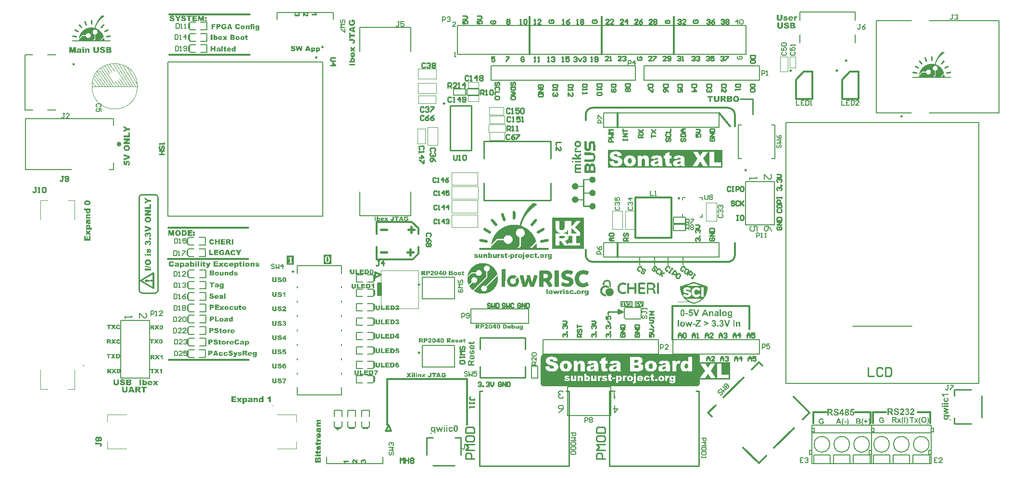
<source format=gto>
G04*
G04 #@! TF.GenerationSoftware,Altium Limited,Altium Designer,24.10.1 (45)*
G04*
G04 Layer_Color=65535*
%FSLAX44Y44*%
%MOMM*%
G71*
G04*
G04 #@! TF.SameCoordinates,2A984072-E791-4F40-B98E-8DF9AE0FA605*
G04*
G04*
G04 #@! TF.FilePolarity,Positive*
G04*
G01*
G75*
%ADD10C,0.2500*%
%ADD11C,0.2000*%
%ADD12C,0.4000*%
%ADD13C,0.2540*%
%ADD14C,0.1000*%
%ADD15C,0.3050*%
%ADD16C,0.3048*%
%ADD17C,0.3000*%
%ADD18C,0.1270*%
%ADD19C,0.2032*%
%ADD20C,0.3810*%
%ADD21R,3.9622X2.2606*%
%ADD22R,0.4826X5.1911*%
%ADD23R,1.0922X5.1911*%
%ADD24R,4.0640X2.2606*%
G36*
X-145201Y84925D02*
X-145060D01*
Y84854D01*
X-144918D01*
Y84784D01*
X-144777D01*
Y84713D01*
X-144706D01*
Y84642D01*
X-144635D01*
Y84571D01*
X-144564D01*
Y84501D01*
X-144494D01*
Y84359D01*
X-144423D01*
Y84218D01*
X-144352D01*
Y83793D01*
X-144281D01*
Y77921D01*
X-144352D01*
Y77850D01*
Y77497D01*
X-144423D01*
Y77355D01*
X-144494D01*
Y77284D01*
X-144564D01*
Y77143D01*
X-144635D01*
Y77072D01*
X-144706D01*
Y77001D01*
X-144777D01*
Y76931D01*
X-144918D01*
Y76860D01*
X-144989D01*
Y76789D01*
X-145201D01*
Y76718D01*
X-146121D01*
Y76789D01*
X-146262D01*
Y76860D01*
X-146404D01*
Y76931D01*
X-146545D01*
Y77001D01*
X-146616D01*
Y77072D01*
X-146687D01*
Y77143D01*
X-146758D01*
Y77284D01*
X-146828D01*
Y77355D01*
X-146899D01*
Y77567D01*
X-146970D01*
Y84218D01*
X-146899D01*
Y84359D01*
X-146828D01*
Y84501D01*
X-146758D01*
Y84571D01*
X-146687D01*
Y84642D01*
X-146616D01*
Y84713D01*
X-146545D01*
Y84784D01*
X-146404D01*
Y84854D01*
X-146262D01*
Y84925D01*
X-146121D01*
Y84996D01*
X-145201D01*
Y84925D01*
D02*
G37*
G36*
X-156662Y83015D02*
X-156450D01*
Y82944D01*
X-156308D01*
Y82873D01*
X-156167D01*
Y82803D01*
X-156096D01*
Y82732D01*
X-156025D01*
Y82661D01*
X-155955D01*
Y82590D01*
X-155884D01*
Y82520D01*
X-155813D01*
Y82378D01*
X-155743D01*
Y82237D01*
X-155672D01*
Y82024D01*
X-155601D01*
Y81812D01*
X-155530D01*
Y81671D01*
X-155459D01*
Y81458D01*
X-155389D01*
Y81246D01*
X-155318D01*
Y81034D01*
X-155247D01*
Y80822D01*
X-155176D01*
Y80680D01*
X-155106D01*
Y80468D01*
X-155035D01*
Y80256D01*
X-154964D01*
Y80043D01*
X-154894D01*
Y79831D01*
X-154823D01*
Y79690D01*
X-154752D01*
Y79478D01*
X-154681D01*
Y79265D01*
X-154611D01*
Y79053D01*
X-154540D01*
Y78841D01*
X-154469D01*
Y78699D01*
X-154398D01*
Y78487D01*
X-154327D01*
Y78275D01*
X-154257D01*
Y78063D01*
X-154186D01*
Y77921D01*
X-154115D01*
Y77709D01*
X-154045D01*
Y77497D01*
X-153974D01*
Y77426D01*
Y77355D01*
Y77284D01*
X-153903D01*
Y77072D01*
X-153832D01*
Y76931D01*
X-153762D01*
Y76648D01*
X-153691D01*
Y75940D01*
X-153762D01*
Y75799D01*
X-153832D01*
Y75657D01*
X-153903D01*
Y75586D01*
X-153974D01*
Y75516D01*
X-154045D01*
Y75445D01*
X-154115D01*
Y75374D01*
X-154186D01*
Y75303D01*
X-154257D01*
Y75233D01*
X-154398D01*
Y75162D01*
X-154540D01*
Y75091D01*
X-154752D01*
Y75020D01*
X-155389D01*
Y75091D01*
X-155601D01*
Y75162D01*
X-155743D01*
Y75233D01*
X-155813D01*
Y75303D01*
X-155955D01*
Y75374D01*
X-156025D01*
Y75516D01*
X-156096D01*
Y75586D01*
X-156167D01*
Y75728D01*
X-156238D01*
Y75869D01*
X-156308D01*
Y76082D01*
X-156379D01*
Y76223D01*
X-156450D01*
Y76435D01*
X-156521D01*
Y76648D01*
X-156592D01*
Y76860D01*
X-156662D01*
Y77072D01*
X-156733D01*
Y77214D01*
X-156804D01*
Y77426D01*
X-156874D01*
Y77638D01*
X-156945D01*
Y77780D01*
X-157016D01*
Y77992D01*
X-157087D01*
Y78204D01*
X-157157D01*
Y78416D01*
X-157228D01*
Y78629D01*
X-157299D01*
Y78770D01*
X-157370D01*
Y78982D01*
X-157440D01*
Y79124D01*
X-157511D01*
Y79336D01*
X-157582D01*
Y79548D01*
X-157653D01*
Y79760D01*
X-157723D01*
Y79973D01*
X-157794D01*
Y80114D01*
X-157865D01*
Y80326D01*
X-157936D01*
Y80468D01*
X-158006D01*
Y80680D01*
X-158077D01*
Y80892D01*
X-158148D01*
Y81105D01*
X-158219D01*
Y81317D01*
X-158289D01*
Y81600D01*
X-158360D01*
Y81883D01*
X-158289D01*
Y82166D01*
X-158219D01*
Y82378D01*
X-158148D01*
Y82449D01*
X-158077D01*
Y82520D01*
X-158006D01*
Y82590D01*
X-157936D01*
Y82661D01*
X-157865D01*
Y82732D01*
X-157794D01*
Y82803D01*
X-157723D01*
Y82873D01*
X-157582D01*
Y82944D01*
X-157370D01*
Y83015D01*
X-157157D01*
Y83086D01*
X-156662D01*
Y83015D01*
D02*
G37*
G36*
X-125958Y92778D02*
X-125463D01*
Y92707D01*
X-125250D01*
Y92636D01*
X-125038D01*
Y92566D01*
X-124826D01*
Y92495D01*
X-124684D01*
Y92424D01*
X-124543D01*
Y92353D01*
X-124401D01*
Y92283D01*
X-124260D01*
Y92212D01*
X-124118D01*
Y92141D01*
X-124048D01*
Y92071D01*
X-123977D01*
Y92000D01*
X-123835D01*
Y91929D01*
X-123765D01*
Y91858D01*
X-123694D01*
Y91788D01*
X-123553D01*
Y91717D01*
X-123482D01*
Y91646D01*
X-123411D01*
Y91575D01*
X-123340D01*
Y91505D01*
X-123270D01*
Y91434D01*
X-123199D01*
Y91292D01*
X-123128D01*
Y91222D01*
X-123057D01*
Y91151D01*
X-123199D01*
Y91080D01*
X-123270D01*
Y91009D01*
X-123340D01*
Y90939D01*
X-123411D01*
Y90868D01*
X-123553D01*
Y90797D01*
X-123623D01*
Y90726D01*
X-123765D01*
Y90656D01*
X-123835D01*
Y90585D01*
X-123906D01*
Y90514D01*
X-124048D01*
Y90443D01*
X-124118D01*
Y90373D01*
X-124189D01*
Y90302D01*
X-124331D01*
Y90231D01*
X-124401D01*
Y90160D01*
X-124543D01*
Y90090D01*
X-124614D01*
Y90019D01*
X-124684D01*
Y89948D01*
X-124826D01*
Y89877D01*
X-124897D01*
Y89807D01*
X-124967D01*
Y89736D01*
X-125038D01*
Y89665D01*
X-125180D01*
Y89594D01*
X-125250D01*
Y89524D01*
X-125321D01*
Y89453D01*
X-125463D01*
Y89382D01*
X-125533D01*
Y89311D01*
X-125604D01*
Y89241D01*
X-125675D01*
Y89170D01*
X-125816D01*
Y89099D01*
X-125887D01*
Y89028D01*
X-125958D01*
Y88958D01*
X-126029D01*
Y88887D01*
X-126170D01*
Y88816D01*
X-126241D01*
Y88745D01*
X-126312D01*
Y88675D01*
X-126382D01*
Y88604D01*
X-126524D01*
Y88533D01*
X-126595D01*
Y88462D01*
X-126665D01*
Y88392D01*
X-126736D01*
Y88321D01*
X-126807D01*
Y88250D01*
X-126948D01*
Y88179D01*
X-127019D01*
Y88109D01*
X-127090D01*
Y88038D01*
X-127161D01*
Y87967D01*
X-127231D01*
Y87896D01*
X-127373D01*
Y87826D01*
X-127444D01*
Y87755D01*
X-127514D01*
Y87684D01*
X-127585D01*
Y87613D01*
X-127656D01*
Y87543D01*
X-127727D01*
Y87472D01*
X-127797D01*
Y87401D01*
X-127939D01*
Y87331D01*
X-128010D01*
Y87260D01*
X-128080D01*
Y87189D01*
X-128151D01*
Y87118D01*
X-128222D01*
Y87048D01*
X-128293D01*
Y86977D01*
X-128363D01*
Y86906D01*
X-128434D01*
Y86835D01*
X-128505D01*
Y86764D01*
X-128646D01*
Y86694D01*
X-128717D01*
Y86623D01*
X-128788D01*
Y86552D01*
X-128858D01*
Y86482D01*
X-128929D01*
Y86411D01*
X-129000D01*
Y86340D01*
X-129071D01*
Y86269D01*
X-129142D01*
Y86199D01*
X-129212D01*
Y86128D01*
X-129283D01*
Y86057D01*
X-129354D01*
Y85986D01*
X-129424D01*
Y85915D01*
X-129495D01*
Y85845D01*
X-129566D01*
Y85774D01*
X-129637D01*
Y85703D01*
X-129778D01*
Y85562D01*
X-129920D01*
Y85491D01*
X-129991D01*
Y85350D01*
X-130132D01*
Y85208D01*
X-130274D01*
Y85137D01*
X-130344D01*
Y84996D01*
X-130415D01*
Y84925D01*
X-130486D01*
Y84854D01*
X-130556D01*
Y84784D01*
X-130627D01*
Y84713D01*
X-130698D01*
Y84642D01*
X-130769D01*
Y84571D01*
X-130839D01*
Y84501D01*
X-130910D01*
Y84430D01*
X-130981D01*
Y84359D01*
X-131052D01*
Y84288D01*
X-131122D01*
Y84218D01*
X-131193D01*
Y84147D01*
X-131264D01*
Y84076D01*
X-131335D01*
Y84005D01*
X-131405D01*
Y83935D01*
X-131476D01*
Y83793D01*
X-131547D01*
Y83722D01*
X-131618D01*
Y83652D01*
X-131688D01*
Y83581D01*
X-131759D01*
Y83510D01*
X-131830D01*
Y83439D01*
X-131901D01*
Y83298D01*
X-131971D01*
Y83227D01*
X-132042D01*
Y83156D01*
X-132113D01*
Y83086D01*
X-132184D01*
Y83015D01*
X-132254D01*
Y82944D01*
X-132325D01*
Y82803D01*
X-132396D01*
Y82732D01*
X-132467D01*
Y82661D01*
X-132537D01*
Y82590D01*
X-132608D01*
Y82449D01*
X-132679D01*
Y82378D01*
X-132750D01*
Y82307D01*
X-132820D01*
Y82237D01*
X-132891D01*
Y82166D01*
X-132962D01*
Y82024D01*
X-133033D01*
Y81954D01*
X-133103D01*
Y81883D01*
X-133174D01*
Y81812D01*
X-133245D01*
Y81671D01*
X-133316D01*
Y81600D01*
X-133386D01*
Y81529D01*
X-133457D01*
Y81388D01*
X-133528D01*
Y81317D01*
X-133599D01*
Y81175D01*
X-133669D01*
Y81105D01*
X-133740D01*
Y81034D01*
X-133811D01*
Y80892D01*
X-133882D01*
Y80822D01*
X-133952D01*
Y80751D01*
X-134023D01*
Y80610D01*
X-134094D01*
Y80539D01*
X-134165D01*
Y80397D01*
X-134235D01*
Y80326D01*
X-134306D01*
Y80185D01*
X-134377D01*
Y80114D01*
X-134448D01*
Y79973D01*
X-134518D01*
Y79902D01*
X-134589D01*
Y79760D01*
X-134660D01*
Y79690D01*
X-134731D01*
Y79548D01*
X-134801D01*
Y79478D01*
X-134872D01*
Y79336D01*
X-134943D01*
Y79265D01*
X-135014D01*
Y79124D01*
X-135084D01*
Y78982D01*
X-135155D01*
Y78912D01*
X-135226D01*
Y78770D01*
X-135296D01*
Y78629D01*
X-135367D01*
Y78558D01*
X-135438D01*
Y78416D01*
X-135509D01*
Y78275D01*
X-135580D01*
Y78204D01*
X-135650D01*
Y78063D01*
X-135721D01*
Y77921D01*
X-135792D01*
Y77780D01*
X-135863D01*
Y77638D01*
X-135933D01*
Y77567D01*
X-136004D01*
Y77426D01*
X-136075D01*
Y77284D01*
X-136145D01*
Y77143D01*
X-136216D01*
Y77001D01*
X-136287D01*
Y76860D01*
X-136358D01*
Y76718D01*
X-136428D01*
Y76577D01*
X-136499D01*
Y76435D01*
X-136570D01*
Y76294D01*
X-136641D01*
Y76152D01*
X-136712D01*
Y76011D01*
X-136782D01*
Y75869D01*
X-136853D01*
Y75657D01*
X-136924D01*
Y75516D01*
X-136994D01*
Y75374D01*
X-137065D01*
Y75233D01*
X-137136D01*
Y75020D01*
X-137207D01*
Y74879D01*
X-137277D01*
Y74667D01*
X-137348D01*
Y74525D01*
X-137419D01*
Y74313D01*
X-137490D01*
Y74172D01*
X-137560D01*
Y73959D01*
X-137631D01*
Y73818D01*
X-137702D01*
Y73605D01*
X-137773D01*
Y73393D01*
X-137843D01*
Y73252D01*
X-137914D01*
Y73039D01*
X-137985D01*
Y72827D01*
X-138056D01*
Y72615D01*
X-138126D01*
Y72403D01*
X-138197D01*
Y72191D01*
X-138268D01*
Y71908D01*
X-138339D01*
Y71695D01*
X-138409D01*
Y71483D01*
X-138480D01*
Y71200D01*
X-138551D01*
Y70988D01*
X-138622D01*
Y70705D01*
X-138692D01*
Y70563D01*
X-138622D01*
Y70493D01*
X-138409D01*
Y70422D01*
X-138197D01*
Y70351D01*
X-137985D01*
Y70280D01*
X-137843D01*
Y70210D01*
X-137631D01*
Y70139D01*
X-137490D01*
Y70068D01*
X-137277D01*
Y69997D01*
X-137136D01*
Y69927D01*
X-136924D01*
Y69856D01*
X-136782D01*
Y69785D01*
X-136641D01*
Y69714D01*
X-136428D01*
Y69644D01*
X-136287D01*
Y69573D01*
X-136145D01*
Y69502D01*
X-136004D01*
Y69431D01*
X-135863D01*
Y69361D01*
X-135721D01*
Y69290D01*
X-135580D01*
Y69219D01*
X-135438D01*
Y69148D01*
X-135296D01*
Y69078D01*
X-135155D01*
Y69007D01*
X-135014D01*
Y68936D01*
X-134872D01*
Y68865D01*
X-134801D01*
Y68795D01*
X-134660D01*
Y68724D01*
X-134518D01*
Y68653D01*
X-134377D01*
Y68582D01*
X-134306D01*
Y68512D01*
X-134165D01*
Y68441D01*
X-134023D01*
Y68370D01*
X-133952D01*
Y68299D01*
X-133811D01*
Y68229D01*
X-133740D01*
Y68158D01*
X-133599D01*
Y68087D01*
X-133457D01*
Y68017D01*
X-133386D01*
Y67946D01*
X-133245D01*
Y67875D01*
X-133174D01*
Y67804D01*
X-133033D01*
Y67733D01*
X-132962D01*
Y67663D01*
X-132820D01*
Y67592D01*
X-132750D01*
Y67521D01*
X-132608D01*
Y67450D01*
X-132537D01*
Y67380D01*
X-132467D01*
Y67309D01*
X-132325D01*
Y67238D01*
X-132254D01*
Y67168D01*
X-132184D01*
Y67097D01*
X-132042D01*
Y67026D01*
X-131971D01*
Y66955D01*
X-131901D01*
Y66884D01*
X-131830D01*
Y66814D01*
X-131688D01*
Y66743D01*
X-131618D01*
Y66672D01*
X-131547D01*
Y66602D01*
X-131476D01*
Y66531D01*
X-131335D01*
Y66460D01*
X-131264D01*
Y66389D01*
X-131193D01*
Y66318D01*
X-131122D01*
Y66248D01*
X-131052D01*
Y66177D01*
X-130981D01*
Y66106D01*
X-130839D01*
Y66035D01*
X-130769D01*
Y65965D01*
X-130698D01*
Y65894D01*
X-130627D01*
Y65823D01*
X-130556D01*
Y65753D01*
X-130486D01*
Y65682D01*
X-130415D01*
Y65611D01*
X-130344D01*
Y65540D01*
X-130203D01*
Y65470D01*
X-130132D01*
Y65399D01*
X-130061D01*
Y65328D01*
X-129991D01*
Y65257D01*
X-129920D01*
Y65187D01*
X-129849D01*
Y65116D01*
X-129778D01*
Y65045D01*
X-129707D01*
Y64974D01*
X-129637D01*
Y64904D01*
X-129566D01*
Y64833D01*
X-129495D01*
Y64762D01*
X-129424D01*
Y64691D01*
X-129354D01*
Y64621D01*
X-129283D01*
Y64479D01*
X-129212D01*
Y64408D01*
X-129142D01*
Y64338D01*
X-129071D01*
Y64267D01*
X-129000D01*
Y64196D01*
X-128929D01*
Y64125D01*
X-128858D01*
Y64055D01*
X-128788D01*
Y63984D01*
X-128717D01*
Y63842D01*
X-128646D01*
Y63772D01*
X-128575D01*
Y63701D01*
X-128505D01*
Y63630D01*
X-128434D01*
Y63559D01*
X-128363D01*
Y63489D01*
X-128293D01*
Y63347D01*
X-128222D01*
Y63276D01*
X-128151D01*
Y63206D01*
X-128080D01*
Y63135D01*
X-128010D01*
Y62993D01*
X-127939D01*
Y62923D01*
X-127868D01*
Y62852D01*
X-127797D01*
Y62710D01*
X-127727D01*
Y62640D01*
X-127656D01*
Y62569D01*
X-127585D01*
Y62427D01*
X-127514D01*
Y62357D01*
X-127444D01*
Y62286D01*
X-127373D01*
Y62144D01*
X-127302D01*
Y62074D01*
X-127231D01*
Y61932D01*
X-127161D01*
Y61861D01*
X-127090D01*
Y61791D01*
X-127019D01*
Y61649D01*
X-126948D01*
Y61508D01*
X-126878D01*
Y61437D01*
X-126807D01*
Y61295D01*
X-126736D01*
Y61225D01*
X-126665D01*
Y61083D01*
X-126595D01*
Y61013D01*
X-126524D01*
Y60871D01*
X-126453D01*
Y60729D01*
X-126382D01*
Y60659D01*
X-126312D01*
Y60517D01*
X-126241D01*
Y60376D01*
X-126170D01*
Y60234D01*
X-126099D01*
Y60163D01*
X-126029D01*
Y60022D01*
X-125958D01*
Y59880D01*
X-125887D01*
Y59739D01*
X-125816D01*
Y59598D01*
X-125746D01*
Y59527D01*
X-125675D01*
Y59385D01*
X-125604D01*
Y59244D01*
X-125533D01*
Y59102D01*
X-125463D01*
Y58961D01*
X-125392D01*
Y58819D01*
X-125321D01*
Y58678D01*
X-125250D01*
Y58466D01*
X-125180D01*
Y58324D01*
X-125109D01*
Y58183D01*
X-125038D01*
Y58041D01*
X-124967D01*
Y57829D01*
X-124897D01*
Y57687D01*
X-124826D01*
Y57546D01*
X-124755D01*
Y57334D01*
X-124684D01*
Y57192D01*
X-124614D01*
Y56980D01*
X-124543D01*
Y56768D01*
X-124472D01*
Y56555D01*
X-124401D01*
Y56343D01*
X-124331D01*
Y56131D01*
X-124260D01*
Y55919D01*
X-124189D01*
Y55706D01*
X-124118D01*
Y55423D01*
X-124048D01*
Y55141D01*
X-123977D01*
Y55070D01*
X-124048D01*
Y54928D01*
X-124118D01*
Y54858D01*
X-124189D01*
Y54787D01*
X-124260D01*
Y54716D01*
X-124401D01*
Y54574D01*
X-124543D01*
Y54433D01*
X-124614D01*
Y54362D01*
X-124684D01*
Y54292D01*
X-124755D01*
Y54221D01*
X-124897D01*
Y54079D01*
X-124967D01*
Y54008D01*
X-125038D01*
Y53938D01*
X-125109D01*
Y53867D01*
X-125250D01*
Y53726D01*
X-125321D01*
Y53655D01*
X-125392D01*
Y53584D01*
X-125463D01*
Y53513D01*
X-125604D01*
Y53372D01*
X-125675D01*
Y53301D01*
X-125746D01*
Y53230D01*
X-125816D01*
Y53159D01*
X-125887D01*
Y53089D01*
X-125958D01*
Y53018D01*
X-126029D01*
Y52947D01*
X-126099D01*
Y52877D01*
X-126170D01*
Y52806D01*
X-126241D01*
Y52735D01*
X-126312D01*
Y52664D01*
X-126453D01*
Y52523D01*
X-126524D01*
Y52452D01*
X-126595D01*
Y52381D01*
X-126665D01*
Y52311D01*
X-126807D01*
Y52169D01*
X-126878D01*
Y52098D01*
X-126948D01*
Y52028D01*
X-127019D01*
Y51957D01*
X-127090D01*
Y51886D01*
X-127161D01*
Y51815D01*
X-127231D01*
Y51745D01*
X-127302D01*
Y51674D01*
X-127373D01*
Y51603D01*
X-127444D01*
Y51532D01*
X-127514D01*
Y51462D01*
X-127585D01*
Y51391D01*
X-127656D01*
Y51320D01*
X-127727D01*
Y51249D01*
X-127797D01*
Y51179D01*
X-127868D01*
Y51108D01*
X-127939D01*
Y51037D01*
X-128010D01*
Y50966D01*
X-128080D01*
Y50896D01*
X-128151D01*
Y50825D01*
X-128222D01*
Y50754D01*
X-128293D01*
Y50683D01*
X-128363D01*
Y50613D01*
X-128434D01*
Y50542D01*
X-128505D01*
Y50471D01*
X-128575D01*
Y50400D01*
X-128646D01*
Y50330D01*
X-128717D01*
Y50259D01*
X-128788D01*
Y50188D01*
X-128858D01*
Y50117D01*
X-128929D01*
Y50047D01*
X-129000D01*
Y49976D01*
X-129071D01*
Y49905D01*
X-129142D01*
Y49834D01*
X-129212D01*
Y49764D01*
X-129283D01*
Y49693D01*
X-129354D01*
Y49622D01*
X-129424D01*
Y49551D01*
X-129495D01*
Y49481D01*
X-129566D01*
Y49410D01*
X-129637D01*
Y49339D01*
X-129707D01*
Y49268D01*
X-129778D01*
Y49198D01*
X-129849D01*
Y49127D01*
X-129920D01*
Y49056D01*
X-129991D01*
Y48985D01*
X-130061D01*
Y48915D01*
X-130132D01*
Y48844D01*
X-128151D01*
Y48915D01*
X-128080D01*
Y48985D01*
X-128010D01*
Y49056D01*
X-127939D01*
Y49127D01*
X-127868D01*
Y49198D01*
X-127797D01*
Y49268D01*
X-127727D01*
Y49339D01*
X-127656D01*
Y49410D01*
X-127585D01*
Y49481D01*
X-127514D01*
Y49551D01*
X-127444D01*
Y49622D01*
X-127373D01*
Y49693D01*
X-127302D01*
Y49764D01*
X-127231D01*
Y49834D01*
X-127161D01*
Y49905D01*
X-127090D01*
Y49976D01*
X-127019D01*
Y50047D01*
X-126948D01*
Y50117D01*
X-126878D01*
Y50188D01*
X-126807D01*
Y50259D01*
X-126736D01*
Y50330D01*
X-126665D01*
Y50400D01*
X-126595D01*
Y50471D01*
X-126524D01*
Y50542D01*
X-126453D01*
Y50613D01*
X-126382D01*
Y50683D01*
X-126312D01*
Y50754D01*
X-126241D01*
Y50825D01*
X-126170D01*
Y50896D01*
X-126099D01*
Y50966D01*
X-126029D01*
Y51037D01*
X-125958D01*
Y51108D01*
X-125887D01*
Y51179D01*
X-125816D01*
Y51249D01*
X-125746D01*
Y51320D01*
X-125675D01*
Y51391D01*
X-125604D01*
Y51462D01*
X-125533D01*
Y51532D01*
X-125463D01*
Y51603D01*
X-125392D01*
Y51674D01*
X-125321D01*
Y51745D01*
X-125250D01*
Y51815D01*
X-125180D01*
Y51886D01*
X-125109D01*
Y51957D01*
X-125038D01*
Y52028D01*
X-124967D01*
Y52098D01*
X-124897D01*
Y52169D01*
X-124826D01*
Y52240D01*
X-124755D01*
Y52311D01*
X-124684D01*
Y52381D01*
X-124614D01*
Y52452D01*
X-124543D01*
Y52523D01*
X-124472D01*
Y52593D01*
X-124401D01*
Y52664D01*
X-124331D01*
Y52735D01*
X-124260D01*
Y52806D01*
X-124189D01*
Y52877D01*
X-124118D01*
Y52947D01*
X-124048D01*
Y53018D01*
X-123977D01*
Y53089D01*
X-123906D01*
Y53159D01*
X-123835D01*
Y53230D01*
X-123765D01*
Y53301D01*
X-123694D01*
Y53372D01*
X-123553D01*
Y52947D01*
X-123482D01*
Y52593D01*
X-123411D01*
Y52098D01*
X-123340D01*
Y51462D01*
X-123270D01*
Y50754D01*
X-123199D01*
Y48844D01*
X-112445D01*
Y48773D01*
X-112233D01*
Y48702D01*
X-112162D01*
Y48632D01*
X-112091D01*
Y48561D01*
X-112021D01*
Y48490D01*
X-111950D01*
Y48419D01*
X-111879D01*
Y48207D01*
X-111808D01*
Y47712D01*
X-111879D01*
Y47500D01*
X-111950D01*
Y47429D01*
X-112021D01*
Y47358D01*
X-112091D01*
Y47288D01*
X-112162D01*
Y47217D01*
X-112233D01*
Y47146D01*
X-112374D01*
Y47075D01*
X-178948D01*
Y47146D01*
X-179089D01*
Y47217D01*
X-179231D01*
Y47288D01*
X-179301D01*
Y47358D01*
X-179372D01*
Y47500D01*
X-179443D01*
Y47571D01*
X-179514D01*
Y47924D01*
X-179584D01*
Y48066D01*
X-179514D01*
Y48349D01*
X-179443D01*
Y48419D01*
X-179372D01*
Y48561D01*
X-179301D01*
Y48632D01*
X-179231D01*
Y48702D01*
X-179089D01*
Y48773D01*
X-178948D01*
Y48844D01*
X-168194D01*
Y49410D01*
X-168123D01*
Y49976D01*
X-168053D01*
Y50117D01*
X-167982D01*
Y50188D01*
X-167911D01*
Y50259D01*
X-167840D01*
Y50330D01*
X-167770D01*
Y50400D01*
X-167699D01*
Y50471D01*
X-167628D01*
Y50542D01*
X-167557D01*
Y50613D01*
X-167486D01*
Y50683D01*
X-167416D01*
Y50754D01*
X-167345D01*
Y50825D01*
X-167274D01*
Y50896D01*
X-167204D01*
Y50966D01*
X-167133D01*
Y51037D01*
X-167062D01*
Y51108D01*
X-166991D01*
Y51179D01*
X-166921D01*
Y51249D01*
X-166850D01*
Y51320D01*
X-166779D01*
Y51391D01*
X-166708D01*
Y51462D01*
X-166638D01*
Y51532D01*
X-166567D01*
Y51603D01*
X-166496D01*
Y51674D01*
X-166425D01*
Y51745D01*
X-166355D01*
Y51815D01*
X-166284D01*
Y51886D01*
X-166213D01*
Y51957D01*
X-166142D01*
Y52028D01*
X-166072D01*
Y52098D01*
X-166001D01*
Y52169D01*
X-165930D01*
Y52240D01*
X-165859D01*
Y52311D01*
X-165789D01*
Y52381D01*
X-165718D01*
Y52452D01*
X-165647D01*
Y52523D01*
X-165576D01*
Y52593D01*
X-165506D01*
Y52664D01*
X-165435D01*
Y52735D01*
X-165364D01*
Y52806D01*
X-165293D01*
Y52877D01*
X-165223D01*
Y52947D01*
X-165152D01*
Y53018D01*
X-165081D01*
Y53089D01*
X-165010D01*
Y53159D01*
X-164940D01*
Y53230D01*
X-164869D01*
Y53301D01*
X-164798D01*
Y53372D01*
X-164727D01*
Y53443D01*
X-164657D01*
Y53513D01*
X-164586D01*
Y53584D01*
X-164515D01*
Y53655D01*
X-164444D01*
Y53726D01*
X-164374D01*
Y53796D01*
X-164303D01*
Y53867D01*
X-164232D01*
Y53938D01*
X-164161D01*
Y54008D01*
X-164091D01*
Y54079D01*
X-164020D01*
Y54150D01*
X-163949D01*
Y54221D01*
X-163878D01*
Y54292D01*
X-163808D01*
Y54362D01*
X-163737D01*
Y54433D01*
X-163666D01*
Y54504D01*
X-163595D01*
Y54574D01*
X-163525D01*
Y54645D01*
X-163454D01*
Y54716D01*
X-163383D01*
Y54787D01*
X-163312D01*
Y54858D01*
X-163242D01*
Y54928D01*
X-163171D01*
Y54999D01*
X-163100D01*
Y55070D01*
X-163029D01*
Y55141D01*
X-162959D01*
Y55211D01*
X-162888D01*
Y55282D01*
X-162817D01*
Y55353D01*
X-162747D01*
Y55423D01*
X-162676D01*
Y55494D01*
X-162605D01*
Y55565D01*
X-162534D01*
Y55636D01*
X-162463D01*
Y55706D01*
X-162393D01*
Y55777D01*
X-162322D01*
Y55848D01*
X-162251D01*
Y55919D01*
X-162181D01*
Y55989D01*
X-162110D01*
Y56060D01*
X-162039D01*
Y56131D01*
X-161968D01*
Y56202D01*
X-161898D01*
Y56272D01*
X-161756D01*
Y56343D01*
X-161544D01*
Y56414D01*
X-161119D01*
Y56485D01*
X-155601D01*
Y56272D01*
X-155530D01*
Y56060D01*
X-155459D01*
Y55919D01*
X-155389D01*
Y55706D01*
X-155318D01*
Y55494D01*
X-155247D01*
Y55353D01*
X-155176D01*
Y55211D01*
X-155106D01*
Y55070D01*
X-155035D01*
Y54928D01*
X-154964D01*
Y54858D01*
X-154894D01*
Y54716D01*
X-154823D01*
Y54645D01*
X-154752D01*
Y54504D01*
X-154681D01*
Y54433D01*
X-154611D01*
Y54362D01*
X-154540D01*
Y54292D01*
X-154469D01*
Y54221D01*
X-154398D01*
Y54150D01*
X-154327D01*
Y54079D01*
X-154257D01*
Y54008D01*
X-154186D01*
Y53938D01*
X-154115D01*
Y53867D01*
X-154045D01*
Y53796D01*
X-153974D01*
Y53726D01*
X-153832D01*
Y53655D01*
X-153762D01*
Y53584D01*
X-153620D01*
Y53513D01*
X-153479D01*
Y53443D01*
X-153408D01*
Y53372D01*
X-153266D01*
Y53301D01*
X-153125D01*
Y53230D01*
X-152913D01*
Y53159D01*
X-152771D01*
Y53089D01*
X-152559D01*
Y53018D01*
X-152205D01*
Y52947D01*
X-151851D01*
Y52877D01*
X-150790D01*
Y52947D01*
X-150436D01*
Y53018D01*
X-150153D01*
Y53089D01*
X-149871D01*
Y53159D01*
X-149729D01*
Y53230D01*
X-149587D01*
Y53301D01*
X-149446D01*
Y53372D01*
X-149305D01*
Y53443D01*
X-149163D01*
Y53513D01*
X-149022D01*
Y53584D01*
X-148951D01*
Y53655D01*
X-148809D01*
Y53726D01*
X-148738D01*
Y53796D01*
X-148668D01*
Y53867D01*
X-148597D01*
Y53938D01*
X-148455D01*
Y54008D01*
X-148385D01*
Y54079D01*
X-148314D01*
Y54150D01*
X-148243D01*
Y54221D01*
X-148173D01*
Y54292D01*
X-148102D01*
Y54433D01*
X-148031D01*
Y54504D01*
X-147960D01*
Y54574D01*
X-147889D01*
Y54645D01*
X-147819D01*
Y54787D01*
X-147748D01*
Y54858D01*
X-147677D01*
Y54999D01*
X-147606D01*
Y55141D01*
X-147536D01*
Y55282D01*
X-147465D01*
Y55423D01*
X-147394D01*
Y55565D01*
X-147324D01*
Y55777D01*
X-147253D01*
Y55989D01*
X-147182D01*
Y56272D01*
X-147111D01*
Y56768D01*
X-147041D01*
Y57546D01*
X-147111D01*
Y58112D01*
X-147182D01*
Y58395D01*
X-147253D01*
Y58607D01*
X-147324D01*
Y58819D01*
X-147394D01*
Y58961D01*
X-147465D01*
Y59102D01*
X-147536D01*
Y59244D01*
X-147606D01*
Y59385D01*
X-147677D01*
Y59527D01*
X-147748D01*
Y59598D01*
X-147819D01*
Y59739D01*
X-147889D01*
Y59810D01*
X-147960D01*
Y59880D01*
X-148031D01*
Y60022D01*
X-148102D01*
Y60093D01*
X-148173D01*
Y60163D01*
X-148243D01*
Y60234D01*
X-148314D01*
Y60305D01*
X-148385D01*
Y60376D01*
X-148455D01*
Y60447D01*
X-148526D01*
Y60517D01*
X-148668D01*
Y60588D01*
X-148738D01*
Y60659D01*
X-148809D01*
Y60729D01*
X-148951D01*
Y60800D01*
X-149092D01*
Y60871D01*
X-149163D01*
Y60942D01*
X-149305D01*
Y61013D01*
X-149446D01*
Y61083D01*
X-149658D01*
Y61154D01*
X-149800D01*
Y61225D01*
X-150012D01*
Y61295D01*
X-150295D01*
Y61366D01*
X-150649D01*
Y61437D01*
X-151993D01*
Y61366D01*
X-152347D01*
Y61295D01*
X-152630D01*
Y61225D01*
X-152842D01*
Y61154D01*
X-152983D01*
Y61083D01*
X-153196D01*
Y61013D01*
X-153337D01*
Y60942D01*
X-153408D01*
Y60871D01*
X-153549D01*
Y60800D01*
X-153691D01*
Y60729D01*
X-153762D01*
Y60659D01*
X-153903D01*
Y60588D01*
X-153974D01*
Y60517D01*
X-154045D01*
Y60447D01*
X-154115D01*
Y60376D01*
X-154186D01*
Y60305D01*
X-154327D01*
Y60234D01*
X-154398D01*
Y60163D01*
X-154469D01*
Y60093D01*
X-154540D01*
Y59951D01*
X-154611D01*
Y59880D01*
X-154681D01*
Y59810D01*
X-154752D01*
Y59668D01*
X-154823D01*
Y59598D01*
X-154894D01*
Y59527D01*
X-154964D01*
Y59385D01*
X-155035D01*
Y59244D01*
X-155106D01*
Y59102D01*
X-155176D01*
Y58961D01*
X-155247D01*
Y58819D01*
X-155318D01*
Y58678D01*
X-155389D01*
Y58466D01*
X-155459D01*
Y58253D01*
X-155530D01*
Y58041D01*
X-155601D01*
Y57900D01*
X-161756D01*
Y57829D01*
X-162039D01*
Y57758D01*
X-162251D01*
Y57687D01*
X-162393D01*
Y57617D01*
X-162534D01*
Y57546D01*
X-162605D01*
Y57475D01*
X-162676D01*
Y57404D01*
X-162817D01*
Y57334D01*
X-162888D01*
Y57263D01*
X-162959D01*
Y57192D01*
X-163029D01*
Y57121D01*
X-163100D01*
Y57051D01*
X-163171D01*
Y56980D01*
X-163242D01*
Y56909D01*
X-163312D01*
Y56838D01*
X-163383D01*
Y56768D01*
X-163454D01*
Y56697D01*
X-163525D01*
Y56626D01*
X-163595D01*
Y56555D01*
X-163666D01*
Y56485D01*
X-163737D01*
Y56414D01*
X-163808D01*
Y56343D01*
X-163878D01*
Y56272D01*
X-163949D01*
Y56202D01*
X-164020D01*
Y56131D01*
X-164091D01*
Y56060D01*
X-164161D01*
Y55989D01*
X-164232D01*
Y55919D01*
X-164303D01*
Y55848D01*
X-164374D01*
Y55777D01*
X-164444D01*
Y55706D01*
X-164515D01*
Y55636D01*
X-164586D01*
Y55565D01*
X-164657D01*
Y55494D01*
X-164727D01*
Y55423D01*
X-164798D01*
Y55353D01*
X-164869D01*
Y55282D01*
X-164940D01*
Y55211D01*
X-165010D01*
Y55141D01*
X-165081D01*
Y55070D01*
X-165152D01*
Y54999D01*
X-165223D01*
Y54928D01*
X-165293D01*
Y54858D01*
X-165364D01*
Y54787D01*
X-165435D01*
Y54716D01*
X-165506D01*
Y54645D01*
X-165576D01*
Y54574D01*
X-165647D01*
Y54504D01*
X-165718D01*
Y54433D01*
X-165789D01*
Y54362D01*
X-165859D01*
Y54292D01*
X-165930D01*
Y54221D01*
X-166001D01*
Y54150D01*
X-166072D01*
Y54079D01*
X-166142D01*
Y54008D01*
X-166213D01*
Y53938D01*
X-166284D01*
Y53867D01*
X-166355D01*
Y53796D01*
X-166425D01*
Y53726D01*
X-166496D01*
Y53655D01*
X-166567D01*
Y53584D01*
X-166638D01*
Y53513D01*
X-166708D01*
Y53443D01*
X-166779D01*
Y53372D01*
X-166850D01*
Y53301D01*
X-166921D01*
Y53230D01*
X-166991D01*
Y53159D01*
X-167062D01*
Y53089D01*
X-167133D01*
Y53018D01*
X-167204D01*
Y52947D01*
X-167274D01*
Y52877D01*
X-167345D01*
Y52806D01*
X-167416D01*
Y52735D01*
X-167486D01*
Y52664D01*
X-167557D01*
Y52593D01*
X-167628D01*
Y52523D01*
X-167699D01*
Y52452D01*
X-167770D01*
Y52381D01*
X-167840D01*
Y52311D01*
X-167911D01*
Y52452D01*
X-167840D01*
Y53018D01*
X-167770D01*
Y53584D01*
X-167699D01*
Y53867D01*
X-167628D01*
Y54221D01*
X-167557D01*
Y54504D01*
X-167486D01*
Y54787D01*
X-167416D01*
Y55070D01*
X-167345D01*
Y55282D01*
X-167274D01*
Y55494D01*
X-167204D01*
Y55777D01*
X-167133D01*
Y55989D01*
X-167062D01*
Y56202D01*
X-166991D01*
Y56414D01*
X-166921D01*
Y56626D01*
X-166850D01*
Y56838D01*
X-166779D01*
Y56980D01*
X-166708D01*
Y57192D01*
X-166638D01*
Y57334D01*
X-166567D01*
Y57546D01*
X-166496D01*
Y57687D01*
X-166425D01*
Y57900D01*
X-166355D01*
Y58041D01*
X-166284D01*
Y58183D01*
X-166213D01*
Y58395D01*
X-166142D01*
Y58536D01*
X-166072D01*
Y58678D01*
X-166001D01*
Y58819D01*
X-165930D01*
Y58961D01*
X-165859D01*
Y59102D01*
X-165789D01*
Y59244D01*
X-165718D01*
Y59385D01*
X-165647D01*
Y59527D01*
X-165576D01*
Y59668D01*
X-165506D01*
Y59810D01*
X-165435D01*
Y59951D01*
X-165364D01*
Y60093D01*
X-165293D01*
Y60234D01*
X-165223D01*
Y60305D01*
X-165152D01*
Y60447D01*
X-165081D01*
Y60588D01*
X-165010D01*
Y60729D01*
X-164940D01*
Y60800D01*
X-164869D01*
Y60942D01*
X-164798D01*
Y61013D01*
X-164727D01*
Y61154D01*
X-164657D01*
Y61295D01*
X-164586D01*
Y61366D01*
X-164515D01*
Y61508D01*
X-164444D01*
Y61578D01*
X-164374D01*
Y61720D01*
X-164303D01*
Y61791D01*
X-164232D01*
Y61932D01*
X-164161D01*
Y62003D01*
X-164091D01*
Y62144D01*
X-164020D01*
Y62215D01*
X-163949D01*
Y62286D01*
X-163878D01*
Y62427D01*
X-163808D01*
Y62498D01*
X-163737D01*
Y62569D01*
X-163666D01*
Y62710D01*
X-163595D01*
Y62781D01*
X-163525D01*
Y62852D01*
X-163454D01*
Y62993D01*
X-163383D01*
Y63064D01*
X-163312D01*
Y63135D01*
X-163242D01*
Y63206D01*
X-163171D01*
Y63347D01*
X-163100D01*
Y63418D01*
X-163029D01*
Y63489D01*
X-162959D01*
Y63559D01*
X-162888D01*
Y63701D01*
X-162817D01*
Y63772D01*
X-162747D01*
Y63842D01*
X-162676D01*
Y63913D01*
X-162605D01*
Y63984D01*
X-162534D01*
Y64055D01*
X-162463D01*
Y64125D01*
X-162393D01*
Y64196D01*
X-162322D01*
Y64338D01*
X-162251D01*
Y64408D01*
X-162181D01*
Y64479D01*
X-162110D01*
Y64550D01*
X-162039D01*
Y64621D01*
X-161968D01*
Y64691D01*
X-161898D01*
Y64762D01*
X-161827D01*
Y64833D01*
X-161756D01*
Y64904D01*
X-161685D01*
Y64974D01*
X-161614D01*
Y65045D01*
X-161544D01*
Y65116D01*
X-161473D01*
Y65187D01*
X-161402D01*
Y65257D01*
X-161332D01*
Y65328D01*
X-161261D01*
Y65399D01*
X-161190D01*
Y65470D01*
X-161119D01*
Y65540D01*
X-161049D01*
Y65611D01*
X-160978D01*
Y65682D01*
X-160907D01*
Y65753D01*
X-160836D01*
Y65823D01*
X-160765D01*
Y65894D01*
X-160624D01*
Y65965D01*
X-160553D01*
Y66035D01*
X-160483D01*
Y66106D01*
X-160412D01*
Y66177D01*
X-160341D01*
Y66248D01*
X-160270D01*
Y66318D01*
X-160129D01*
Y66389D01*
X-160058D01*
Y66460D01*
X-159987D01*
Y66531D01*
X-159917D01*
Y66602D01*
X-159846D01*
Y66672D01*
X-159775D01*
Y66743D01*
X-159634D01*
Y66814D01*
X-159563D01*
Y66884D01*
X-159492D01*
Y66955D01*
X-159351D01*
Y67026D01*
X-159280D01*
Y67097D01*
X-159209D01*
Y67168D01*
X-159068D01*
Y67238D01*
X-158997D01*
Y67309D01*
X-158926D01*
Y67380D01*
X-158785D01*
Y67450D01*
X-158714D01*
Y67521D01*
X-158572D01*
Y67592D01*
X-158502D01*
Y67663D01*
X-158431D01*
Y67733D01*
X-158289D01*
Y67804D01*
X-158219D01*
Y67875D01*
X-158077D01*
Y67946D01*
X-158006D01*
Y68017D01*
X-157865D01*
Y68087D01*
X-157794D01*
Y68158D01*
X-157653D01*
Y68229D01*
X-157511D01*
Y68299D01*
X-157440D01*
Y68370D01*
X-157299D01*
Y68441D01*
X-157228D01*
Y68512D01*
X-157087D01*
Y68582D01*
X-156945D01*
Y68653D01*
X-156804D01*
Y68724D01*
X-156662D01*
Y68795D01*
X-156592D01*
Y68865D01*
X-156450D01*
Y68936D01*
X-156308D01*
Y69007D01*
X-156167D01*
Y69078D01*
X-156025D01*
Y69148D01*
X-155955D01*
Y69219D01*
X-155743D01*
Y69290D01*
X-155672D01*
Y69361D01*
X-155459D01*
Y69431D01*
X-155318D01*
Y69502D01*
X-155176D01*
Y69573D01*
X-155035D01*
Y69644D01*
X-154894D01*
Y69714D01*
X-154752D01*
Y69785D01*
X-154611D01*
Y69856D01*
X-154398D01*
Y69927D01*
X-154257D01*
Y69997D01*
X-154045D01*
Y70068D01*
X-153903D01*
Y70139D01*
X-153691D01*
Y70210D01*
X-153479D01*
Y70280D01*
X-153337D01*
Y70351D01*
X-153125D01*
Y70422D01*
X-152913D01*
Y70493D01*
X-152700D01*
Y70563D01*
X-152488D01*
Y70634D01*
X-152276D01*
Y70705D01*
X-151993D01*
Y70776D01*
X-151781D01*
Y70846D01*
X-151498D01*
Y70917D01*
X-151215D01*
Y70988D01*
X-151002D01*
Y71059D01*
X-150649D01*
Y71129D01*
X-150295D01*
Y71200D01*
X-150012D01*
Y71271D01*
X-149587D01*
Y71342D01*
X-149163D01*
Y71412D01*
X-148668D01*
Y71483D01*
X-148173D01*
Y71554D01*
X-147324D01*
Y71625D01*
X-143998D01*
Y71554D01*
X-143220D01*
Y71483D01*
X-142654D01*
Y71412D01*
X-142159D01*
Y71342D01*
X-141805D01*
Y71271D01*
X-141381D01*
Y71200D01*
X-141098D01*
Y71129D01*
X-140744D01*
Y71059D01*
X-140390D01*
Y70988D01*
X-140249D01*
Y71271D01*
X-140178D01*
Y71554D01*
X-140107D01*
Y71766D01*
X-140037D01*
Y72049D01*
X-139966D01*
Y72261D01*
X-139895D01*
Y72474D01*
X-139824D01*
Y72757D01*
X-139754D01*
Y72969D01*
X-139683D01*
Y73181D01*
X-139612D01*
Y73393D01*
X-139541D01*
Y73605D01*
X-139471D01*
Y73818D01*
X-139400D01*
Y74030D01*
X-139329D01*
Y74242D01*
X-139258D01*
Y74454D01*
X-139188D01*
Y74667D01*
X-139117D01*
Y74879D01*
X-139046D01*
Y75020D01*
X-138975D01*
Y75233D01*
X-138905D01*
Y75374D01*
X-138834D01*
Y75586D01*
X-138763D01*
Y75799D01*
X-138692D01*
Y75940D01*
X-138622D01*
Y76152D01*
X-138551D01*
Y76294D01*
X-138480D01*
Y76506D01*
X-138409D01*
Y76648D01*
X-138339D01*
Y76860D01*
X-138268D01*
Y77001D01*
X-138197D01*
Y77143D01*
X-138126D01*
Y77355D01*
X-138056D01*
Y77497D01*
X-137985D01*
Y77638D01*
X-137914D01*
Y77850D01*
X-137843D01*
Y77992D01*
X-137773D01*
Y78133D01*
X-137702D01*
Y78275D01*
X-137631D01*
Y78487D01*
X-137560D01*
Y78629D01*
X-137490D01*
Y78770D01*
X-137419D01*
Y78912D01*
X-137348D01*
Y79053D01*
X-137277D01*
Y79194D01*
X-137207D01*
Y79407D01*
X-137136D01*
Y79548D01*
X-137065D01*
Y79690D01*
X-136994D01*
Y79831D01*
X-136924D01*
Y79973D01*
X-136853D01*
Y80114D01*
X-136782D01*
Y80256D01*
X-136712D01*
Y80397D01*
X-136641D01*
Y80539D01*
X-136570D01*
Y80680D01*
X-136499D01*
Y80751D01*
X-136428D01*
Y80892D01*
X-136358D01*
Y81105D01*
X-136287D01*
Y81175D01*
X-136216D01*
Y81317D01*
X-136145D01*
Y81458D01*
X-136075D01*
Y81600D01*
X-136004D01*
Y81741D01*
X-135933D01*
Y81883D01*
X-135863D01*
Y81954D01*
X-135792D01*
Y82095D01*
X-135721D01*
Y82237D01*
X-135650D01*
Y82378D01*
X-135580D01*
Y82449D01*
X-135509D01*
Y82590D01*
X-135438D01*
Y82732D01*
X-135367D01*
Y82873D01*
X-135296D01*
Y83015D01*
X-135226D01*
Y83086D01*
X-135155D01*
Y83227D01*
X-135084D01*
Y83298D01*
X-135014D01*
Y83439D01*
X-134943D01*
Y83581D01*
X-134872D01*
Y83722D01*
X-134801D01*
Y83793D01*
X-134731D01*
Y83935D01*
X-134660D01*
Y84005D01*
X-134589D01*
Y84147D01*
X-134518D01*
Y84288D01*
X-134448D01*
Y84359D01*
X-134377D01*
Y84501D01*
X-134306D01*
Y84642D01*
X-134235D01*
Y84713D01*
X-134165D01*
Y84854D01*
X-134094D01*
Y84925D01*
X-134023D01*
Y85067D01*
X-133952D01*
Y85137D01*
X-133882D01*
Y85279D01*
X-133811D01*
Y85350D01*
X-133740D01*
Y85491D01*
X-133669D01*
Y85562D01*
X-133599D01*
Y85703D01*
X-133528D01*
Y85774D01*
X-133457D01*
Y85915D01*
X-133386D01*
Y85986D01*
X-133316D01*
Y86057D01*
X-133245D01*
Y86199D01*
X-133174D01*
Y86269D01*
X-133103D01*
Y86411D01*
X-133033D01*
Y86482D01*
X-132962D01*
Y86623D01*
X-132891D01*
Y86694D01*
X-132820D01*
Y86764D01*
X-132750D01*
Y86906D01*
X-132679D01*
Y86977D01*
X-132608D01*
Y87118D01*
X-132537D01*
Y87189D01*
X-132467D01*
Y87260D01*
X-132396D01*
Y87401D01*
X-132325D01*
Y87472D01*
X-132254D01*
Y87543D01*
X-132184D01*
Y87684D01*
X-132113D01*
Y87755D01*
X-132042D01*
Y87826D01*
X-131971D01*
Y87896D01*
X-131901D01*
Y88038D01*
X-131830D01*
Y88109D01*
X-131759D01*
Y88179D01*
X-131688D01*
Y88321D01*
X-131618D01*
Y88392D01*
X-131547D01*
Y88462D01*
X-131476D01*
Y88533D01*
X-131405D01*
Y88675D01*
X-131335D01*
Y88745D01*
X-131264D01*
Y88816D01*
X-131193D01*
Y88887D01*
X-131122D01*
Y88958D01*
X-131052D01*
Y89099D01*
X-130981D01*
Y89170D01*
X-130910D01*
Y89241D01*
X-130839D01*
Y89311D01*
X-130769D01*
Y89382D01*
X-130698D01*
Y89453D01*
X-130627D01*
Y89594D01*
X-130556D01*
Y89665D01*
X-130486D01*
Y89736D01*
X-130415D01*
Y89807D01*
X-130344D01*
Y89877D01*
X-130274D01*
Y89948D01*
X-130203D01*
Y90019D01*
X-130132D01*
Y90160D01*
X-130061D01*
Y90231D01*
X-129991D01*
Y90302D01*
X-129920D01*
Y90373D01*
X-129849D01*
Y90443D01*
X-129778D01*
Y90514D01*
X-129707D01*
Y90585D01*
X-129637D01*
Y90656D01*
X-129566D01*
Y90726D01*
X-129495D01*
Y90797D01*
X-129424D01*
Y90868D01*
X-129354D01*
Y90939D01*
X-129283D01*
Y91009D01*
X-129212D01*
Y91080D01*
X-129142D01*
Y91151D01*
X-129071D01*
Y91222D01*
X-129000D01*
Y91292D01*
X-128929D01*
Y91363D01*
X-128858D01*
Y91434D01*
X-128788D01*
Y91505D01*
X-128717D01*
Y91575D01*
X-128646D01*
Y91646D01*
X-128575D01*
Y91717D01*
X-128505D01*
Y91788D01*
X-128434D01*
Y91858D01*
X-128363D01*
Y91929D01*
X-128293D01*
Y92000D01*
X-128222D01*
Y92071D01*
X-128151D01*
Y92141D01*
X-128080D01*
Y92212D01*
X-127939D01*
Y92283D01*
X-127868D01*
Y92353D01*
X-127727D01*
Y92424D01*
X-127656D01*
Y92495D01*
X-127514D01*
Y92566D01*
X-127373D01*
Y92636D01*
X-127161D01*
Y92707D01*
X-126948D01*
Y92778D01*
X-126524D01*
Y92849D01*
X-125958D01*
Y92778D01*
D02*
G37*
G36*
X-124260Y77284D02*
X-123977D01*
Y77214D01*
X-123835D01*
Y77143D01*
X-123765D01*
Y77072D01*
X-123623D01*
Y77001D01*
X-123553D01*
Y76931D01*
X-123482D01*
Y76860D01*
X-123411D01*
Y76789D01*
X-123340D01*
Y76648D01*
X-123270D01*
Y76577D01*
X-123199D01*
Y76365D01*
X-123128D01*
Y76152D01*
X-123057D01*
Y75799D01*
X-123128D01*
Y75586D01*
X-123199D01*
Y75374D01*
X-123270D01*
Y75233D01*
X-123340D01*
Y75162D01*
X-123411D01*
Y75091D01*
X-123482D01*
Y75020D01*
X-123553D01*
Y74879D01*
X-123623D01*
Y74808D01*
X-123694D01*
Y74737D01*
X-123765D01*
Y74667D01*
X-123835D01*
Y74596D01*
X-123906D01*
Y74454D01*
X-123977D01*
Y74384D01*
X-124048D01*
Y74313D01*
X-124118D01*
Y74242D01*
X-124189D01*
Y74172D01*
X-124260D01*
Y74030D01*
X-124331D01*
Y73959D01*
X-124401D01*
Y73889D01*
X-124472D01*
Y73818D01*
X-124543D01*
Y73747D01*
X-124614D01*
Y73605D01*
X-124684D01*
Y73535D01*
X-124755D01*
Y73464D01*
X-124826D01*
Y73393D01*
X-124897D01*
Y73323D01*
X-124967D01*
Y73181D01*
X-125038D01*
Y73110D01*
X-125109D01*
Y73039D01*
X-125180D01*
Y72969D01*
X-125250D01*
Y72827D01*
X-125321D01*
Y72757D01*
X-125392D01*
Y72686D01*
X-125463D01*
Y72615D01*
X-125533D01*
Y72544D01*
X-125604D01*
Y72403D01*
X-125675D01*
Y72332D01*
X-125746D01*
Y72261D01*
X-125816D01*
Y72191D01*
X-125887D01*
Y72120D01*
X-125958D01*
Y71978D01*
X-126029D01*
Y71908D01*
X-126099D01*
Y71837D01*
X-126170D01*
Y71766D01*
X-126241D01*
Y71695D01*
X-126312D01*
Y71554D01*
X-126382D01*
Y71483D01*
X-126453D01*
Y71412D01*
X-126524D01*
Y71342D01*
X-126595D01*
Y71271D01*
X-126665D01*
Y71129D01*
X-126736D01*
Y71059D01*
X-126807D01*
Y70988D01*
X-126878D01*
Y70917D01*
X-126948D01*
Y70846D01*
X-127019D01*
Y70705D01*
X-127161D01*
Y70563D01*
X-127302D01*
Y70493D01*
X-127373D01*
Y70422D01*
X-127514D01*
Y70351D01*
X-127727D01*
Y70280D01*
X-128363D01*
Y70351D01*
X-128575D01*
Y70422D01*
X-128717D01*
Y70493D01*
X-128858D01*
Y70563D01*
X-128929D01*
Y70634D01*
X-129000D01*
Y70705D01*
X-129071D01*
Y70776D01*
X-129142D01*
Y70846D01*
X-129212D01*
Y70917D01*
X-129283D01*
Y71059D01*
X-129354D01*
Y71200D01*
X-129424D01*
Y71412D01*
X-129495D01*
Y71837D01*
X-129424D01*
Y72120D01*
X-129354D01*
Y72261D01*
X-129283D01*
Y72332D01*
X-129212D01*
Y72403D01*
X-129142D01*
Y72544D01*
X-129071D01*
Y72615D01*
X-129000D01*
Y72686D01*
X-128929D01*
Y72757D01*
X-128858D01*
Y72827D01*
X-128788D01*
Y72969D01*
X-128717D01*
Y73039D01*
X-128646D01*
Y73110D01*
X-128575D01*
Y73181D01*
X-128505D01*
Y73252D01*
X-128434D01*
Y73393D01*
X-128363D01*
Y73464D01*
X-128293D01*
Y73535D01*
X-128222D01*
Y73605D01*
X-128151D01*
Y73676D01*
X-128080D01*
Y73818D01*
X-128010D01*
Y73889D01*
X-127939D01*
Y73959D01*
X-127868D01*
Y74030D01*
X-127797D01*
Y74101D01*
X-127727D01*
Y74172D01*
X-127656D01*
Y74313D01*
X-127585D01*
Y74384D01*
X-127514D01*
Y74454D01*
X-127444D01*
Y74525D01*
X-127373D01*
Y74596D01*
X-127302D01*
Y74667D01*
X-127231D01*
Y74808D01*
X-127161D01*
Y74879D01*
X-127090D01*
Y74950D01*
X-127019D01*
Y75020D01*
X-126948D01*
Y75162D01*
X-126878D01*
Y75233D01*
X-126807D01*
Y75303D01*
X-126736D01*
Y75374D01*
X-126665D01*
Y75445D01*
X-126595D01*
Y75516D01*
X-126524D01*
Y75657D01*
X-126453D01*
Y75728D01*
X-126382D01*
Y75799D01*
X-126312D01*
Y75869D01*
X-126241D01*
Y75940D01*
X-126170D01*
Y76082D01*
X-126099D01*
Y76152D01*
X-126029D01*
Y76223D01*
X-125958D01*
Y76294D01*
X-125887D01*
Y76365D01*
X-125816D01*
Y76435D01*
X-125746D01*
Y76577D01*
X-125675D01*
Y76648D01*
X-125604D01*
Y76718D01*
X-125533D01*
Y76789D01*
X-125463D01*
Y76860D01*
X-125392D01*
Y76931D01*
X-125321D01*
Y77001D01*
X-125250D01*
Y77072D01*
X-125180D01*
Y77143D01*
X-125038D01*
Y77214D01*
X-124967D01*
Y77284D01*
X-124684D01*
Y77355D01*
X-124260D01*
Y77284D01*
D02*
G37*
G36*
X-166708D02*
X-166425D01*
Y77214D01*
X-166284D01*
Y77143D01*
X-166213D01*
Y77072D01*
X-166072D01*
Y77001D01*
X-166001D01*
Y76931D01*
X-165930D01*
Y76860D01*
X-165859D01*
Y76718D01*
X-165789D01*
Y76648D01*
X-165718D01*
Y76577D01*
X-165647D01*
Y76506D01*
X-165576D01*
Y76435D01*
X-165506D01*
Y76365D01*
X-165435D01*
Y76223D01*
X-165364D01*
Y76152D01*
X-165293D01*
Y76082D01*
X-165223D01*
Y76011D01*
X-165152D01*
Y75940D01*
X-165081D01*
Y75869D01*
X-165010D01*
Y75728D01*
X-164940D01*
Y75657D01*
X-164869D01*
Y75586D01*
X-164798D01*
Y75516D01*
X-164727D01*
Y75374D01*
X-164657D01*
Y75303D01*
X-164586D01*
Y75233D01*
X-164515D01*
Y75162D01*
X-164444D01*
Y75091D01*
X-164374D01*
Y75020D01*
X-164303D01*
Y74879D01*
X-164232D01*
Y74808D01*
X-164161D01*
Y74737D01*
X-164091D01*
Y74667D01*
X-164020D01*
Y74596D01*
X-163949D01*
Y74454D01*
X-163878D01*
Y74384D01*
X-163808D01*
Y74313D01*
X-163737D01*
Y74242D01*
X-163666D01*
Y74172D01*
X-163595D01*
Y74030D01*
X-163525D01*
Y73959D01*
X-163454D01*
Y73889D01*
X-163383D01*
Y73818D01*
X-163312D01*
Y73747D01*
X-163242D01*
Y73605D01*
X-163171D01*
Y73535D01*
X-163100D01*
Y73464D01*
X-163029D01*
Y73393D01*
X-162959D01*
Y73323D01*
X-162888D01*
Y73181D01*
X-162817D01*
Y73110D01*
X-162747D01*
Y73039D01*
X-162676D01*
Y72969D01*
X-162605D01*
Y72898D01*
X-162534D01*
Y72827D01*
X-162463D01*
Y72757D01*
X-162393D01*
Y72615D01*
X-162322D01*
Y72544D01*
X-162251D01*
Y72474D01*
X-162181D01*
Y72332D01*
X-162110D01*
Y72261D01*
X-162039D01*
Y72120D01*
X-161968D01*
Y71978D01*
X-161898D01*
Y71271D01*
X-161968D01*
Y71200D01*
Y71129D01*
X-162039D01*
Y70988D01*
X-162110D01*
Y70917D01*
X-162181D01*
Y70776D01*
X-162251D01*
Y70705D01*
X-162322D01*
Y70634D01*
X-162393D01*
Y70563D01*
X-162534D01*
Y70493D01*
X-162605D01*
Y70422D01*
X-162747D01*
Y70351D01*
X-162959D01*
Y70280D01*
X-163595D01*
Y70351D01*
X-163808D01*
Y70422D01*
X-163949D01*
Y70493D01*
X-164020D01*
Y70563D01*
X-164161D01*
Y70705D01*
X-164303D01*
Y70846D01*
X-164374D01*
Y70917D01*
X-164444D01*
Y70988D01*
X-164515D01*
Y71059D01*
X-164586D01*
Y71129D01*
X-164657D01*
Y71271D01*
X-164727D01*
Y71342D01*
X-164798D01*
Y71412D01*
X-164869D01*
Y71483D01*
X-164940D01*
Y71554D01*
X-165010D01*
Y71695D01*
X-165081D01*
Y71766D01*
X-165152D01*
Y71837D01*
X-165223D01*
Y71908D01*
X-165293D01*
Y71978D01*
X-165364D01*
Y72120D01*
X-165435D01*
Y72191D01*
X-165506D01*
Y72261D01*
X-165576D01*
Y72332D01*
X-165647D01*
Y72403D01*
X-165718D01*
Y72474D01*
X-165789D01*
Y72615D01*
X-165859D01*
Y72686D01*
X-165930D01*
Y72757D01*
X-166001D01*
Y72827D01*
X-166072D01*
Y72898D01*
X-166142D01*
Y72969D01*
X-166213D01*
Y73110D01*
X-166284D01*
Y73181D01*
X-166355D01*
Y73252D01*
X-166425D01*
Y73323D01*
X-166496D01*
Y73393D01*
X-166567D01*
Y73535D01*
X-166638D01*
Y73605D01*
X-166708D01*
Y73676D01*
X-166779D01*
Y73747D01*
X-166850D01*
Y73818D01*
X-166921D01*
Y73959D01*
X-166991D01*
Y74030D01*
X-167062D01*
Y74101D01*
X-167133D01*
Y74172D01*
X-167204D01*
Y74242D01*
X-167274D01*
Y74384D01*
X-167345D01*
Y74454D01*
X-167416D01*
Y74525D01*
X-167486D01*
Y74596D01*
X-167557D01*
Y74667D01*
X-167628D01*
Y74737D01*
X-167699D01*
Y74879D01*
X-167770D01*
Y74950D01*
X-167840D01*
Y75020D01*
X-167911D01*
Y75091D01*
X-167982D01*
Y75233D01*
X-168053D01*
Y75303D01*
X-168123D01*
Y75445D01*
X-168194D01*
Y75586D01*
X-168265D01*
Y76365D01*
X-168194D01*
Y76506D01*
X-168123D01*
Y76648D01*
X-168053D01*
Y76718D01*
X-167982D01*
Y76860D01*
X-167911D01*
Y76931D01*
X-167840D01*
Y77001D01*
X-167770D01*
Y77072D01*
X-167628D01*
Y77143D01*
X-167486D01*
Y77214D01*
X-167345D01*
Y77284D01*
X-167062D01*
Y77355D01*
X-166708D01*
Y77284D01*
D02*
G37*
G36*
X-116619Y68441D02*
X-116478D01*
Y68370D01*
X-116407D01*
Y68299D01*
X-116265D01*
Y68229D01*
X-116195D01*
Y68158D01*
X-116124D01*
Y68087D01*
X-116053D01*
Y68017D01*
X-115983D01*
Y67875D01*
X-115912D01*
Y67733D01*
X-115841D01*
Y67592D01*
X-115770D01*
Y67309D01*
X-115700D01*
Y67026D01*
X-115770D01*
Y66672D01*
X-115841D01*
Y66531D01*
X-115912D01*
Y66460D01*
X-115983D01*
Y66318D01*
X-116053D01*
Y66248D01*
X-116124D01*
Y66177D01*
X-116265D01*
Y66106D01*
X-116336D01*
Y66035D01*
X-116478D01*
Y65965D01*
X-116619D01*
Y65894D01*
X-116690D01*
Y65823D01*
X-116832D01*
Y65753D01*
X-116973D01*
Y65682D01*
X-117044D01*
Y65611D01*
X-117185D01*
Y65540D01*
X-117327D01*
Y65470D01*
X-117468D01*
Y65399D01*
X-117539D01*
Y65328D01*
X-117680D01*
Y65257D01*
X-117822D01*
Y65187D01*
X-117893D01*
Y65116D01*
X-118034D01*
Y65045D01*
X-118176D01*
Y64974D01*
X-118317D01*
Y64904D01*
X-118388D01*
Y64833D01*
X-118529D01*
Y64762D01*
X-118671D01*
Y64691D01*
X-118812D01*
Y64621D01*
X-118883D01*
Y64550D01*
X-119025D01*
Y64479D01*
X-119166D01*
Y64408D01*
X-119237D01*
Y64338D01*
X-119378D01*
Y64267D01*
X-119520D01*
Y64196D01*
X-119661D01*
Y64125D01*
X-119732D01*
Y64055D01*
X-119874D01*
Y63984D01*
X-120015D01*
Y63913D01*
X-120086D01*
Y63842D01*
X-120227D01*
Y63772D01*
X-120369D01*
Y63701D01*
X-120510D01*
Y63630D01*
X-120581D01*
Y63559D01*
X-120723D01*
Y63489D01*
X-120864D01*
Y63418D01*
X-120935D01*
Y63347D01*
X-121076D01*
Y63276D01*
X-121218D01*
Y63206D01*
X-121359D01*
Y63135D01*
X-121501D01*
Y63064D01*
X-121713D01*
Y62993D01*
X-122350D01*
Y63064D01*
X-122491D01*
Y63135D01*
X-122633D01*
Y63206D01*
X-122774D01*
Y63276D01*
X-122845D01*
Y63347D01*
X-122916D01*
Y63418D01*
X-122986D01*
Y63489D01*
X-123057D01*
Y63559D01*
X-123128D01*
Y63701D01*
X-123199D01*
Y63842D01*
X-123270D01*
Y63913D01*
Y63984D01*
Y64055D01*
X-123340D01*
Y64762D01*
X-123270D01*
Y64904D01*
X-123199D01*
Y65045D01*
X-123128D01*
Y65116D01*
X-123057D01*
Y65257D01*
X-122986D01*
Y65328D01*
X-122845D01*
Y65399D01*
X-122774D01*
Y65470D01*
X-122704D01*
Y65540D01*
X-122562D01*
Y65611D01*
X-122421D01*
Y65682D01*
X-122279D01*
Y65753D01*
X-122137D01*
Y65823D01*
X-122067D01*
Y65894D01*
X-121925D01*
Y65965D01*
X-121784D01*
Y66035D01*
X-121713D01*
Y66106D01*
X-121572D01*
Y66177D01*
X-121430D01*
Y66248D01*
X-121289D01*
Y66318D01*
X-121147D01*
Y66389D01*
X-121076D01*
Y66460D01*
X-120935D01*
Y66531D01*
X-120793D01*
Y66602D01*
X-120652D01*
Y66672D01*
X-120581D01*
Y66743D01*
X-120440D01*
Y66814D01*
X-120298D01*
Y66884D01*
X-120227D01*
Y66955D01*
X-120086D01*
Y67026D01*
X-119944D01*
Y67097D01*
X-119803D01*
Y67168D01*
X-119732D01*
Y67238D01*
X-119591D01*
Y67309D01*
X-119449D01*
Y67380D01*
X-119378D01*
Y67450D01*
X-119237D01*
Y67521D01*
X-119095D01*
Y67592D01*
X-118954D01*
Y67663D01*
X-118812D01*
Y67733D01*
X-118742D01*
Y67804D01*
X-118600D01*
Y67875D01*
X-118459D01*
Y67946D01*
X-118388D01*
Y68017D01*
X-118246D01*
Y68087D01*
X-118105D01*
Y68158D01*
X-117963D01*
Y68229D01*
X-117893D01*
Y68299D01*
X-117751D01*
Y68370D01*
X-117610D01*
Y68441D01*
X-117468D01*
Y68512D01*
X-116619D01*
Y68441D01*
D02*
G37*
G36*
X-173854D02*
X-173712D01*
Y68370D01*
X-173571D01*
Y68299D01*
X-173429D01*
Y68229D01*
X-173359D01*
Y68158D01*
X-173217D01*
Y68087D01*
X-173076D01*
Y68017D01*
X-173005D01*
Y67946D01*
X-172863D01*
Y67875D01*
X-172722D01*
Y67804D01*
X-172580D01*
Y67733D01*
X-172510D01*
Y67663D01*
X-172368D01*
Y67592D01*
X-172227D01*
Y67521D01*
X-172085D01*
Y67450D01*
X-172014D01*
Y67380D01*
X-171873D01*
Y67309D01*
X-171731D01*
Y67238D01*
X-171661D01*
Y67168D01*
X-171519D01*
Y67097D01*
X-171378D01*
Y67026D01*
X-171236D01*
Y66955D01*
X-171165D01*
Y66884D01*
X-171024D01*
Y66814D01*
X-170882D01*
Y66743D01*
X-170741D01*
Y66672D01*
X-170670D01*
Y66602D01*
X-170529D01*
Y66531D01*
X-170387D01*
Y66460D01*
X-170316D01*
Y66389D01*
X-170175D01*
Y66318D01*
X-170033D01*
Y66248D01*
X-169892D01*
Y66177D01*
X-169821D01*
Y66106D01*
X-169680D01*
Y66035D01*
X-169538D01*
Y65965D01*
X-169468D01*
Y65894D01*
X-169326D01*
Y65823D01*
X-169184D01*
Y65753D01*
X-169043D01*
Y65682D01*
X-168972D01*
Y65611D01*
X-168831D01*
Y65540D01*
X-168689D01*
Y65470D01*
X-168619D01*
Y65399D01*
X-168477D01*
Y65328D01*
X-168406D01*
Y65257D01*
X-168335D01*
Y65187D01*
X-168265D01*
Y65045D01*
X-168194D01*
Y64974D01*
X-168123D01*
Y64762D01*
X-168053D01*
Y64479D01*
X-167982D01*
Y64267D01*
X-168053D01*
Y63984D01*
X-168123D01*
Y63772D01*
X-168194D01*
Y63630D01*
X-168265D01*
Y63559D01*
X-168335D01*
Y63489D01*
X-168406D01*
Y63347D01*
X-168477D01*
Y63276D01*
X-168619D01*
Y63206D01*
X-168689D01*
Y63135D01*
X-168831D01*
Y63064D01*
X-169043D01*
Y62993D01*
X-169609D01*
Y63064D01*
X-169821D01*
Y63135D01*
X-169963D01*
Y63206D01*
X-170104D01*
Y63276D01*
X-170246D01*
Y63347D01*
X-170387D01*
Y63418D01*
X-170458D01*
Y63489D01*
X-170599D01*
Y63559D01*
X-170741D01*
Y63630D01*
X-170812D01*
Y63701D01*
X-170953D01*
Y63772D01*
X-171095D01*
Y63842D01*
X-171236D01*
Y63913D01*
X-171378D01*
Y63984D01*
X-171448D01*
Y64055D01*
X-171590D01*
Y64125D01*
X-171731D01*
Y64196D01*
X-171802D01*
Y64267D01*
X-171944D01*
Y64338D01*
X-172085D01*
Y64408D01*
X-172227D01*
Y64479D01*
X-172297D01*
Y64550D01*
X-172439D01*
Y64621D01*
X-172580D01*
Y64691D01*
X-172722D01*
Y64762D01*
X-172793D01*
Y64833D01*
X-172934D01*
Y64904D01*
X-173076D01*
Y64974D01*
X-173146D01*
Y65045D01*
X-173288D01*
Y65116D01*
X-173429D01*
Y65187D01*
X-173571D01*
Y65257D01*
X-173712D01*
Y65328D01*
X-173783D01*
Y65399D01*
X-173925D01*
Y65470D01*
X-174066D01*
Y65540D01*
X-174137D01*
Y65611D01*
X-174278D01*
Y65682D01*
X-174420D01*
Y65753D01*
X-174561D01*
Y65823D01*
X-174632D01*
Y65894D01*
X-174774D01*
Y65965D01*
X-174915D01*
Y66035D01*
X-175056D01*
Y66106D01*
X-175127D01*
Y66177D01*
X-175198D01*
Y66248D01*
X-175269D01*
Y66318D01*
X-175340D01*
Y66389D01*
X-175410D01*
Y66460D01*
X-175481D01*
Y66602D01*
X-175552D01*
Y66743D01*
X-175623D01*
Y67521D01*
X-175552D01*
Y67733D01*
X-175481D01*
Y67875D01*
X-175410D01*
Y67946D01*
X-175340D01*
Y68017D01*
X-175269D01*
Y68158D01*
X-175198D01*
Y68229D01*
X-175056D01*
Y68299D01*
X-174986D01*
Y68370D01*
X-174844D01*
Y68441D01*
X-174703D01*
Y68512D01*
X-173854D01*
Y68441D01*
D02*
G37*
G36*
X-112799Y57687D02*
X-112587D01*
Y57617D01*
X-112445D01*
Y57546D01*
X-112304D01*
Y57475D01*
X-112233D01*
Y57404D01*
X-112162D01*
Y57334D01*
X-112091D01*
Y57192D01*
X-112021D01*
Y57121D01*
X-111950D01*
Y56909D01*
X-111879D01*
Y56697D01*
X-111808D01*
Y56060D01*
X-111879D01*
Y55848D01*
X-111950D01*
Y55706D01*
X-112021D01*
Y55565D01*
X-112091D01*
Y55494D01*
X-112162D01*
Y55423D01*
X-112233D01*
Y55353D01*
X-112304D01*
Y55282D01*
X-112445D01*
Y55211D01*
X-112587D01*
Y55141D01*
X-112870D01*
Y55070D01*
X-113294D01*
Y54999D01*
X-113648D01*
Y54928D01*
X-114072D01*
Y54858D01*
X-114426D01*
Y54787D01*
X-114851D01*
Y54716D01*
X-115275D01*
Y54645D01*
X-115629D01*
Y54574D01*
X-116053D01*
Y54504D01*
X-116407D01*
Y54433D01*
X-116832D01*
Y54362D01*
X-117256D01*
Y54292D01*
X-117680D01*
Y54221D01*
X-118105D01*
Y54150D01*
X-118459D01*
Y54079D01*
X-119166D01*
Y54150D01*
X-119308D01*
Y54221D01*
X-119449D01*
Y54292D01*
X-119591D01*
Y54362D01*
X-119661D01*
Y54433D01*
X-119732D01*
Y54504D01*
X-119803D01*
Y54645D01*
X-119874D01*
Y54716D01*
X-119944D01*
Y54928D01*
X-120015D01*
Y55141D01*
X-120086D01*
Y55777D01*
X-120015D01*
Y55989D01*
X-119944D01*
Y56131D01*
X-119874D01*
Y56272D01*
X-119803D01*
Y56343D01*
X-119732D01*
Y56414D01*
X-119661D01*
Y56485D01*
X-119591D01*
Y56555D01*
X-119449D01*
Y56626D01*
X-119308D01*
Y56697D01*
X-119095D01*
Y56768D01*
X-118742D01*
Y56838D01*
X-118317D01*
Y56909D01*
X-117963D01*
Y56980D01*
X-117539D01*
Y57051D01*
X-117185D01*
Y57121D01*
X-116761D01*
Y57192D01*
X-116265D01*
Y57263D01*
X-115912D01*
Y57334D01*
X-115487D01*
Y57404D01*
X-115134D01*
Y57475D01*
X-114709D01*
Y57546D01*
X-114285D01*
Y57617D01*
X-113860D01*
Y57687D01*
X-113436D01*
Y57758D01*
X-112799D01*
Y57687D01*
D02*
G37*
G36*
X-177886D02*
X-177462D01*
Y57617D01*
X-177108D01*
Y57546D01*
X-176613D01*
Y57475D01*
X-176188D01*
Y57404D01*
X-175835D01*
Y57334D01*
X-175410D01*
Y57263D01*
X-175056D01*
Y57192D01*
X-174632D01*
Y57121D01*
X-174207D01*
Y57051D01*
X-173854D01*
Y56980D01*
X-173429D01*
Y56909D01*
X-173005D01*
Y56838D01*
X-172580D01*
Y56768D01*
X-172297D01*
Y56697D01*
X-172085D01*
Y56626D01*
X-171873D01*
Y56555D01*
X-171802D01*
Y56485D01*
X-171731D01*
Y56414D01*
X-171661D01*
Y56343D01*
X-171590D01*
Y56272D01*
X-171519D01*
Y56202D01*
X-171448D01*
Y56060D01*
X-171378D01*
Y55919D01*
X-171307D01*
Y55636D01*
X-171236D01*
Y55282D01*
X-171307D01*
Y54928D01*
X-171378D01*
Y54787D01*
X-171448D01*
Y54645D01*
X-171519D01*
Y54574D01*
X-171590D01*
Y54433D01*
X-171661D01*
Y54362D01*
X-171731D01*
Y54292D01*
X-171873D01*
Y54221D01*
X-172014D01*
Y54150D01*
X-172227D01*
Y54079D01*
X-172863D01*
Y54150D01*
X-173217D01*
Y54221D01*
X-173641D01*
Y54292D01*
X-174066D01*
Y54362D01*
X-174491D01*
Y54433D01*
X-174915D01*
Y54504D01*
X-175269D01*
Y54574D01*
X-175693D01*
Y54645D01*
X-176047D01*
Y54716D01*
X-176471D01*
Y54787D01*
X-176967D01*
Y54858D01*
X-177320D01*
Y54928D01*
X-177745D01*
Y54999D01*
X-178099D01*
Y55070D01*
X-178523D01*
Y55141D01*
X-178735D01*
Y55211D01*
X-178877D01*
Y55282D01*
X-179018D01*
Y55353D01*
X-179089D01*
Y55423D01*
X-179160D01*
Y55494D01*
X-179231D01*
Y55565D01*
X-179301D01*
Y55636D01*
X-179372D01*
Y55777D01*
X-179443D01*
Y55919D01*
X-179514D01*
Y56838D01*
X-179443D01*
Y56980D01*
X-179372D01*
Y57121D01*
X-179301D01*
Y57263D01*
X-179231D01*
Y57334D01*
X-179160D01*
Y57404D01*
X-179089D01*
Y57475D01*
X-179018D01*
Y57546D01*
X-178877D01*
Y57617D01*
X-178735D01*
Y57687D01*
X-178523D01*
Y57758D01*
X-177886D01*
Y57687D01*
D02*
G37*
G36*
X1333841Y20917D02*
X1333982D01*
Y20846D01*
X1334124D01*
Y20776D01*
X1334265D01*
Y20705D01*
X1334336D01*
Y20634D01*
X1334407D01*
Y20563D01*
X1334478D01*
Y20493D01*
X1334548D01*
Y20351D01*
X1334619D01*
Y20210D01*
X1334690D01*
Y19785D01*
X1334761D01*
Y13913D01*
X1334690D01*
Y13842D01*
Y13489D01*
X1334619D01*
Y13347D01*
X1334548D01*
Y13276D01*
X1334478D01*
Y13135D01*
X1334407D01*
Y13064D01*
X1334336D01*
Y12993D01*
X1334265D01*
Y12923D01*
X1334124D01*
Y12852D01*
X1334053D01*
Y12781D01*
X1333841D01*
Y12710D01*
X1332921D01*
Y12781D01*
X1332780D01*
Y12852D01*
X1332638D01*
Y12923D01*
X1332497D01*
Y12993D01*
X1332426D01*
Y13064D01*
X1332355D01*
Y13135D01*
X1332284D01*
Y13276D01*
X1332214D01*
Y13347D01*
X1332143D01*
Y13559D01*
X1332072D01*
Y20210D01*
X1332143D01*
Y20351D01*
X1332214D01*
Y20493D01*
X1332284D01*
Y20563D01*
X1332355D01*
Y20634D01*
X1332426D01*
Y20705D01*
X1332497D01*
Y20776D01*
X1332638D01*
Y20846D01*
X1332780D01*
Y20917D01*
X1332921D01*
Y20988D01*
X1333841D01*
Y20917D01*
D02*
G37*
G36*
X1322380Y19007D02*
X1322592D01*
Y18936D01*
X1322733D01*
Y18865D01*
X1322875D01*
Y18795D01*
X1322946D01*
Y18724D01*
X1323017D01*
Y18653D01*
X1323087D01*
Y18582D01*
X1323158D01*
Y18512D01*
X1323229D01*
Y18370D01*
X1323300D01*
Y18229D01*
X1323370D01*
Y18016D01*
X1323441D01*
Y17804D01*
X1323512D01*
Y17663D01*
X1323582D01*
Y17450D01*
X1323653D01*
Y17238D01*
X1323724D01*
Y17026D01*
X1323795D01*
Y16814D01*
X1323866D01*
Y16672D01*
X1323936D01*
Y16460D01*
X1324007D01*
Y16248D01*
X1324078D01*
Y16035D01*
X1324149D01*
Y15823D01*
X1324219D01*
Y15682D01*
X1324290D01*
Y15469D01*
X1324361D01*
Y15257D01*
X1324431D01*
Y15045D01*
X1324502D01*
Y14833D01*
X1324573D01*
Y14691D01*
X1324644D01*
Y14479D01*
X1324715D01*
Y14267D01*
X1324785D01*
Y14055D01*
X1324856D01*
Y13913D01*
X1324927D01*
Y13701D01*
X1324998D01*
Y13489D01*
X1325068D01*
Y13418D01*
Y13347D01*
Y13276D01*
X1325139D01*
Y13064D01*
X1325210D01*
Y12923D01*
X1325280D01*
Y12640D01*
X1325351D01*
Y11932D01*
X1325280D01*
Y11791D01*
X1325210D01*
Y11649D01*
X1325139D01*
Y11578D01*
X1325068D01*
Y11508D01*
X1324998D01*
Y11437D01*
X1324927D01*
Y11366D01*
X1324856D01*
Y11295D01*
X1324785D01*
Y11225D01*
X1324644D01*
Y11154D01*
X1324502D01*
Y11083D01*
X1324290D01*
Y11012D01*
X1323653D01*
Y11083D01*
X1323441D01*
Y11154D01*
X1323300D01*
Y11225D01*
X1323229D01*
Y11295D01*
X1323087D01*
Y11366D01*
X1323017D01*
Y11508D01*
X1322946D01*
Y11578D01*
X1322875D01*
Y11720D01*
X1322804D01*
Y11861D01*
X1322733D01*
Y12074D01*
X1322663D01*
Y12215D01*
X1322592D01*
Y12427D01*
X1322521D01*
Y12640D01*
X1322451D01*
Y12852D01*
X1322380D01*
Y13064D01*
X1322309D01*
Y13206D01*
X1322238D01*
Y13418D01*
X1322168D01*
Y13630D01*
X1322097D01*
Y13772D01*
X1322026D01*
Y13984D01*
X1321955D01*
Y14196D01*
X1321885D01*
Y14408D01*
X1321814D01*
Y14620D01*
X1321743D01*
Y14762D01*
X1321672D01*
Y14974D01*
X1321602D01*
Y15116D01*
X1321531D01*
Y15328D01*
X1321460D01*
Y15540D01*
X1321389D01*
Y15753D01*
X1321319D01*
Y15965D01*
X1321248D01*
Y16106D01*
X1321177D01*
Y16319D01*
X1321106D01*
Y16460D01*
X1321036D01*
Y16672D01*
X1320965D01*
Y16884D01*
X1320894D01*
Y17097D01*
X1320823D01*
Y17309D01*
X1320753D01*
Y17592D01*
X1320682D01*
Y17875D01*
X1320753D01*
Y18158D01*
X1320823D01*
Y18370D01*
X1320894D01*
Y18441D01*
X1320965D01*
Y18512D01*
X1321036D01*
Y18582D01*
X1321106D01*
Y18653D01*
X1321177D01*
Y18724D01*
X1321248D01*
Y18795D01*
X1321319D01*
Y18865D01*
X1321460D01*
Y18936D01*
X1321672D01*
Y19007D01*
X1321885D01*
Y19078D01*
X1322380D01*
Y19007D01*
D02*
G37*
G36*
X1353084Y28770D02*
X1353579D01*
Y28699D01*
X1353792D01*
Y28628D01*
X1354004D01*
Y28558D01*
X1354216D01*
Y28487D01*
X1354358D01*
Y28416D01*
X1354499D01*
Y28345D01*
X1354641D01*
Y28275D01*
X1354782D01*
Y28204D01*
X1354924D01*
Y28133D01*
X1354994D01*
Y28063D01*
X1355065D01*
Y27992D01*
X1355206D01*
Y27921D01*
X1355277D01*
Y27850D01*
X1355348D01*
Y27780D01*
X1355490D01*
Y27709D01*
X1355560D01*
Y27638D01*
X1355631D01*
Y27567D01*
X1355702D01*
Y27497D01*
X1355773D01*
Y27426D01*
X1355843D01*
Y27284D01*
X1355914D01*
Y27214D01*
X1355985D01*
Y27143D01*
X1355843D01*
Y27072D01*
X1355773D01*
Y27001D01*
X1355702D01*
Y26931D01*
X1355631D01*
Y26860D01*
X1355490D01*
Y26789D01*
X1355419D01*
Y26718D01*
X1355277D01*
Y26648D01*
X1355206D01*
Y26577D01*
X1355136D01*
Y26506D01*
X1354994D01*
Y26435D01*
X1354924D01*
Y26365D01*
X1354853D01*
Y26294D01*
X1354711D01*
Y26223D01*
X1354641D01*
Y26152D01*
X1354499D01*
Y26082D01*
X1354428D01*
Y26011D01*
X1354358D01*
Y25940D01*
X1354216D01*
Y25869D01*
X1354145D01*
Y25799D01*
X1354075D01*
Y25728D01*
X1354004D01*
Y25657D01*
X1353862D01*
Y25586D01*
X1353792D01*
Y25516D01*
X1353721D01*
Y25445D01*
X1353579D01*
Y25374D01*
X1353509D01*
Y25303D01*
X1353438D01*
Y25233D01*
X1353367D01*
Y25162D01*
X1353226D01*
Y25091D01*
X1353155D01*
Y25020D01*
X1353084D01*
Y24950D01*
X1353013D01*
Y24879D01*
X1352872D01*
Y24808D01*
X1352801D01*
Y24737D01*
X1352730D01*
Y24667D01*
X1352660D01*
Y24596D01*
X1352518D01*
Y24525D01*
X1352447D01*
Y24454D01*
X1352377D01*
Y24384D01*
X1352306D01*
Y24313D01*
X1352235D01*
Y24242D01*
X1352094D01*
Y24171D01*
X1352023D01*
Y24101D01*
X1351952D01*
Y24030D01*
X1351881D01*
Y23959D01*
X1351811D01*
Y23888D01*
X1351669D01*
Y23818D01*
X1351598D01*
Y23747D01*
X1351528D01*
Y23676D01*
X1351457D01*
Y23605D01*
X1351386D01*
Y23535D01*
X1351315D01*
Y23464D01*
X1351245D01*
Y23393D01*
X1351103D01*
Y23323D01*
X1351033D01*
Y23252D01*
X1350962D01*
Y23181D01*
X1350891D01*
Y23110D01*
X1350820D01*
Y23040D01*
X1350750D01*
Y22969D01*
X1350679D01*
Y22898D01*
X1350608D01*
Y22827D01*
X1350537D01*
Y22757D01*
X1350396D01*
Y22686D01*
X1350325D01*
Y22615D01*
X1350254D01*
Y22544D01*
X1350184D01*
Y22473D01*
X1350113D01*
Y22403D01*
X1350042D01*
Y22332D01*
X1349971D01*
Y22261D01*
X1349901D01*
Y22190D01*
X1349830D01*
Y22120D01*
X1349759D01*
Y22049D01*
X1349688D01*
Y21978D01*
X1349617D01*
Y21907D01*
X1349547D01*
Y21837D01*
X1349476D01*
Y21766D01*
X1349405D01*
Y21695D01*
X1349264D01*
Y21554D01*
X1349122D01*
Y21483D01*
X1349052D01*
Y21342D01*
X1348910D01*
Y21200D01*
X1348768D01*
Y21129D01*
X1348698D01*
Y20988D01*
X1348627D01*
Y20917D01*
X1348556D01*
Y20846D01*
X1348486D01*
Y20776D01*
X1348415D01*
Y20705D01*
X1348344D01*
Y20634D01*
X1348273D01*
Y20563D01*
X1348203D01*
Y20493D01*
X1348132D01*
Y20422D01*
X1348061D01*
Y20351D01*
X1347990D01*
Y20280D01*
X1347920D01*
Y20210D01*
X1347849D01*
Y20139D01*
X1347778D01*
Y20068D01*
X1347707D01*
Y19997D01*
X1347637D01*
Y19927D01*
X1347566D01*
Y19785D01*
X1347495D01*
Y19714D01*
X1347424D01*
Y19644D01*
X1347354D01*
Y19573D01*
X1347283D01*
Y19502D01*
X1347212D01*
Y19431D01*
X1347141D01*
Y19290D01*
X1347071D01*
Y19219D01*
X1347000D01*
Y19148D01*
X1346929D01*
Y19078D01*
X1346858D01*
Y19007D01*
X1346788D01*
Y18936D01*
X1346717D01*
Y18795D01*
X1346646D01*
Y18724D01*
X1346575D01*
Y18653D01*
X1346505D01*
Y18582D01*
X1346434D01*
Y18441D01*
X1346363D01*
Y18370D01*
X1346292D01*
Y18299D01*
X1346222D01*
Y18229D01*
X1346151D01*
Y18158D01*
X1346080D01*
Y18016D01*
X1346009D01*
Y17946D01*
X1345939D01*
Y17875D01*
X1345868D01*
Y17804D01*
X1345797D01*
Y17663D01*
X1345726D01*
Y17592D01*
X1345656D01*
Y17521D01*
X1345585D01*
Y17380D01*
X1345514D01*
Y17309D01*
X1345443D01*
Y17168D01*
X1345373D01*
Y17097D01*
X1345302D01*
Y17026D01*
X1345231D01*
Y16884D01*
X1345160D01*
Y16814D01*
X1345090D01*
Y16743D01*
X1345019D01*
Y16602D01*
X1344948D01*
Y16531D01*
X1344877D01*
Y16389D01*
X1344807D01*
Y16319D01*
X1344736D01*
Y16177D01*
X1344665D01*
Y16106D01*
X1344594D01*
Y15965D01*
X1344524D01*
Y15894D01*
X1344453D01*
Y15753D01*
X1344382D01*
Y15682D01*
X1344312D01*
Y15540D01*
X1344241D01*
Y15469D01*
X1344170D01*
Y15328D01*
X1344099D01*
Y15257D01*
X1344028D01*
Y15116D01*
X1343958D01*
Y14974D01*
X1343887D01*
Y14904D01*
X1343816D01*
Y14762D01*
X1343746D01*
Y14620D01*
X1343675D01*
Y14550D01*
X1343604D01*
Y14408D01*
X1343533D01*
Y14267D01*
X1343463D01*
Y14196D01*
X1343392D01*
Y14055D01*
X1343321D01*
Y13913D01*
X1343250D01*
Y13772D01*
X1343179D01*
Y13630D01*
X1343109D01*
Y13559D01*
X1343038D01*
Y13418D01*
X1342967D01*
Y13276D01*
X1342897D01*
Y13135D01*
X1342826D01*
Y12993D01*
X1342755D01*
Y12852D01*
X1342684D01*
Y12710D01*
X1342614D01*
Y12569D01*
X1342543D01*
Y12427D01*
X1342472D01*
Y12286D01*
X1342401D01*
Y12144D01*
X1342330D01*
Y12003D01*
X1342260D01*
Y11861D01*
X1342189D01*
Y11649D01*
X1342118D01*
Y11508D01*
X1342048D01*
Y11366D01*
X1341977D01*
Y11225D01*
X1341906D01*
Y11012D01*
X1341835D01*
Y10871D01*
X1341765D01*
Y10659D01*
X1341694D01*
Y10517D01*
X1341623D01*
Y10305D01*
X1341552D01*
Y10164D01*
X1341482D01*
Y9951D01*
X1341411D01*
Y9810D01*
X1341340D01*
Y9597D01*
X1341269D01*
Y9385D01*
X1341199D01*
Y9244D01*
X1341128D01*
Y9032D01*
X1341057D01*
Y8819D01*
X1340986D01*
Y8607D01*
X1340916D01*
Y8395D01*
X1340845D01*
Y8183D01*
X1340774D01*
Y7900D01*
X1340703D01*
Y7687D01*
X1340633D01*
Y7475D01*
X1340562D01*
Y7192D01*
X1340491D01*
Y6980D01*
X1340420D01*
Y6697D01*
X1340350D01*
Y6555D01*
X1340420D01*
Y6485D01*
X1340633D01*
Y6414D01*
X1340845D01*
Y6343D01*
X1341057D01*
Y6272D01*
X1341199D01*
Y6202D01*
X1341411D01*
Y6131D01*
X1341552D01*
Y6060D01*
X1341765D01*
Y5989D01*
X1341906D01*
Y5919D01*
X1342118D01*
Y5848D01*
X1342260D01*
Y5777D01*
X1342401D01*
Y5706D01*
X1342614D01*
Y5636D01*
X1342755D01*
Y5565D01*
X1342897D01*
Y5494D01*
X1343038D01*
Y5423D01*
X1343179D01*
Y5353D01*
X1343321D01*
Y5282D01*
X1343463D01*
Y5211D01*
X1343604D01*
Y5140D01*
X1343746D01*
Y5070D01*
X1343887D01*
Y4999D01*
X1344028D01*
Y4928D01*
X1344170D01*
Y4857D01*
X1344241D01*
Y4787D01*
X1344382D01*
Y4716D01*
X1344524D01*
Y4645D01*
X1344665D01*
Y4574D01*
X1344736D01*
Y4504D01*
X1344877D01*
Y4433D01*
X1345019D01*
Y4362D01*
X1345090D01*
Y4291D01*
X1345231D01*
Y4221D01*
X1345302D01*
Y4150D01*
X1345443D01*
Y4079D01*
X1345585D01*
Y4008D01*
X1345656D01*
Y3938D01*
X1345797D01*
Y3867D01*
X1345868D01*
Y3796D01*
X1346009D01*
Y3726D01*
X1346080D01*
Y3655D01*
X1346222D01*
Y3584D01*
X1346292D01*
Y3513D01*
X1346434D01*
Y3442D01*
X1346505D01*
Y3372D01*
X1346575D01*
Y3301D01*
X1346717D01*
Y3230D01*
X1346788D01*
Y3160D01*
X1346858D01*
Y3089D01*
X1347000D01*
Y3018D01*
X1347071D01*
Y2947D01*
X1347141D01*
Y2876D01*
X1347212D01*
Y2806D01*
X1347354D01*
Y2735D01*
X1347424D01*
Y2664D01*
X1347495D01*
Y2594D01*
X1347566D01*
Y2523D01*
X1347707D01*
Y2452D01*
X1347778D01*
Y2381D01*
X1347849D01*
Y2310D01*
X1347920D01*
Y2240D01*
X1347990D01*
Y2169D01*
X1348061D01*
Y2098D01*
X1348203D01*
Y2027D01*
X1348273D01*
Y1957D01*
X1348344D01*
Y1886D01*
X1348415D01*
Y1815D01*
X1348486D01*
Y1744D01*
X1348556D01*
Y1674D01*
X1348627D01*
Y1603D01*
X1348698D01*
Y1532D01*
X1348839D01*
Y1462D01*
X1348910D01*
Y1391D01*
X1348981D01*
Y1320D01*
X1349052D01*
Y1249D01*
X1349122D01*
Y1179D01*
X1349193D01*
Y1108D01*
X1349264D01*
Y1037D01*
X1349335D01*
Y966D01*
X1349405D01*
Y896D01*
X1349476D01*
Y825D01*
X1349547D01*
Y754D01*
X1349617D01*
Y683D01*
X1349688D01*
Y613D01*
X1349759D01*
Y471D01*
X1349830D01*
Y400D01*
X1349901D01*
Y330D01*
X1349971D01*
Y259D01*
X1350042D01*
Y188D01*
X1350113D01*
Y117D01*
X1350184D01*
Y47D01*
X1350254D01*
Y-24D01*
X1350325D01*
Y-166D01*
X1350396D01*
Y-236D01*
X1350466D01*
Y-307D01*
X1350537D01*
Y-378D01*
X1350608D01*
Y-449D01*
X1350679D01*
Y-519D01*
X1350750D01*
Y-661D01*
X1350820D01*
Y-732D01*
X1350891D01*
Y-802D01*
X1350962D01*
Y-873D01*
X1351033D01*
Y-1015D01*
X1351103D01*
Y-1085D01*
X1351174D01*
Y-1156D01*
X1351245D01*
Y-1298D01*
X1351315D01*
Y-1368D01*
X1351386D01*
Y-1439D01*
X1351457D01*
Y-1581D01*
X1351528D01*
Y-1651D01*
X1351598D01*
Y-1722D01*
X1351669D01*
Y-1864D01*
X1351740D01*
Y-1934D01*
X1351811D01*
Y-2076D01*
X1351881D01*
Y-2147D01*
X1351952D01*
Y-2217D01*
X1352023D01*
Y-2359D01*
X1352094D01*
Y-2500D01*
X1352164D01*
Y-2571D01*
X1352235D01*
Y-2713D01*
X1352306D01*
Y-2783D01*
X1352377D01*
Y-2925D01*
X1352447D01*
Y-2995D01*
X1352518D01*
Y-3137D01*
X1352589D01*
Y-3279D01*
X1352660D01*
Y-3349D01*
X1352730D01*
Y-3491D01*
X1352801D01*
Y-3632D01*
X1352872D01*
Y-3774D01*
X1352943D01*
Y-3844D01*
X1353013D01*
Y-3986D01*
X1353084D01*
Y-4128D01*
X1353155D01*
Y-4269D01*
X1353226D01*
Y-4410D01*
X1353296D01*
Y-4481D01*
X1353367D01*
Y-4623D01*
X1353438D01*
Y-4764D01*
X1353509D01*
Y-4906D01*
X1353579D01*
Y-5047D01*
X1353650D01*
Y-5189D01*
X1353721D01*
Y-5330D01*
X1353792D01*
Y-5542D01*
X1353862D01*
Y-5684D01*
X1353933D01*
Y-5825D01*
X1354004D01*
Y-5967D01*
X1354075D01*
Y-6179D01*
X1354145D01*
Y-6321D01*
X1354216D01*
Y-6462D01*
X1354287D01*
Y-6674D01*
X1354358D01*
Y-6816D01*
X1354428D01*
Y-7028D01*
X1354499D01*
Y-7240D01*
X1354570D01*
Y-7453D01*
X1354641D01*
Y-7665D01*
X1354711D01*
Y-7877D01*
X1354782D01*
Y-8089D01*
X1354853D01*
Y-8302D01*
X1354924D01*
Y-8585D01*
X1354994D01*
Y-8867D01*
X1355065D01*
Y-8938D01*
X1354994D01*
Y-9080D01*
X1354924D01*
Y-9151D01*
X1354853D01*
Y-9221D01*
X1354782D01*
Y-9292D01*
X1354641D01*
Y-9434D01*
X1354499D01*
Y-9575D01*
X1354428D01*
Y-9646D01*
X1354358D01*
Y-9717D01*
X1354287D01*
Y-9787D01*
X1354145D01*
Y-9929D01*
X1354075D01*
Y-9999D01*
X1354004D01*
Y-10070D01*
X1353933D01*
Y-10141D01*
X1353792D01*
Y-10282D01*
X1353721D01*
Y-10353D01*
X1353650D01*
Y-10424D01*
X1353579D01*
Y-10495D01*
X1353438D01*
Y-10636D01*
X1353367D01*
Y-10707D01*
X1353296D01*
Y-10778D01*
X1353226D01*
Y-10848D01*
X1353155D01*
Y-10919D01*
X1353084D01*
Y-10990D01*
X1353013D01*
Y-11061D01*
X1352943D01*
Y-11131D01*
X1352872D01*
Y-11202D01*
X1352801D01*
Y-11273D01*
X1352730D01*
Y-11344D01*
X1352589D01*
Y-11485D01*
X1352518D01*
Y-11556D01*
X1352447D01*
Y-11627D01*
X1352377D01*
Y-11697D01*
X1352235D01*
Y-11839D01*
X1352164D01*
Y-11910D01*
X1352094D01*
Y-11980D01*
X1352023D01*
Y-12051D01*
X1351952D01*
Y-12122D01*
X1351881D01*
Y-12193D01*
X1351811D01*
Y-12263D01*
X1351740D01*
Y-12334D01*
X1351669D01*
Y-12405D01*
X1351598D01*
Y-12476D01*
X1351528D01*
Y-12546D01*
X1351457D01*
Y-12617D01*
X1351386D01*
Y-12688D01*
X1351315D01*
Y-12759D01*
X1351245D01*
Y-12829D01*
X1351174D01*
Y-12900D01*
X1351103D01*
Y-12971D01*
X1351033D01*
Y-13042D01*
X1350962D01*
Y-13112D01*
X1350891D01*
Y-13183D01*
X1350820D01*
Y-13254D01*
X1350750D01*
Y-13325D01*
X1350679D01*
Y-13395D01*
X1350608D01*
Y-13466D01*
X1350537D01*
Y-13537D01*
X1350466D01*
Y-13608D01*
X1350396D01*
Y-13678D01*
X1350325D01*
Y-13749D01*
X1350254D01*
Y-13820D01*
X1350184D01*
Y-13891D01*
X1350113D01*
Y-13961D01*
X1350042D01*
Y-14032D01*
X1349971D01*
Y-14103D01*
X1349901D01*
Y-14174D01*
X1349830D01*
Y-14244D01*
X1349759D01*
Y-14315D01*
X1349688D01*
Y-14386D01*
X1349617D01*
Y-14457D01*
X1349547D01*
Y-14527D01*
X1349476D01*
Y-14598D01*
X1349405D01*
Y-14669D01*
X1349335D01*
Y-14740D01*
X1349264D01*
Y-14810D01*
X1349193D01*
Y-14881D01*
X1349122D01*
Y-14952D01*
X1349052D01*
Y-15023D01*
X1348981D01*
Y-15093D01*
X1348910D01*
Y-15164D01*
X1350891D01*
Y-15093D01*
X1350962D01*
Y-15023D01*
X1351033D01*
Y-14952D01*
X1351103D01*
Y-14881D01*
X1351174D01*
Y-14810D01*
X1351245D01*
Y-14740D01*
X1351315D01*
Y-14669D01*
X1351386D01*
Y-14598D01*
X1351457D01*
Y-14527D01*
X1351528D01*
Y-14457D01*
X1351598D01*
Y-14386D01*
X1351669D01*
Y-14315D01*
X1351740D01*
Y-14244D01*
X1351811D01*
Y-14174D01*
X1351881D01*
Y-14103D01*
X1351952D01*
Y-14032D01*
X1352023D01*
Y-13961D01*
X1352094D01*
Y-13891D01*
X1352164D01*
Y-13820D01*
X1352235D01*
Y-13749D01*
X1352306D01*
Y-13678D01*
X1352377D01*
Y-13608D01*
X1352447D01*
Y-13537D01*
X1352518D01*
Y-13466D01*
X1352589D01*
Y-13395D01*
X1352660D01*
Y-13325D01*
X1352730D01*
Y-13254D01*
X1352801D01*
Y-13183D01*
X1352872D01*
Y-13112D01*
X1352943D01*
Y-13042D01*
X1353013D01*
Y-12971D01*
X1353084D01*
Y-12900D01*
X1353155D01*
Y-12829D01*
X1353226D01*
Y-12759D01*
X1353296D01*
Y-12688D01*
X1353367D01*
Y-12617D01*
X1353438D01*
Y-12546D01*
X1353509D01*
Y-12476D01*
X1353579D01*
Y-12405D01*
X1353650D01*
Y-12334D01*
X1353721D01*
Y-12263D01*
X1353792D01*
Y-12193D01*
X1353862D01*
Y-12122D01*
X1353933D01*
Y-12051D01*
X1354004D01*
Y-11980D01*
X1354075D01*
Y-11910D01*
X1354145D01*
Y-11839D01*
X1354216D01*
Y-11768D01*
X1354287D01*
Y-11697D01*
X1354358D01*
Y-11627D01*
X1354428D01*
Y-11556D01*
X1354499D01*
Y-11485D01*
X1354570D01*
Y-11415D01*
X1354641D01*
Y-11344D01*
X1354711D01*
Y-11273D01*
X1354782D01*
Y-11202D01*
X1354853D01*
Y-11131D01*
X1354924D01*
Y-11061D01*
X1354994D01*
Y-10990D01*
X1355065D01*
Y-10919D01*
X1355136D01*
Y-10848D01*
X1355206D01*
Y-10778D01*
X1355277D01*
Y-10707D01*
X1355348D01*
Y-10636D01*
X1355490D01*
Y-11061D01*
X1355560D01*
Y-11415D01*
X1355631D01*
Y-11910D01*
X1355702D01*
Y-12546D01*
X1355773D01*
Y-13254D01*
X1355843D01*
Y-15164D01*
X1366597D01*
Y-15235D01*
X1366809D01*
Y-15306D01*
X1366880D01*
Y-15376D01*
X1366951D01*
Y-15447D01*
X1367021D01*
Y-15518D01*
X1367092D01*
Y-15589D01*
X1367163D01*
Y-15801D01*
X1367234D01*
Y-16296D01*
X1367163D01*
Y-16508D01*
X1367092D01*
Y-16579D01*
X1367021D01*
Y-16650D01*
X1366951D01*
Y-16720D01*
X1366880D01*
Y-16791D01*
X1366809D01*
Y-16862D01*
X1366668D01*
Y-16933D01*
X1300094D01*
Y-16862D01*
X1299953D01*
Y-16791D01*
X1299811D01*
Y-16720D01*
X1299741D01*
Y-16650D01*
X1299670D01*
Y-16508D01*
X1299599D01*
Y-16437D01*
X1299528D01*
Y-16084D01*
X1299458D01*
Y-15942D01*
X1299528D01*
Y-15659D01*
X1299599D01*
Y-15589D01*
X1299670D01*
Y-15447D01*
X1299741D01*
Y-15376D01*
X1299811D01*
Y-15306D01*
X1299953D01*
Y-15235D01*
X1300094D01*
Y-15164D01*
X1310848D01*
Y-14598D01*
X1310919D01*
Y-14032D01*
X1310990D01*
Y-13891D01*
X1311060D01*
Y-13820D01*
X1311131D01*
Y-13749D01*
X1311202D01*
Y-13678D01*
X1311272D01*
Y-13608D01*
X1311343D01*
Y-13537D01*
X1311414D01*
Y-13466D01*
X1311485D01*
Y-13395D01*
X1311555D01*
Y-13325D01*
X1311626D01*
Y-13254D01*
X1311697D01*
Y-13183D01*
X1311768D01*
Y-13112D01*
X1311838D01*
Y-13042D01*
X1311909D01*
Y-12971D01*
X1311980D01*
Y-12900D01*
X1312051D01*
Y-12829D01*
X1312121D01*
Y-12759D01*
X1312192D01*
Y-12688D01*
X1312263D01*
Y-12617D01*
X1312334D01*
Y-12546D01*
X1312404D01*
Y-12476D01*
X1312475D01*
Y-12405D01*
X1312546D01*
Y-12334D01*
X1312617D01*
Y-12263D01*
X1312687D01*
Y-12193D01*
X1312758D01*
Y-12122D01*
X1312829D01*
Y-12051D01*
X1312900D01*
Y-11980D01*
X1312970D01*
Y-11910D01*
X1313041D01*
Y-11839D01*
X1313112D01*
Y-11768D01*
X1313183D01*
Y-11697D01*
X1313253D01*
Y-11627D01*
X1313324D01*
Y-11556D01*
X1313395D01*
Y-11485D01*
X1313466D01*
Y-11415D01*
X1313536D01*
Y-11344D01*
X1313607D01*
Y-11273D01*
X1313678D01*
Y-11202D01*
X1313749D01*
Y-11131D01*
X1313819D01*
Y-11061D01*
X1313890D01*
Y-10990D01*
X1313961D01*
Y-10919D01*
X1314032D01*
Y-10848D01*
X1314102D01*
Y-10778D01*
X1314173D01*
Y-10707D01*
X1314244D01*
Y-10636D01*
X1314315D01*
Y-10566D01*
X1314385D01*
Y-10495D01*
X1314456D01*
Y-10424D01*
X1314527D01*
Y-10353D01*
X1314598D01*
Y-10282D01*
X1314668D01*
Y-10212D01*
X1314739D01*
Y-10141D01*
X1314810D01*
Y-10070D01*
X1314881D01*
Y-9999D01*
X1314951D01*
Y-9929D01*
X1315022D01*
Y-9858D01*
X1315093D01*
Y-9787D01*
X1315164D01*
Y-9717D01*
X1315234D01*
Y-9646D01*
X1315305D01*
Y-9575D01*
X1315376D01*
Y-9504D01*
X1315447D01*
Y-9434D01*
X1315517D01*
Y-9363D01*
X1315588D01*
Y-9292D01*
X1315659D01*
Y-9221D01*
X1315730D01*
Y-9151D01*
X1315800D01*
Y-9080D01*
X1315871D01*
Y-9009D01*
X1315942D01*
Y-8938D01*
X1316013D01*
Y-8867D01*
X1316083D01*
Y-8797D01*
X1316154D01*
Y-8726D01*
X1316225D01*
Y-8655D01*
X1316295D01*
Y-8585D01*
X1316366D01*
Y-8514D01*
X1316437D01*
Y-8443D01*
X1316508D01*
Y-8372D01*
X1316579D01*
Y-8302D01*
X1316649D01*
Y-8231D01*
X1316720D01*
Y-8160D01*
X1316791D01*
Y-8089D01*
X1316862D01*
Y-8019D01*
X1316932D01*
Y-7948D01*
X1317003D01*
Y-7877D01*
X1317074D01*
Y-7806D01*
X1317144D01*
Y-7736D01*
X1317286D01*
Y-7665D01*
X1317498D01*
Y-7594D01*
X1317923D01*
Y-7523D01*
X1323441D01*
Y-7736D01*
X1323512D01*
Y-7948D01*
X1323582D01*
Y-8089D01*
X1323653D01*
Y-8302D01*
X1323724D01*
Y-8514D01*
X1323795D01*
Y-8655D01*
X1323866D01*
Y-8797D01*
X1323936D01*
Y-8938D01*
X1324007D01*
Y-9080D01*
X1324078D01*
Y-9151D01*
X1324149D01*
Y-9292D01*
X1324219D01*
Y-9363D01*
X1324290D01*
Y-9504D01*
X1324361D01*
Y-9575D01*
X1324431D01*
Y-9646D01*
X1324502D01*
Y-9717D01*
X1324573D01*
Y-9787D01*
X1324644D01*
Y-9858D01*
X1324715D01*
Y-9929D01*
X1324785D01*
Y-9999D01*
X1324856D01*
Y-10070D01*
X1324927D01*
Y-10141D01*
X1324998D01*
Y-10212D01*
X1325068D01*
Y-10282D01*
X1325210D01*
Y-10353D01*
X1325280D01*
Y-10424D01*
X1325422D01*
Y-10495D01*
X1325563D01*
Y-10566D01*
X1325634D01*
Y-10636D01*
X1325776D01*
Y-10707D01*
X1325917D01*
Y-10778D01*
X1326129D01*
Y-10848D01*
X1326271D01*
Y-10919D01*
X1326483D01*
Y-10990D01*
X1326837D01*
Y-11061D01*
X1327191D01*
Y-11131D01*
X1328252D01*
Y-11061D01*
X1328606D01*
Y-10990D01*
X1328889D01*
Y-10919D01*
X1329171D01*
Y-10848D01*
X1329313D01*
Y-10778D01*
X1329454D01*
Y-10707D01*
X1329596D01*
Y-10636D01*
X1329738D01*
Y-10566D01*
X1329879D01*
Y-10495D01*
X1330020D01*
Y-10424D01*
X1330091D01*
Y-10353D01*
X1330233D01*
Y-10282D01*
X1330303D01*
Y-10212D01*
X1330374D01*
Y-10141D01*
X1330445D01*
Y-10070D01*
X1330587D01*
Y-9999D01*
X1330657D01*
Y-9929D01*
X1330728D01*
Y-9858D01*
X1330799D01*
Y-9787D01*
X1330869D01*
Y-9717D01*
X1330940D01*
Y-9575D01*
X1331011D01*
Y-9504D01*
X1331082D01*
Y-9434D01*
X1331152D01*
Y-9363D01*
X1331223D01*
Y-9221D01*
X1331294D01*
Y-9151D01*
X1331365D01*
Y-9009D01*
X1331436D01*
Y-8867D01*
X1331506D01*
Y-8726D01*
X1331577D01*
Y-8585D01*
X1331648D01*
Y-8443D01*
X1331718D01*
Y-8231D01*
X1331789D01*
Y-8019D01*
X1331860D01*
Y-7736D01*
X1331931D01*
Y-7240D01*
X1332001D01*
Y-6462D01*
X1331931D01*
Y-5896D01*
X1331860D01*
Y-5613D01*
X1331789D01*
Y-5401D01*
X1331718D01*
Y-5189D01*
X1331648D01*
Y-5047D01*
X1331577D01*
Y-4906D01*
X1331506D01*
Y-4764D01*
X1331436D01*
Y-4623D01*
X1331365D01*
Y-4481D01*
X1331294D01*
Y-4410D01*
X1331223D01*
Y-4269D01*
X1331152D01*
Y-4198D01*
X1331082D01*
Y-4128D01*
X1331011D01*
Y-3986D01*
X1330940D01*
Y-3915D01*
X1330869D01*
Y-3844D01*
X1330799D01*
Y-3774D01*
X1330728D01*
Y-3703D01*
X1330657D01*
Y-3632D01*
X1330587D01*
Y-3562D01*
X1330516D01*
Y-3491D01*
X1330374D01*
Y-3420D01*
X1330303D01*
Y-3349D01*
X1330233D01*
Y-3279D01*
X1330091D01*
Y-3208D01*
X1329950D01*
Y-3137D01*
X1329879D01*
Y-3066D01*
X1329738D01*
Y-2995D01*
X1329596D01*
Y-2925D01*
X1329384D01*
Y-2854D01*
X1329242D01*
Y-2783D01*
X1329030D01*
Y-2713D01*
X1328747D01*
Y-2642D01*
X1328393D01*
Y-2571D01*
X1327049D01*
Y-2642D01*
X1326695D01*
Y-2713D01*
X1326412D01*
Y-2783D01*
X1326200D01*
Y-2854D01*
X1326059D01*
Y-2925D01*
X1325846D01*
Y-2995D01*
X1325705D01*
Y-3066D01*
X1325634D01*
Y-3137D01*
X1325493D01*
Y-3208D01*
X1325351D01*
Y-3279D01*
X1325280D01*
Y-3349D01*
X1325139D01*
Y-3420D01*
X1325068D01*
Y-3491D01*
X1324998D01*
Y-3562D01*
X1324927D01*
Y-3632D01*
X1324856D01*
Y-3703D01*
X1324715D01*
Y-3774D01*
X1324644D01*
Y-3844D01*
X1324573D01*
Y-3915D01*
X1324502D01*
Y-4057D01*
X1324431D01*
Y-4128D01*
X1324361D01*
Y-4198D01*
X1324290D01*
Y-4340D01*
X1324219D01*
Y-4410D01*
X1324149D01*
Y-4481D01*
X1324078D01*
Y-4623D01*
X1324007D01*
Y-4764D01*
X1323936D01*
Y-4906D01*
X1323866D01*
Y-5047D01*
X1323795D01*
Y-5189D01*
X1323724D01*
Y-5330D01*
X1323653D01*
Y-5542D01*
X1323582D01*
Y-5755D01*
X1323512D01*
Y-5967D01*
X1323441D01*
Y-6108D01*
X1317286D01*
Y-6179D01*
X1317003D01*
Y-6250D01*
X1316791D01*
Y-6321D01*
X1316649D01*
Y-6391D01*
X1316508D01*
Y-6462D01*
X1316437D01*
Y-6533D01*
X1316366D01*
Y-6604D01*
X1316225D01*
Y-6674D01*
X1316154D01*
Y-6745D01*
X1316083D01*
Y-6816D01*
X1316013D01*
Y-6887D01*
X1315942D01*
Y-6957D01*
X1315871D01*
Y-7028D01*
X1315800D01*
Y-7099D01*
X1315730D01*
Y-7170D01*
X1315659D01*
Y-7240D01*
X1315588D01*
Y-7311D01*
X1315517D01*
Y-7382D01*
X1315447D01*
Y-7453D01*
X1315376D01*
Y-7523D01*
X1315305D01*
Y-7594D01*
X1315234D01*
Y-7665D01*
X1315164D01*
Y-7736D01*
X1315093D01*
Y-7806D01*
X1315022D01*
Y-7877D01*
X1314951D01*
Y-7948D01*
X1314881D01*
Y-8019D01*
X1314810D01*
Y-8089D01*
X1314739D01*
Y-8160D01*
X1314668D01*
Y-8231D01*
X1314598D01*
Y-8302D01*
X1314527D01*
Y-8372D01*
X1314456D01*
Y-8443D01*
X1314385D01*
Y-8514D01*
X1314315D01*
Y-8585D01*
X1314244D01*
Y-8655D01*
X1314173D01*
Y-8726D01*
X1314102D01*
Y-8797D01*
X1314032D01*
Y-8867D01*
X1313961D01*
Y-8938D01*
X1313890D01*
Y-9009D01*
X1313819D01*
Y-9080D01*
X1313749D01*
Y-9151D01*
X1313678D01*
Y-9221D01*
X1313607D01*
Y-9292D01*
X1313536D01*
Y-9363D01*
X1313466D01*
Y-9434D01*
X1313395D01*
Y-9504D01*
X1313324D01*
Y-9575D01*
X1313253D01*
Y-9646D01*
X1313183D01*
Y-9717D01*
X1313112D01*
Y-9787D01*
X1313041D01*
Y-9858D01*
X1312970D01*
Y-9929D01*
X1312900D01*
Y-9999D01*
X1312829D01*
Y-10070D01*
X1312758D01*
Y-10141D01*
X1312687D01*
Y-10212D01*
X1312617D01*
Y-10282D01*
X1312546D01*
Y-10353D01*
X1312475D01*
Y-10424D01*
X1312404D01*
Y-10495D01*
X1312334D01*
Y-10566D01*
X1312263D01*
Y-10636D01*
X1312192D01*
Y-10707D01*
X1312121D01*
Y-10778D01*
X1312051D01*
Y-10848D01*
X1311980D01*
Y-10919D01*
X1311909D01*
Y-10990D01*
X1311838D01*
Y-11061D01*
X1311768D01*
Y-11131D01*
X1311697D01*
Y-11202D01*
X1311626D01*
Y-11273D01*
X1311555D01*
Y-11344D01*
X1311485D01*
Y-11415D01*
X1311414D01*
Y-11485D01*
X1311343D01*
Y-11556D01*
X1311272D01*
Y-11627D01*
X1311202D01*
Y-11697D01*
X1311131D01*
Y-11556D01*
X1311202D01*
Y-10990D01*
X1311272D01*
Y-10424D01*
X1311343D01*
Y-10141D01*
X1311414D01*
Y-9787D01*
X1311485D01*
Y-9504D01*
X1311555D01*
Y-9221D01*
X1311626D01*
Y-8938D01*
X1311697D01*
Y-8726D01*
X1311768D01*
Y-8514D01*
X1311838D01*
Y-8231D01*
X1311909D01*
Y-8019D01*
X1311980D01*
Y-7806D01*
X1312051D01*
Y-7594D01*
X1312121D01*
Y-7382D01*
X1312192D01*
Y-7170D01*
X1312263D01*
Y-7028D01*
X1312334D01*
Y-6816D01*
X1312404D01*
Y-6674D01*
X1312475D01*
Y-6462D01*
X1312546D01*
Y-6321D01*
X1312617D01*
Y-6108D01*
X1312687D01*
Y-5967D01*
X1312758D01*
Y-5825D01*
X1312829D01*
Y-5613D01*
X1312900D01*
Y-5472D01*
X1312970D01*
Y-5330D01*
X1313041D01*
Y-5189D01*
X1313112D01*
Y-5047D01*
X1313183D01*
Y-4906D01*
X1313253D01*
Y-4764D01*
X1313324D01*
Y-4623D01*
X1313395D01*
Y-4481D01*
X1313466D01*
Y-4340D01*
X1313536D01*
Y-4198D01*
X1313607D01*
Y-4057D01*
X1313678D01*
Y-3915D01*
X1313749D01*
Y-3774D01*
X1313819D01*
Y-3703D01*
X1313890D01*
Y-3562D01*
X1313961D01*
Y-3420D01*
X1314032D01*
Y-3279D01*
X1314102D01*
Y-3208D01*
X1314173D01*
Y-3066D01*
X1314244D01*
Y-2995D01*
X1314315D01*
Y-2854D01*
X1314385D01*
Y-2713D01*
X1314456D01*
Y-2642D01*
X1314527D01*
Y-2500D01*
X1314598D01*
Y-2430D01*
X1314668D01*
Y-2288D01*
X1314739D01*
Y-2217D01*
X1314810D01*
Y-2076D01*
X1314881D01*
Y-2005D01*
X1314951D01*
Y-1864D01*
X1315022D01*
Y-1793D01*
X1315093D01*
Y-1722D01*
X1315164D01*
Y-1581D01*
X1315234D01*
Y-1510D01*
X1315305D01*
Y-1439D01*
X1315376D01*
Y-1298D01*
X1315447D01*
Y-1227D01*
X1315517D01*
Y-1156D01*
X1315588D01*
Y-1015D01*
X1315659D01*
Y-944D01*
X1315730D01*
Y-873D01*
X1315800D01*
Y-802D01*
X1315871D01*
Y-661D01*
X1315942D01*
Y-590D01*
X1316013D01*
Y-519D01*
X1316083D01*
Y-449D01*
X1316154D01*
Y-307D01*
X1316225D01*
Y-236D01*
X1316295D01*
Y-166D01*
X1316366D01*
Y-95D01*
X1316437D01*
Y-24D01*
X1316508D01*
Y47D01*
X1316579D01*
Y117D01*
X1316649D01*
Y188D01*
X1316720D01*
Y330D01*
X1316791D01*
Y400D01*
X1316862D01*
Y471D01*
X1316932D01*
Y542D01*
X1317003D01*
Y613D01*
X1317074D01*
Y683D01*
X1317144D01*
Y754D01*
X1317215D01*
Y825D01*
X1317286D01*
Y896D01*
X1317357D01*
Y966D01*
X1317428D01*
Y1037D01*
X1317498D01*
Y1108D01*
X1317569D01*
Y1179D01*
X1317640D01*
Y1249D01*
X1317711D01*
Y1320D01*
X1317781D01*
Y1391D01*
X1317852D01*
Y1462D01*
X1317923D01*
Y1532D01*
X1317993D01*
Y1603D01*
X1318064D01*
Y1674D01*
X1318135D01*
Y1744D01*
X1318206D01*
Y1815D01*
X1318277D01*
Y1886D01*
X1318418D01*
Y1957D01*
X1318489D01*
Y2027D01*
X1318559D01*
Y2098D01*
X1318630D01*
Y2169D01*
X1318701D01*
Y2240D01*
X1318772D01*
Y2310D01*
X1318913D01*
Y2381D01*
X1318984D01*
Y2452D01*
X1319055D01*
Y2523D01*
X1319125D01*
Y2594D01*
X1319196D01*
Y2664D01*
X1319267D01*
Y2735D01*
X1319408D01*
Y2806D01*
X1319479D01*
Y2876D01*
X1319550D01*
Y2947D01*
X1319691D01*
Y3018D01*
X1319762D01*
Y3089D01*
X1319833D01*
Y3160D01*
X1319974D01*
Y3230D01*
X1320045D01*
Y3301D01*
X1320116D01*
Y3372D01*
X1320257D01*
Y3442D01*
X1320328D01*
Y3513D01*
X1320470D01*
Y3584D01*
X1320540D01*
Y3655D01*
X1320611D01*
Y3726D01*
X1320753D01*
Y3796D01*
X1320823D01*
Y3867D01*
X1320965D01*
Y3938D01*
X1321036D01*
Y4008D01*
X1321177D01*
Y4079D01*
X1321248D01*
Y4150D01*
X1321389D01*
Y4221D01*
X1321531D01*
Y4291D01*
X1321602D01*
Y4362D01*
X1321743D01*
Y4433D01*
X1321814D01*
Y4504D01*
X1321955D01*
Y4574D01*
X1322097D01*
Y4645D01*
X1322238D01*
Y4716D01*
X1322380D01*
Y4787D01*
X1322451D01*
Y4857D01*
X1322592D01*
Y4928D01*
X1322733D01*
Y4999D01*
X1322875D01*
Y5070D01*
X1323017D01*
Y5140D01*
X1323087D01*
Y5211D01*
X1323300D01*
Y5282D01*
X1323370D01*
Y5353D01*
X1323582D01*
Y5423D01*
X1323724D01*
Y5494D01*
X1323866D01*
Y5565D01*
X1324007D01*
Y5636D01*
X1324149D01*
Y5706D01*
X1324290D01*
Y5777D01*
X1324431D01*
Y5848D01*
X1324644D01*
Y5919D01*
X1324785D01*
Y5989D01*
X1324998D01*
Y6060D01*
X1325139D01*
Y6131D01*
X1325351D01*
Y6202D01*
X1325563D01*
Y6272D01*
X1325705D01*
Y6343D01*
X1325917D01*
Y6414D01*
X1326129D01*
Y6485D01*
X1326342D01*
Y6555D01*
X1326554D01*
Y6626D01*
X1326766D01*
Y6697D01*
X1327049D01*
Y6768D01*
X1327261D01*
Y6838D01*
X1327544D01*
Y6909D01*
X1327827D01*
Y6980D01*
X1328040D01*
Y7051D01*
X1328393D01*
Y7121D01*
X1328747D01*
Y7192D01*
X1329030D01*
Y7263D01*
X1329454D01*
Y7334D01*
X1329879D01*
Y7404D01*
X1330374D01*
Y7475D01*
X1330869D01*
Y7546D01*
X1331718D01*
Y7617D01*
X1335044D01*
Y7546D01*
X1335822D01*
Y7475D01*
X1336388D01*
Y7404D01*
X1336883D01*
Y7334D01*
X1337237D01*
Y7263D01*
X1337661D01*
Y7192D01*
X1337944D01*
Y7121D01*
X1338298D01*
Y7051D01*
X1338652D01*
Y6980D01*
X1338793D01*
Y7263D01*
X1338864D01*
Y7546D01*
X1338935D01*
Y7758D01*
X1339005D01*
Y8041D01*
X1339076D01*
Y8253D01*
X1339147D01*
Y8465D01*
X1339218D01*
Y8748D01*
X1339288D01*
Y8961D01*
X1339359D01*
Y9173D01*
X1339430D01*
Y9385D01*
X1339501D01*
Y9597D01*
X1339571D01*
Y9810D01*
X1339642D01*
Y10022D01*
X1339713D01*
Y10234D01*
X1339784D01*
Y10446D01*
X1339854D01*
Y10659D01*
X1339925D01*
Y10871D01*
X1339996D01*
Y11012D01*
X1340067D01*
Y11225D01*
X1340137D01*
Y11366D01*
X1340208D01*
Y11578D01*
X1340279D01*
Y11791D01*
X1340350D01*
Y11932D01*
X1340420D01*
Y12144D01*
X1340491D01*
Y12286D01*
X1340562D01*
Y12498D01*
X1340633D01*
Y12640D01*
X1340703D01*
Y12852D01*
X1340774D01*
Y12993D01*
X1340845D01*
Y13135D01*
X1340916D01*
Y13347D01*
X1340986D01*
Y13489D01*
X1341057D01*
Y13630D01*
X1341128D01*
Y13842D01*
X1341199D01*
Y13984D01*
X1341269D01*
Y14125D01*
X1341340D01*
Y14267D01*
X1341411D01*
Y14479D01*
X1341482D01*
Y14620D01*
X1341552D01*
Y14762D01*
X1341623D01*
Y14904D01*
X1341694D01*
Y15045D01*
X1341765D01*
Y15187D01*
X1341835D01*
Y15399D01*
X1341906D01*
Y15540D01*
X1341977D01*
Y15682D01*
X1342048D01*
Y15823D01*
X1342118D01*
Y15965D01*
X1342189D01*
Y16106D01*
X1342260D01*
Y16248D01*
X1342330D01*
Y16389D01*
X1342401D01*
Y16531D01*
X1342472D01*
Y16672D01*
X1342543D01*
Y16743D01*
X1342614D01*
Y16884D01*
X1342684D01*
Y17097D01*
X1342755D01*
Y17168D01*
X1342826D01*
Y17309D01*
X1342897D01*
Y17450D01*
X1342967D01*
Y17592D01*
X1343038D01*
Y17733D01*
X1343109D01*
Y17875D01*
X1343179D01*
Y17946D01*
X1343250D01*
Y18087D01*
X1343321D01*
Y18229D01*
X1343392D01*
Y18370D01*
X1343463D01*
Y18441D01*
X1343533D01*
Y18582D01*
X1343604D01*
Y18724D01*
X1343675D01*
Y18865D01*
X1343746D01*
Y19007D01*
X1343816D01*
Y19078D01*
X1343887D01*
Y19219D01*
X1343958D01*
Y19290D01*
X1344028D01*
Y19431D01*
X1344099D01*
Y19573D01*
X1344170D01*
Y19714D01*
X1344241D01*
Y19785D01*
X1344312D01*
Y19927D01*
X1344382D01*
Y19997D01*
X1344453D01*
Y20139D01*
X1344524D01*
Y20280D01*
X1344594D01*
Y20351D01*
X1344665D01*
Y20493D01*
X1344736D01*
Y20634D01*
X1344807D01*
Y20705D01*
X1344877D01*
Y20846D01*
X1344948D01*
Y20917D01*
X1345019D01*
Y21059D01*
X1345090D01*
Y21129D01*
X1345160D01*
Y21271D01*
X1345231D01*
Y21342D01*
X1345302D01*
Y21483D01*
X1345373D01*
Y21554D01*
X1345443D01*
Y21695D01*
X1345514D01*
Y21766D01*
X1345585D01*
Y21907D01*
X1345656D01*
Y21978D01*
X1345726D01*
Y22049D01*
X1345797D01*
Y22190D01*
X1345868D01*
Y22261D01*
X1345939D01*
Y22403D01*
X1346009D01*
Y22473D01*
X1346080D01*
Y22615D01*
X1346151D01*
Y22686D01*
X1346222D01*
Y22757D01*
X1346292D01*
Y22898D01*
X1346363D01*
Y22969D01*
X1346434D01*
Y23110D01*
X1346505D01*
Y23181D01*
X1346575D01*
Y23252D01*
X1346646D01*
Y23393D01*
X1346717D01*
Y23464D01*
X1346788D01*
Y23535D01*
X1346858D01*
Y23676D01*
X1346929D01*
Y23747D01*
X1347000D01*
Y23818D01*
X1347071D01*
Y23888D01*
X1347141D01*
Y24030D01*
X1347212D01*
Y24101D01*
X1347283D01*
Y24171D01*
X1347354D01*
Y24313D01*
X1347424D01*
Y24384D01*
X1347495D01*
Y24454D01*
X1347566D01*
Y24525D01*
X1347637D01*
Y24667D01*
X1347707D01*
Y24737D01*
X1347778D01*
Y24808D01*
X1347849D01*
Y24879D01*
X1347920D01*
Y24950D01*
X1347990D01*
Y25091D01*
X1348061D01*
Y25162D01*
X1348132D01*
Y25233D01*
X1348203D01*
Y25303D01*
X1348273D01*
Y25374D01*
X1348344D01*
Y25445D01*
X1348415D01*
Y25586D01*
X1348486D01*
Y25657D01*
X1348556D01*
Y25728D01*
X1348627D01*
Y25799D01*
X1348698D01*
Y25869D01*
X1348768D01*
Y25940D01*
X1348839D01*
Y26011D01*
X1348910D01*
Y26152D01*
X1348981D01*
Y26223D01*
X1349052D01*
Y26294D01*
X1349122D01*
Y26365D01*
X1349193D01*
Y26435D01*
X1349264D01*
Y26506D01*
X1349335D01*
Y26577D01*
X1349405D01*
Y26648D01*
X1349476D01*
Y26718D01*
X1349547D01*
Y26789D01*
X1349617D01*
Y26860D01*
X1349688D01*
Y26931D01*
X1349759D01*
Y27001D01*
X1349830D01*
Y27072D01*
X1349901D01*
Y27143D01*
X1349971D01*
Y27214D01*
X1350042D01*
Y27284D01*
X1350113D01*
Y27355D01*
X1350184D01*
Y27426D01*
X1350254D01*
Y27497D01*
X1350325D01*
Y27567D01*
X1350396D01*
Y27638D01*
X1350466D01*
Y27709D01*
X1350537D01*
Y27780D01*
X1350608D01*
Y27850D01*
X1350679D01*
Y27921D01*
X1350750D01*
Y27992D01*
X1350820D01*
Y28063D01*
X1350891D01*
Y28133D01*
X1350962D01*
Y28204D01*
X1351103D01*
Y28275D01*
X1351174D01*
Y28345D01*
X1351315D01*
Y28416D01*
X1351386D01*
Y28487D01*
X1351528D01*
Y28558D01*
X1351669D01*
Y28628D01*
X1351881D01*
Y28699D01*
X1352094D01*
Y28770D01*
X1352518D01*
Y28841D01*
X1353084D01*
Y28770D01*
D02*
G37*
G36*
X1354782Y13276D02*
X1355065D01*
Y13206D01*
X1355206D01*
Y13135D01*
X1355277D01*
Y13064D01*
X1355419D01*
Y12993D01*
X1355490D01*
Y12923D01*
X1355560D01*
Y12852D01*
X1355631D01*
Y12781D01*
X1355702D01*
Y12640D01*
X1355773D01*
Y12569D01*
X1355843D01*
Y12357D01*
X1355914D01*
Y12144D01*
X1355985D01*
Y11791D01*
X1355914D01*
Y11578D01*
X1355843D01*
Y11366D01*
X1355773D01*
Y11225D01*
X1355702D01*
Y11154D01*
X1355631D01*
Y11083D01*
X1355560D01*
Y11012D01*
X1355490D01*
Y10871D01*
X1355419D01*
Y10800D01*
X1355348D01*
Y10729D01*
X1355277D01*
Y10659D01*
X1355206D01*
Y10588D01*
X1355136D01*
Y10446D01*
X1355065D01*
Y10376D01*
X1354994D01*
Y10305D01*
X1354924D01*
Y10234D01*
X1354853D01*
Y10164D01*
X1354782D01*
Y10022D01*
X1354711D01*
Y9951D01*
X1354641D01*
Y9880D01*
X1354570D01*
Y9810D01*
X1354499D01*
Y9739D01*
X1354428D01*
Y9597D01*
X1354358D01*
Y9527D01*
X1354287D01*
Y9456D01*
X1354216D01*
Y9385D01*
X1354145D01*
Y9315D01*
X1354075D01*
Y9173D01*
X1354004D01*
Y9102D01*
X1353933D01*
Y9032D01*
X1353862D01*
Y8961D01*
X1353792D01*
Y8819D01*
X1353721D01*
Y8748D01*
X1353650D01*
Y8678D01*
X1353579D01*
Y8607D01*
X1353509D01*
Y8536D01*
X1353438D01*
Y8395D01*
X1353367D01*
Y8324D01*
X1353296D01*
Y8253D01*
X1353226D01*
Y8183D01*
X1353155D01*
Y8112D01*
X1353084D01*
Y7970D01*
X1353013D01*
Y7900D01*
X1352943D01*
Y7829D01*
X1352872D01*
Y7758D01*
X1352801D01*
Y7687D01*
X1352730D01*
Y7546D01*
X1352660D01*
Y7475D01*
X1352589D01*
Y7404D01*
X1352518D01*
Y7334D01*
X1352447D01*
Y7263D01*
X1352377D01*
Y7121D01*
X1352306D01*
Y7051D01*
X1352235D01*
Y6980D01*
X1352164D01*
Y6909D01*
X1352094D01*
Y6838D01*
X1352023D01*
Y6697D01*
X1351881D01*
Y6555D01*
X1351740D01*
Y6485D01*
X1351669D01*
Y6414D01*
X1351528D01*
Y6343D01*
X1351315D01*
Y6272D01*
X1350679D01*
Y6343D01*
X1350466D01*
Y6414D01*
X1350325D01*
Y6485D01*
X1350184D01*
Y6555D01*
X1350113D01*
Y6626D01*
X1350042D01*
Y6697D01*
X1349971D01*
Y6768D01*
X1349901D01*
Y6838D01*
X1349830D01*
Y6909D01*
X1349759D01*
Y7051D01*
X1349688D01*
Y7192D01*
X1349617D01*
Y7404D01*
X1349547D01*
Y7829D01*
X1349617D01*
Y8112D01*
X1349688D01*
Y8253D01*
X1349759D01*
Y8324D01*
X1349830D01*
Y8395D01*
X1349901D01*
Y8536D01*
X1349971D01*
Y8607D01*
X1350042D01*
Y8678D01*
X1350113D01*
Y8748D01*
X1350184D01*
Y8819D01*
X1350254D01*
Y8961D01*
X1350325D01*
Y9032D01*
X1350396D01*
Y9102D01*
X1350466D01*
Y9173D01*
X1350537D01*
Y9244D01*
X1350608D01*
Y9385D01*
X1350679D01*
Y9456D01*
X1350750D01*
Y9527D01*
X1350820D01*
Y9597D01*
X1350891D01*
Y9668D01*
X1350962D01*
Y9810D01*
X1351033D01*
Y9880D01*
X1351103D01*
Y9951D01*
X1351174D01*
Y10022D01*
X1351245D01*
Y10093D01*
X1351315D01*
Y10164D01*
X1351386D01*
Y10305D01*
X1351457D01*
Y10376D01*
X1351528D01*
Y10446D01*
X1351598D01*
Y10517D01*
X1351669D01*
Y10588D01*
X1351740D01*
Y10659D01*
X1351811D01*
Y10800D01*
X1351881D01*
Y10871D01*
X1351952D01*
Y10942D01*
X1352023D01*
Y11012D01*
X1352094D01*
Y11154D01*
X1352164D01*
Y11225D01*
X1352235D01*
Y11295D01*
X1352306D01*
Y11366D01*
X1352377D01*
Y11437D01*
X1352447D01*
Y11508D01*
X1352518D01*
Y11649D01*
X1352589D01*
Y11720D01*
X1352660D01*
Y11791D01*
X1352730D01*
Y11861D01*
X1352801D01*
Y11932D01*
X1352872D01*
Y12074D01*
X1352943D01*
Y12144D01*
X1353013D01*
Y12215D01*
X1353084D01*
Y12286D01*
X1353155D01*
Y12357D01*
X1353226D01*
Y12427D01*
X1353296D01*
Y12569D01*
X1353367D01*
Y12640D01*
X1353438D01*
Y12710D01*
X1353509D01*
Y12781D01*
X1353579D01*
Y12852D01*
X1353650D01*
Y12923D01*
X1353721D01*
Y12993D01*
X1353792D01*
Y13064D01*
X1353862D01*
Y13135D01*
X1354004D01*
Y13206D01*
X1354075D01*
Y13276D01*
X1354358D01*
Y13347D01*
X1354782D01*
Y13276D01*
D02*
G37*
G36*
X1312334D02*
X1312617D01*
Y13206D01*
X1312758D01*
Y13135D01*
X1312829D01*
Y13064D01*
X1312970D01*
Y12993D01*
X1313041D01*
Y12923D01*
X1313112D01*
Y12852D01*
X1313183D01*
Y12710D01*
X1313253D01*
Y12640D01*
X1313324D01*
Y12569D01*
X1313395D01*
Y12498D01*
X1313466D01*
Y12427D01*
X1313536D01*
Y12357D01*
X1313607D01*
Y12215D01*
X1313678D01*
Y12144D01*
X1313749D01*
Y12074D01*
X1313819D01*
Y12003D01*
X1313890D01*
Y11932D01*
X1313961D01*
Y11861D01*
X1314032D01*
Y11720D01*
X1314102D01*
Y11649D01*
X1314173D01*
Y11578D01*
X1314244D01*
Y11508D01*
X1314315D01*
Y11366D01*
X1314385D01*
Y11295D01*
X1314456D01*
Y11225D01*
X1314527D01*
Y11154D01*
X1314598D01*
Y11083D01*
X1314668D01*
Y11012D01*
X1314739D01*
Y10871D01*
X1314810D01*
Y10800D01*
X1314881D01*
Y10729D01*
X1314951D01*
Y10659D01*
X1315022D01*
Y10588D01*
X1315093D01*
Y10446D01*
X1315164D01*
Y10376D01*
X1315234D01*
Y10305D01*
X1315305D01*
Y10234D01*
X1315376D01*
Y10164D01*
X1315447D01*
Y10022D01*
X1315517D01*
Y9951D01*
X1315588D01*
Y9880D01*
X1315659D01*
Y9810D01*
X1315730D01*
Y9739D01*
X1315800D01*
Y9597D01*
X1315871D01*
Y9527D01*
X1315942D01*
Y9456D01*
X1316013D01*
Y9385D01*
X1316083D01*
Y9315D01*
X1316154D01*
Y9173D01*
X1316225D01*
Y9102D01*
X1316295D01*
Y9032D01*
X1316366D01*
Y8961D01*
X1316437D01*
Y8890D01*
X1316508D01*
Y8819D01*
X1316579D01*
Y8748D01*
X1316649D01*
Y8607D01*
X1316720D01*
Y8536D01*
X1316791D01*
Y8465D01*
X1316862D01*
Y8324D01*
X1316932D01*
Y8253D01*
X1317003D01*
Y8112D01*
X1317074D01*
Y7970D01*
X1317144D01*
Y7263D01*
X1317074D01*
Y7192D01*
Y7121D01*
X1317003D01*
Y6980D01*
X1316932D01*
Y6909D01*
X1316862D01*
Y6768D01*
X1316791D01*
Y6697D01*
X1316720D01*
Y6626D01*
X1316649D01*
Y6555D01*
X1316508D01*
Y6485D01*
X1316437D01*
Y6414D01*
X1316295D01*
Y6343D01*
X1316083D01*
Y6272D01*
X1315447D01*
Y6343D01*
X1315234D01*
Y6414D01*
X1315093D01*
Y6485D01*
X1315022D01*
Y6555D01*
X1314881D01*
Y6697D01*
X1314739D01*
Y6838D01*
X1314668D01*
Y6909D01*
X1314598D01*
Y6980D01*
X1314527D01*
Y7051D01*
X1314456D01*
Y7121D01*
X1314385D01*
Y7263D01*
X1314315D01*
Y7334D01*
X1314244D01*
Y7404D01*
X1314173D01*
Y7475D01*
X1314102D01*
Y7546D01*
X1314032D01*
Y7687D01*
X1313961D01*
Y7758D01*
X1313890D01*
Y7829D01*
X1313819D01*
Y7900D01*
X1313749D01*
Y7970D01*
X1313678D01*
Y8112D01*
X1313607D01*
Y8183D01*
X1313536D01*
Y8253D01*
X1313466D01*
Y8324D01*
X1313395D01*
Y8395D01*
X1313324D01*
Y8465D01*
X1313253D01*
Y8607D01*
X1313183D01*
Y8678D01*
X1313112D01*
Y8748D01*
X1313041D01*
Y8819D01*
X1312970D01*
Y8890D01*
X1312900D01*
Y8961D01*
X1312829D01*
Y9102D01*
X1312758D01*
Y9173D01*
X1312687D01*
Y9244D01*
X1312617D01*
Y9315D01*
X1312546D01*
Y9385D01*
X1312475D01*
Y9527D01*
X1312404D01*
Y9597D01*
X1312334D01*
Y9668D01*
X1312263D01*
Y9739D01*
X1312192D01*
Y9810D01*
X1312121D01*
Y9951D01*
X1312051D01*
Y10022D01*
X1311980D01*
Y10093D01*
X1311909D01*
Y10164D01*
X1311838D01*
Y10234D01*
X1311768D01*
Y10376D01*
X1311697D01*
Y10446D01*
X1311626D01*
Y10517D01*
X1311555D01*
Y10588D01*
X1311485D01*
Y10659D01*
X1311414D01*
Y10729D01*
X1311343D01*
Y10871D01*
X1311272D01*
Y10942D01*
X1311202D01*
Y11012D01*
X1311131D01*
Y11083D01*
X1311060D01*
Y11225D01*
X1310990D01*
Y11295D01*
X1310919D01*
Y11437D01*
X1310848D01*
Y11578D01*
X1310777D01*
Y12357D01*
X1310848D01*
Y12498D01*
X1310919D01*
Y12640D01*
X1310990D01*
Y12710D01*
X1311060D01*
Y12852D01*
X1311131D01*
Y12923D01*
X1311202D01*
Y12993D01*
X1311272D01*
Y13064D01*
X1311414D01*
Y13135D01*
X1311555D01*
Y13206D01*
X1311697D01*
Y13276D01*
X1311980D01*
Y13347D01*
X1312334D01*
Y13276D01*
D02*
G37*
G36*
X1362423Y4433D02*
X1362564D01*
Y4362D01*
X1362635D01*
Y4291D01*
X1362776D01*
Y4221D01*
X1362847D01*
Y4150D01*
X1362918D01*
Y4079D01*
X1362989D01*
Y4008D01*
X1363060D01*
Y3867D01*
X1363130D01*
Y3726D01*
X1363201D01*
Y3584D01*
X1363272D01*
Y3301D01*
X1363342D01*
Y3018D01*
X1363272D01*
Y2664D01*
X1363201D01*
Y2523D01*
X1363130D01*
Y2452D01*
X1363060D01*
Y2310D01*
X1362989D01*
Y2240D01*
X1362918D01*
Y2169D01*
X1362776D01*
Y2098D01*
X1362706D01*
Y2027D01*
X1362564D01*
Y1957D01*
X1362423D01*
Y1886D01*
X1362352D01*
Y1815D01*
X1362211D01*
Y1744D01*
X1362069D01*
Y1674D01*
X1361998D01*
Y1603D01*
X1361857D01*
Y1532D01*
X1361715D01*
Y1462D01*
X1361574D01*
Y1391D01*
X1361503D01*
Y1320D01*
X1361362D01*
Y1249D01*
X1361220D01*
Y1179D01*
X1361149D01*
Y1108D01*
X1361008D01*
Y1037D01*
X1360866D01*
Y966D01*
X1360725D01*
Y896D01*
X1360654D01*
Y825D01*
X1360513D01*
Y754D01*
X1360371D01*
Y683D01*
X1360230D01*
Y613D01*
X1360159D01*
Y542D01*
X1360017D01*
Y471D01*
X1359876D01*
Y400D01*
X1359805D01*
Y330D01*
X1359664D01*
Y259D01*
X1359522D01*
Y188D01*
X1359381D01*
Y117D01*
X1359310D01*
Y47D01*
X1359168D01*
Y-24D01*
X1359027D01*
Y-95D01*
X1358956D01*
Y-166D01*
X1358815D01*
Y-236D01*
X1358673D01*
Y-307D01*
X1358532D01*
Y-378D01*
X1358461D01*
Y-449D01*
X1358319D01*
Y-519D01*
X1358178D01*
Y-590D01*
X1358107D01*
Y-661D01*
X1357966D01*
Y-732D01*
X1357824D01*
Y-802D01*
X1357683D01*
Y-873D01*
X1357541D01*
Y-944D01*
X1357329D01*
Y-1015D01*
X1356692D01*
Y-944D01*
X1356551D01*
Y-873D01*
X1356409D01*
Y-802D01*
X1356268D01*
Y-732D01*
X1356197D01*
Y-661D01*
X1356126D01*
Y-590D01*
X1356055D01*
Y-519D01*
X1355985D01*
Y-449D01*
X1355914D01*
Y-307D01*
X1355843D01*
Y-166D01*
X1355773D01*
Y-95D01*
Y-24D01*
Y47D01*
X1355702D01*
Y754D01*
X1355773D01*
Y896D01*
X1355843D01*
Y1037D01*
X1355914D01*
Y1108D01*
X1355985D01*
Y1249D01*
X1356055D01*
Y1320D01*
X1356197D01*
Y1391D01*
X1356268D01*
Y1462D01*
X1356339D01*
Y1532D01*
X1356480D01*
Y1603D01*
X1356622D01*
Y1674D01*
X1356763D01*
Y1744D01*
X1356904D01*
Y1815D01*
X1356975D01*
Y1886D01*
X1357117D01*
Y1957D01*
X1357258D01*
Y2027D01*
X1357329D01*
Y2098D01*
X1357471D01*
Y2169D01*
X1357612D01*
Y2240D01*
X1357753D01*
Y2310D01*
X1357895D01*
Y2381D01*
X1357966D01*
Y2452D01*
X1358107D01*
Y2523D01*
X1358249D01*
Y2594D01*
X1358390D01*
Y2664D01*
X1358461D01*
Y2735D01*
X1358602D01*
Y2806D01*
X1358744D01*
Y2876D01*
X1358815D01*
Y2947D01*
X1358956D01*
Y3018D01*
X1359098D01*
Y3089D01*
X1359239D01*
Y3160D01*
X1359310D01*
Y3230D01*
X1359451D01*
Y3301D01*
X1359593D01*
Y3372D01*
X1359664D01*
Y3442D01*
X1359805D01*
Y3513D01*
X1359947D01*
Y3584D01*
X1360088D01*
Y3655D01*
X1360230D01*
Y3726D01*
X1360300D01*
Y3796D01*
X1360442D01*
Y3867D01*
X1360583D01*
Y3938D01*
X1360654D01*
Y4008D01*
X1360796D01*
Y4079D01*
X1360937D01*
Y4150D01*
X1361079D01*
Y4221D01*
X1361149D01*
Y4291D01*
X1361291D01*
Y4362D01*
X1361432D01*
Y4433D01*
X1361574D01*
Y4504D01*
X1362423D01*
Y4433D01*
D02*
G37*
G36*
X1305188D02*
X1305330D01*
Y4362D01*
X1305471D01*
Y4291D01*
X1305613D01*
Y4221D01*
X1305683D01*
Y4150D01*
X1305825D01*
Y4079D01*
X1305966D01*
Y4008D01*
X1306037D01*
Y3938D01*
X1306179D01*
Y3867D01*
X1306320D01*
Y3796D01*
X1306462D01*
Y3726D01*
X1306532D01*
Y3655D01*
X1306674D01*
Y3584D01*
X1306815D01*
Y3513D01*
X1306957D01*
Y3442D01*
X1307028D01*
Y3372D01*
X1307169D01*
Y3301D01*
X1307311D01*
Y3230D01*
X1307381D01*
Y3160D01*
X1307523D01*
Y3089D01*
X1307664D01*
Y3018D01*
X1307806D01*
Y2947D01*
X1307877D01*
Y2876D01*
X1308018D01*
Y2806D01*
X1308160D01*
Y2735D01*
X1308301D01*
Y2664D01*
X1308372D01*
Y2594D01*
X1308513D01*
Y2523D01*
X1308655D01*
Y2452D01*
X1308726D01*
Y2381D01*
X1308867D01*
Y2310D01*
X1309009D01*
Y2240D01*
X1309150D01*
Y2169D01*
X1309221D01*
Y2098D01*
X1309362D01*
Y2027D01*
X1309504D01*
Y1957D01*
X1309574D01*
Y1886D01*
X1309716D01*
Y1815D01*
X1309857D01*
Y1744D01*
X1309999D01*
Y1674D01*
X1310070D01*
Y1603D01*
X1310211D01*
Y1532D01*
X1310353D01*
Y1462D01*
X1310423D01*
Y1391D01*
X1310565D01*
Y1320D01*
X1310636D01*
Y1249D01*
X1310706D01*
Y1179D01*
X1310777D01*
Y1037D01*
X1310848D01*
Y966D01*
X1310919D01*
Y754D01*
X1310990D01*
Y471D01*
X1311060D01*
Y259D01*
X1310990D01*
Y-24D01*
X1310919D01*
Y-236D01*
X1310848D01*
Y-378D01*
X1310777D01*
Y-449D01*
X1310706D01*
Y-519D01*
X1310636D01*
Y-661D01*
X1310565D01*
Y-732D01*
X1310423D01*
Y-802D01*
X1310353D01*
Y-873D01*
X1310211D01*
Y-944D01*
X1309999D01*
Y-1015D01*
X1309433D01*
Y-944D01*
X1309221D01*
Y-873D01*
X1309079D01*
Y-802D01*
X1308938D01*
Y-732D01*
X1308796D01*
Y-661D01*
X1308655D01*
Y-590D01*
X1308584D01*
Y-519D01*
X1308443D01*
Y-449D01*
X1308301D01*
Y-378D01*
X1308230D01*
Y-307D01*
X1308089D01*
Y-236D01*
X1307947D01*
Y-166D01*
X1307806D01*
Y-95D01*
X1307664D01*
Y-24D01*
X1307594D01*
Y47D01*
X1307452D01*
Y117D01*
X1307311D01*
Y188D01*
X1307240D01*
Y259D01*
X1307098D01*
Y330D01*
X1306957D01*
Y400D01*
X1306815D01*
Y471D01*
X1306745D01*
Y542D01*
X1306603D01*
Y613D01*
X1306462D01*
Y683D01*
X1306320D01*
Y754D01*
X1306249D01*
Y825D01*
X1306108D01*
Y896D01*
X1305966D01*
Y966D01*
X1305896D01*
Y1037D01*
X1305754D01*
Y1108D01*
X1305613D01*
Y1179D01*
X1305471D01*
Y1249D01*
X1305330D01*
Y1320D01*
X1305259D01*
Y1391D01*
X1305117D01*
Y1462D01*
X1304976D01*
Y1532D01*
X1304905D01*
Y1603D01*
X1304764D01*
Y1674D01*
X1304622D01*
Y1744D01*
X1304481D01*
Y1815D01*
X1304410D01*
Y1886D01*
X1304268D01*
Y1957D01*
X1304127D01*
Y2027D01*
X1303985D01*
Y2098D01*
X1303915D01*
Y2169D01*
X1303844D01*
Y2240D01*
X1303773D01*
Y2310D01*
X1303703D01*
Y2381D01*
X1303632D01*
Y2452D01*
X1303561D01*
Y2594D01*
X1303490D01*
Y2735D01*
X1303419D01*
Y3513D01*
X1303490D01*
Y3726D01*
X1303561D01*
Y3867D01*
X1303632D01*
Y3938D01*
X1303703D01*
Y4008D01*
X1303773D01*
Y4150D01*
X1303844D01*
Y4221D01*
X1303985D01*
Y4291D01*
X1304056D01*
Y4362D01*
X1304198D01*
Y4433D01*
X1304339D01*
Y4504D01*
X1305188D01*
Y4433D01*
D02*
G37*
G36*
X1366243Y-6321D02*
X1366455D01*
Y-6391D01*
X1366597D01*
Y-6462D01*
X1366738D01*
Y-6533D01*
X1366809D01*
Y-6604D01*
X1366880D01*
Y-6674D01*
X1366951D01*
Y-6816D01*
X1367021D01*
Y-6887D01*
X1367092D01*
Y-7099D01*
X1367163D01*
Y-7311D01*
X1367234D01*
Y-7948D01*
X1367163D01*
Y-8160D01*
X1367092D01*
Y-8302D01*
X1367021D01*
Y-8443D01*
X1366951D01*
Y-8514D01*
X1366880D01*
Y-8585D01*
X1366809D01*
Y-8655D01*
X1366738D01*
Y-8726D01*
X1366597D01*
Y-8797D01*
X1366455D01*
Y-8867D01*
X1366172D01*
Y-8938D01*
X1365748D01*
Y-9009D01*
X1365394D01*
Y-9080D01*
X1364970D01*
Y-9151D01*
X1364616D01*
Y-9221D01*
X1364191D01*
Y-9292D01*
X1363767D01*
Y-9363D01*
X1363413D01*
Y-9434D01*
X1362989D01*
Y-9504D01*
X1362635D01*
Y-9575D01*
X1362211D01*
Y-9646D01*
X1361786D01*
Y-9717D01*
X1361362D01*
Y-9787D01*
X1360937D01*
Y-9858D01*
X1360583D01*
Y-9929D01*
X1359876D01*
Y-9858D01*
X1359734D01*
Y-9787D01*
X1359593D01*
Y-9717D01*
X1359451D01*
Y-9646D01*
X1359381D01*
Y-9575D01*
X1359310D01*
Y-9504D01*
X1359239D01*
Y-9363D01*
X1359168D01*
Y-9292D01*
X1359098D01*
Y-9080D01*
X1359027D01*
Y-8867D01*
X1358956D01*
Y-8231D01*
X1359027D01*
Y-8019D01*
X1359098D01*
Y-7877D01*
X1359168D01*
Y-7736D01*
X1359239D01*
Y-7665D01*
X1359310D01*
Y-7594D01*
X1359381D01*
Y-7523D01*
X1359451D01*
Y-7453D01*
X1359593D01*
Y-7382D01*
X1359734D01*
Y-7311D01*
X1359947D01*
Y-7240D01*
X1360300D01*
Y-7170D01*
X1360725D01*
Y-7099D01*
X1361079D01*
Y-7028D01*
X1361503D01*
Y-6957D01*
X1361857D01*
Y-6887D01*
X1362281D01*
Y-6816D01*
X1362776D01*
Y-6745D01*
X1363130D01*
Y-6674D01*
X1363555D01*
Y-6604D01*
X1363908D01*
Y-6533D01*
X1364333D01*
Y-6462D01*
X1364757D01*
Y-6391D01*
X1365182D01*
Y-6321D01*
X1365606D01*
Y-6250D01*
X1366243D01*
Y-6321D01*
D02*
G37*
G36*
X1301156D02*
X1301580D01*
Y-6391D01*
X1301934D01*
Y-6462D01*
X1302429D01*
Y-6533D01*
X1302854D01*
Y-6604D01*
X1303207D01*
Y-6674D01*
X1303632D01*
Y-6745D01*
X1303985D01*
Y-6816D01*
X1304410D01*
Y-6887D01*
X1304834D01*
Y-6957D01*
X1305188D01*
Y-7028D01*
X1305613D01*
Y-7099D01*
X1306037D01*
Y-7170D01*
X1306462D01*
Y-7240D01*
X1306745D01*
Y-7311D01*
X1306957D01*
Y-7382D01*
X1307169D01*
Y-7453D01*
X1307240D01*
Y-7523D01*
X1307311D01*
Y-7594D01*
X1307381D01*
Y-7665D01*
X1307452D01*
Y-7736D01*
X1307523D01*
Y-7806D01*
X1307594D01*
Y-7948D01*
X1307664D01*
Y-8089D01*
X1307735D01*
Y-8372D01*
X1307806D01*
Y-8726D01*
X1307735D01*
Y-9080D01*
X1307664D01*
Y-9221D01*
X1307594D01*
Y-9363D01*
X1307523D01*
Y-9434D01*
X1307452D01*
Y-9575D01*
X1307381D01*
Y-9646D01*
X1307311D01*
Y-9717D01*
X1307169D01*
Y-9787D01*
X1307028D01*
Y-9858D01*
X1306815D01*
Y-9929D01*
X1306179D01*
Y-9858D01*
X1305825D01*
Y-9787D01*
X1305401D01*
Y-9717D01*
X1304976D01*
Y-9646D01*
X1304552D01*
Y-9575D01*
X1304127D01*
Y-9504D01*
X1303773D01*
Y-9434D01*
X1303349D01*
Y-9363D01*
X1302995D01*
Y-9292D01*
X1302571D01*
Y-9221D01*
X1302075D01*
Y-9151D01*
X1301722D01*
Y-9080D01*
X1301297D01*
Y-9009D01*
X1300943D01*
Y-8938D01*
X1300519D01*
Y-8867D01*
X1300307D01*
Y-8797D01*
X1300165D01*
Y-8726D01*
X1300024D01*
Y-8655D01*
X1299953D01*
Y-8585D01*
X1299882D01*
Y-8514D01*
X1299811D01*
Y-8443D01*
X1299741D01*
Y-8372D01*
X1299670D01*
Y-8231D01*
X1299599D01*
Y-8089D01*
X1299528D01*
Y-7170D01*
X1299599D01*
Y-7028D01*
X1299670D01*
Y-6887D01*
X1299741D01*
Y-6745D01*
X1299811D01*
Y-6674D01*
X1299882D01*
Y-6604D01*
X1299953D01*
Y-6533D01*
X1300024D01*
Y-6462D01*
X1300165D01*
Y-6391D01*
X1300307D01*
Y-6321D01*
X1300519D01*
Y-6250D01*
X1301156D01*
Y-6321D01*
D02*
G37*
G36*
X712611Y-128622D02*
X713635D01*
Y-129134D01*
X714659D01*
Y-130158D01*
X715171D01*
Y-130669D01*
X715682D01*
Y-132205D01*
X716194D01*
Y-135789D01*
X715682D01*
Y-136813D01*
X715171D01*
Y-137837D01*
X714659D01*
Y-138348D01*
X714147D01*
Y-138860D01*
X713123D01*
Y-139372D01*
X711587D01*
Y-139884D01*
X709539D01*
Y-139372D01*
X707492D01*
Y-138860D01*
X706980D01*
Y-138348D01*
X706468D01*
Y-137837D01*
X705956D01*
Y-137325D01*
X705444D01*
Y-136301D01*
X704932D01*
Y-134765D01*
X704420D01*
Y-133229D01*
X704932D01*
Y-131181D01*
X705444D01*
Y-130158D01*
X705956D01*
Y-129646D01*
X706468D01*
Y-129134D01*
X706980D01*
Y-128622D01*
X708003D01*
Y-128110D01*
X712611D01*
Y-128622D01*
D02*
G37*
G36*
X735648D02*
X738207D01*
Y-129134D01*
X738719D01*
Y-129646D01*
X739743D01*
Y-130669D01*
X740255D01*
Y-131693D01*
X740767D01*
Y-134765D01*
X741279D01*
Y-145515D01*
X737184D01*
Y-133229D01*
X736672D01*
Y-132717D01*
X734112D01*
Y-133229D01*
X733600D01*
Y-133741D01*
Y-141420D01*
X733088D01*
Y-143468D01*
X732576D01*
Y-144492D01*
X732064D01*
Y-145003D01*
X731552D01*
Y-145515D01*
X730528D01*
Y-146027D01*
X728993D01*
Y-146539D01*
X726945D01*
Y-146027D01*
X724897D01*
Y-145515D01*
X724385D01*
Y-145003D01*
X723361D01*
Y-143980D01*
X722850D01*
Y-142956D01*
X722337D01*
Y-129134D01*
X725409D01*
Y-129646D01*
X725921D01*
Y-141420D01*
X726945D01*
Y-141932D01*
X728993D01*
Y-141420D01*
X729504D01*
Y-140908D01*
X730016D01*
Y-131693D01*
X730528D01*
Y-130158D01*
X731040D01*
Y-129646D01*
X731552D01*
Y-129134D01*
X732576D01*
Y-128622D01*
X734624D01*
Y-128110D01*
X735648D01*
Y-128622D01*
D02*
G37*
G36*
X709539Y-143468D02*
X707492D01*
Y-143980D01*
X706980D01*
Y-145515D01*
X715682D01*
Y-146027D01*
X716194D01*
Y-148587D01*
X704932D01*
Y-141932D01*
X705444D01*
Y-141420D01*
X705956D01*
Y-140908D01*
X707492D01*
Y-140396D01*
X709539D01*
Y-143468D01*
D02*
G37*
G36*
X716194Y-153706D02*
X715682D01*
Y-154218D01*
X715171D01*
Y-154730D01*
X714659D01*
Y-155242D01*
X713635D01*
Y-155754D01*
X713123D01*
Y-156266D01*
X712611D01*
Y-156778D01*
X712099D01*
Y-157290D01*
X711587D01*
Y-157802D01*
X715682D01*
Y-158314D01*
X716194D01*
Y-160873D01*
X699813D01*
Y-157802D01*
X709539D01*
Y-157290D01*
X709027D01*
Y-156778D01*
X708003D01*
Y-156266D01*
X707492D01*
Y-155754D01*
X706980D01*
Y-155242D01*
X706468D01*
Y-154730D01*
X705956D01*
Y-154218D01*
X705444D01*
Y-153706D01*
X704932D01*
Y-150123D01*
X705444D01*
Y-150635D01*
X705956D01*
Y-151147D01*
X706980D01*
Y-151659D01*
X707492D01*
Y-152170D01*
X708003D01*
Y-152682D01*
X708515D01*
Y-153194D01*
X709027D01*
Y-153706D01*
X709539D01*
Y-154218D01*
X710051D01*
Y-154730D01*
X710563D01*
Y-154218D01*
X711075D01*
Y-153706D01*
X711587D01*
Y-153194D01*
X712099D01*
Y-152682D01*
X712611D01*
Y-152170D01*
X713635D01*
Y-151659D01*
X714147D01*
Y-151147D01*
X714659D01*
Y-150635D01*
X715171D01*
Y-150123D01*
X716194D01*
Y-153706D01*
D02*
G37*
G36*
X734112Y-149099D02*
X737695D01*
Y-149611D01*
X738719D01*
Y-150123D01*
X739231D01*
Y-150635D01*
X739743D01*
Y-151659D01*
X740255D01*
Y-152682D01*
X740767D01*
Y-154730D01*
X741279D01*
Y-159338D01*
X740767D01*
Y-161385D01*
X740255D01*
Y-162409D01*
X739743D01*
Y-163433D01*
X739231D01*
Y-163945D01*
X738719D01*
Y-164457D01*
X737695D01*
Y-164969D01*
X735136D01*
Y-165481D01*
X722337D01*
Y-160873D01*
X736160D01*
Y-160361D01*
X737184D01*
Y-159850D01*
X737695D01*
Y-157802D01*
X738207D01*
Y-156266D01*
X737695D01*
Y-154218D01*
X737184D01*
Y-153706D01*
X736160D01*
Y-153194D01*
X722337D01*
Y-148587D01*
X734112D01*
Y-149099D01*
D02*
G37*
G36*
X715682Y-163945D02*
X716194D01*
Y-165481D01*
Y-165993D01*
Y-166504D01*
X704932D01*
Y-163433D01*
X715682D01*
Y-163945D01*
D02*
G37*
G36*
X702372D02*
X702884D01*
Y-164457D01*
Y-166504D01*
X699813D01*
Y-163433D01*
X702372D01*
Y-163945D01*
D02*
G37*
G36*
X737184Y-168552D02*
X738719D01*
Y-169064D01*
X739231D01*
Y-169576D01*
X739743D01*
Y-170088D01*
X740255D01*
Y-171112D01*
X740767D01*
Y-174695D01*
X741279D01*
Y-184422D01*
X740767D01*
Y-184934D01*
X722337D01*
Y-171624D01*
X722850D01*
Y-170088D01*
X723361D01*
Y-169576D01*
X723873D01*
Y-169064D01*
X724385D01*
Y-168552D01*
X725921D01*
Y-168040D01*
X728481D01*
Y-168552D01*
X729504D01*
Y-169064D01*
X730528D01*
Y-169576D01*
X731040D01*
Y-170600D01*
X731552D01*
Y-170088D01*
X732064D01*
Y-169576D01*
X732576D01*
Y-169064D01*
X733088D01*
Y-168552D01*
X734112D01*
Y-168040D01*
X737184D01*
Y-168552D01*
D02*
G37*
G36*
X716194Y-172136D02*
X708003D01*
Y-172648D01*
X707492D01*
Y-175207D01*
X715682D01*
Y-175719D01*
X716194D01*
Y-178279D01*
X715682D01*
Y-178791D01*
X707492D01*
Y-181863D01*
X716194D01*
Y-184422D01*
X715682D01*
Y-184934D01*
X704932D01*
Y-171624D01*
X705444D01*
Y-170088D01*
X705956D01*
Y-169576D01*
X706980D01*
Y-169064D01*
X716194D01*
Y-172136D01*
D02*
G37*
G36*
X738207Y-191589D02*
X739231D01*
Y-192101D01*
X739743D01*
Y-192613D01*
X740255D01*
Y-193125D01*
X740767D01*
Y-193637D01*
X741279D01*
Y-194661D01*
X741791D01*
Y-198244D01*
X741279D01*
Y-199780D01*
X740767D01*
Y-200292D01*
X740255D01*
Y-200804D01*
X739743D01*
Y-201316D01*
X738719D01*
Y-201828D01*
X737184D01*
Y-202340D01*
X735136D01*
Y-201828D01*
X733600D01*
Y-201316D01*
X733088D01*
Y-200804D01*
X732064D01*
Y-199780D01*
X731552D01*
Y-199268D01*
X731040D01*
Y-197732D01*
X722337D01*
Y-219233D01*
X730528D01*
Y-218721D01*
X731040D01*
Y-217186D01*
X731552D01*
Y-216674D01*
X732064D01*
Y-216162D01*
X732576D01*
Y-215650D01*
X733088D01*
Y-215138D01*
X734112D01*
Y-214626D01*
X738207D01*
Y-215138D01*
X739231D01*
Y-215650D01*
X740255D01*
Y-216674D01*
X740767D01*
Y-217186D01*
X741279D01*
Y-218209D01*
X741791D01*
Y-221793D01*
X741279D01*
Y-222817D01*
X740767D01*
Y-223841D01*
X740255D01*
Y-224353D01*
X739231D01*
Y-224865D01*
X738719D01*
Y-225376D01*
X736672D01*
Y-225888D01*
X736160D01*
Y-225376D01*
X734112D01*
Y-224865D01*
X733088D01*
Y-224353D01*
X732576D01*
Y-223841D01*
X732064D01*
Y-223329D01*
X731552D01*
Y-222817D01*
X731040D01*
Y-221281D01*
X722337D01*
Y-242270D01*
X731040D01*
Y-240734D01*
X731552D01*
Y-240222D01*
X732064D01*
Y-239711D01*
X732576D01*
Y-239198D01*
X733088D01*
Y-238687D01*
X734112D01*
Y-238175D01*
X735648D01*
Y-237663D01*
X736672D01*
Y-238175D01*
X738719D01*
Y-238687D01*
X739743D01*
Y-239198D01*
X740255D01*
Y-239711D01*
X740767D01*
Y-240734D01*
X741279D01*
Y-241758D01*
X741791D01*
Y-245342D01*
X741279D01*
Y-246366D01*
X740767D01*
Y-246877D01*
X740255D01*
Y-247389D01*
X739743D01*
Y-247901D01*
X739231D01*
Y-248413D01*
X738207D01*
Y-248925D01*
X734112D01*
Y-248413D01*
X733088D01*
Y-247901D01*
X732576D01*
Y-247389D01*
X732064D01*
Y-246877D01*
X731552D01*
Y-246366D01*
X731040D01*
Y-244830D01*
X720290D01*
Y-244318D01*
X719778D01*
Y-233055D01*
X711075D01*
Y-234591D01*
X710563D01*
Y-235103D01*
X710051D01*
Y-235615D01*
X709539D01*
Y-236127D01*
X709027D01*
Y-236639D01*
X708003D01*
Y-237151D01*
X703396D01*
Y-236639D01*
X702884D01*
Y-236127D01*
X701860D01*
Y-235615D01*
X701348D01*
Y-234591D01*
X700836D01*
Y-233567D01*
X700325D01*
Y-229984D01*
X700836D01*
Y-228960D01*
X701348D01*
Y-227936D01*
X701860D01*
Y-227424D01*
X702884D01*
Y-226912D01*
X703396D01*
Y-226400D01*
X708003D01*
Y-226912D01*
X709027D01*
Y-227424D01*
X709539D01*
Y-227936D01*
X710051D01*
Y-228448D01*
X710563D01*
Y-228960D01*
X711075D01*
Y-230496D01*
X711587D01*
Y-231008D01*
X719778D01*
Y-218721D01*
Y-218209D01*
Y-209507D01*
X711075D01*
Y-211042D01*
X710563D01*
Y-211554D01*
X710051D01*
Y-212066D01*
X709539D01*
Y-212578D01*
X709027D01*
Y-213090D01*
X708515D01*
Y-213602D01*
X706980D01*
Y-214114D01*
X704932D01*
Y-213602D01*
X703396D01*
Y-213090D01*
X702372D01*
Y-212578D01*
X701860D01*
Y-212066D01*
X701348D01*
Y-211554D01*
X700836D01*
Y-210019D01*
X700325D01*
Y-206435D01*
X700836D01*
Y-205411D01*
X701348D01*
Y-204899D01*
X701860D01*
Y-204387D01*
X702372D01*
Y-203875D01*
X702884D01*
Y-203363D01*
X703908D01*
Y-202852D01*
X708003D01*
Y-203363D01*
X709027D01*
Y-203875D01*
X709539D01*
Y-204387D01*
X710051D01*
Y-204899D01*
X710563D01*
Y-205923D01*
X711075D01*
Y-207459D01*
X719778D01*
Y-195685D01*
X730528D01*
Y-195173D01*
X731040D01*
Y-194149D01*
X731552D01*
Y-193125D01*
X732064D01*
Y-192613D01*
X732576D01*
Y-192101D01*
X733088D01*
Y-191589D01*
X734624D01*
Y-191077D01*
X738207D01*
Y-191589D01*
D02*
G37*
G36*
X598860Y-252013D02*
X599115D01*
Y-252140D01*
X599370D01*
Y-252268D01*
X599625D01*
Y-252395D01*
X599753D01*
Y-252523D01*
X599881D01*
Y-252651D01*
X600008D01*
Y-252778D01*
X600136D01*
Y-253034D01*
X600263D01*
Y-253289D01*
X600391D01*
Y-254054D01*
X600519D01*
Y-264645D01*
X600391D01*
Y-264773D01*
Y-265411D01*
X600263D01*
Y-265666D01*
X600136D01*
Y-265794D01*
X600008D01*
Y-266049D01*
X599881D01*
Y-266176D01*
X599753D01*
Y-266304D01*
X599625D01*
Y-266432D01*
X599370D01*
Y-266559D01*
X599243D01*
Y-266687D01*
X598860D01*
Y-266814D01*
X597201D01*
Y-266687D01*
X596946D01*
Y-266559D01*
X596691D01*
Y-266432D01*
X596435D01*
Y-266304D01*
X596308D01*
Y-266176D01*
X596180D01*
Y-266049D01*
X596053D01*
Y-265794D01*
X595925D01*
Y-265666D01*
X595797D01*
Y-265283D01*
X595670D01*
Y-253289D01*
X595797D01*
Y-253034D01*
X595925D01*
Y-252778D01*
X596053D01*
Y-252651D01*
X596180D01*
Y-252523D01*
X596308D01*
Y-252395D01*
X596435D01*
Y-252268D01*
X596691D01*
Y-252140D01*
X596946D01*
Y-252013D01*
X597201D01*
Y-251885D01*
X598860D01*
Y-252013D01*
D02*
G37*
G36*
X578188Y-255458D02*
X578571D01*
Y-255585D01*
X578826D01*
Y-255713D01*
X579081D01*
Y-255841D01*
X579209D01*
Y-255968D01*
X579337D01*
Y-256096D01*
X579464D01*
Y-256224D01*
X579592D01*
Y-256351D01*
X579720D01*
Y-256606D01*
X579847D01*
Y-256861D01*
X579975D01*
Y-257244D01*
X580102D01*
Y-257627D01*
X580230D01*
Y-257882D01*
X580358D01*
Y-258265D01*
X580485D01*
Y-258648D01*
X580613D01*
Y-259031D01*
X580740D01*
Y-259414D01*
X580868D01*
Y-259669D01*
X580996D01*
Y-260051D01*
X581123D01*
Y-260434D01*
X581251D01*
Y-260817D01*
X581378D01*
Y-261200D01*
X581506D01*
Y-261455D01*
X581634D01*
Y-261838D01*
X581761D01*
Y-262221D01*
X581889D01*
Y-262604D01*
X582016D01*
Y-262986D01*
X582144D01*
Y-263242D01*
X582272D01*
Y-263624D01*
X582399D01*
Y-264007D01*
X582527D01*
Y-264390D01*
X582654D01*
Y-264645D01*
X582782D01*
Y-265028D01*
X582910D01*
Y-265411D01*
X583037D01*
Y-265538D01*
Y-265666D01*
Y-265794D01*
X583165D01*
Y-266176D01*
X583292D01*
Y-266432D01*
X583420D01*
Y-266942D01*
X583548D01*
Y-268218D01*
X583420D01*
Y-268473D01*
X583292D01*
Y-268728D01*
X583165D01*
Y-268856D01*
X583037D01*
Y-268984D01*
X582910D01*
Y-269111D01*
X582782D01*
Y-269239D01*
X582654D01*
Y-269366D01*
X582527D01*
Y-269494D01*
X582272D01*
Y-269622D01*
X582016D01*
Y-269749D01*
X581634D01*
Y-269877D01*
X580485D01*
Y-269749D01*
X580102D01*
Y-269622D01*
X579847D01*
Y-269494D01*
X579720D01*
Y-269366D01*
X579464D01*
Y-269239D01*
X579337D01*
Y-268984D01*
X579209D01*
Y-268856D01*
X579081D01*
Y-268601D01*
X578954D01*
Y-268346D01*
X578826D01*
Y-267963D01*
X578699D01*
Y-267708D01*
X578571D01*
Y-267325D01*
X578443D01*
Y-266942D01*
X578316D01*
Y-266559D01*
X578188D01*
Y-266176D01*
X578061D01*
Y-265921D01*
X577933D01*
Y-265538D01*
X577805D01*
Y-265156D01*
X577678D01*
Y-264900D01*
X577550D01*
Y-264518D01*
X577423D01*
Y-264135D01*
X577295D01*
Y-263752D01*
X577168D01*
Y-263369D01*
X577040D01*
Y-263114D01*
X576912D01*
Y-262731D01*
X576785D01*
Y-262476D01*
X576657D01*
Y-262093D01*
X576530D01*
Y-261710D01*
X576402D01*
Y-261327D01*
X576274D01*
Y-260945D01*
X576147D01*
Y-260690D01*
X576019D01*
Y-260307D01*
X575891D01*
Y-260051D01*
X575764D01*
Y-259669D01*
X575636D01*
Y-259286D01*
X575509D01*
Y-258903D01*
X575381D01*
Y-258520D01*
X575253D01*
Y-258010D01*
X575126D01*
Y-257500D01*
X575253D01*
Y-256989D01*
X575381D01*
Y-256606D01*
X575509D01*
Y-256479D01*
X575636D01*
Y-256351D01*
X575764D01*
Y-256224D01*
X575891D01*
Y-256096D01*
X576019D01*
Y-255968D01*
X576147D01*
Y-255841D01*
X576274D01*
Y-255713D01*
X576530D01*
Y-255585D01*
X576912D01*
Y-255458D01*
X577295D01*
Y-255330D01*
X578188D01*
Y-255458D01*
D02*
G37*
G36*
X633567Y-237849D02*
X634461D01*
Y-237976D01*
X634843D01*
Y-238104D01*
X635226D01*
Y-238232D01*
X635609D01*
Y-238359D01*
X635864D01*
Y-238487D01*
X636119D01*
Y-238615D01*
X636375D01*
Y-238742D01*
X636630D01*
Y-238870D01*
X636885D01*
Y-238997D01*
X637013D01*
Y-239125D01*
X637140D01*
Y-239252D01*
X637396D01*
Y-239380D01*
X637523D01*
Y-239508D01*
X637651D01*
Y-239635D01*
X637906D01*
Y-239763D01*
X638033D01*
Y-239890D01*
X638161D01*
Y-240018D01*
X638289D01*
Y-240146D01*
X638416D01*
Y-240273D01*
X638544D01*
Y-240529D01*
X638671D01*
Y-240656D01*
X638799D01*
Y-240784D01*
X638544D01*
Y-240911D01*
X638416D01*
Y-241039D01*
X638289D01*
Y-241166D01*
X638161D01*
Y-241294D01*
X637906D01*
Y-241422D01*
X637778D01*
Y-241549D01*
X637523D01*
Y-241677D01*
X637396D01*
Y-241805D01*
X637268D01*
Y-241932D01*
X637013D01*
Y-242060D01*
X636885D01*
Y-242187D01*
X636758D01*
Y-242315D01*
X636502D01*
Y-242442D01*
X636375D01*
Y-242570D01*
X636119D01*
Y-242698D01*
X635992D01*
Y-242825D01*
X635864D01*
Y-242953D01*
X635609D01*
Y-243081D01*
X635481D01*
Y-243208D01*
X635354D01*
Y-243336D01*
X635226D01*
Y-243463D01*
X634971D01*
Y-243591D01*
X634843D01*
Y-243718D01*
X634716D01*
Y-243846D01*
X634461D01*
Y-243974D01*
X634333D01*
Y-244101D01*
X634205D01*
Y-244229D01*
X634078D01*
Y-244356D01*
X633823D01*
Y-244484D01*
X633695D01*
Y-244612D01*
X633567D01*
Y-244739D01*
X633440D01*
Y-244867D01*
X633185D01*
Y-244995D01*
X633057D01*
Y-245122D01*
X632929D01*
Y-245250D01*
X632802D01*
Y-245377D01*
X632547D01*
Y-245505D01*
X632419D01*
Y-245633D01*
X632291D01*
Y-245760D01*
X632164D01*
Y-245888D01*
X632036D01*
Y-246015D01*
X631781D01*
Y-246143D01*
X631653D01*
Y-246271D01*
X631526D01*
Y-246398D01*
X631398D01*
Y-246526D01*
X631271D01*
Y-246653D01*
X631015D01*
Y-246781D01*
X630888D01*
Y-246909D01*
X630760D01*
Y-247036D01*
X630633D01*
Y-247164D01*
X630505D01*
Y-247291D01*
X630377D01*
Y-247419D01*
X630250D01*
Y-247547D01*
X629995D01*
Y-247674D01*
X629867D01*
Y-247802D01*
X629739D01*
Y-247929D01*
X629612D01*
Y-248057D01*
X629484D01*
Y-248185D01*
X629357D01*
Y-248312D01*
X629229D01*
Y-248440D01*
X629101D01*
Y-248567D01*
X628974D01*
Y-248695D01*
X628719D01*
Y-248823D01*
X628591D01*
Y-248950D01*
X628463D01*
Y-249078D01*
X628336D01*
Y-249205D01*
X628208D01*
Y-249333D01*
X628081D01*
Y-249461D01*
X627953D01*
Y-249588D01*
X627825D01*
Y-249716D01*
X627698D01*
Y-249843D01*
X627570D01*
Y-249971D01*
X627443D01*
Y-250099D01*
X627315D01*
Y-250226D01*
X627187D01*
Y-250354D01*
X627060D01*
Y-250481D01*
X626932D01*
Y-250609D01*
X626677D01*
Y-250864D01*
X626422D01*
Y-250992D01*
X626294D01*
Y-251247D01*
X626039D01*
Y-251502D01*
X625784D01*
Y-251630D01*
X625656D01*
Y-251885D01*
X625528D01*
Y-252013D01*
X625401D01*
Y-252140D01*
X625273D01*
Y-252268D01*
X625146D01*
Y-252395D01*
X625018D01*
Y-252523D01*
X624891D01*
Y-252651D01*
X624763D01*
Y-252778D01*
X624635D01*
Y-252906D01*
X624508D01*
Y-253034D01*
X624380D01*
Y-253161D01*
X624253D01*
Y-253289D01*
X624125D01*
Y-253416D01*
X623997D01*
Y-253544D01*
X623870D01*
Y-253671D01*
X623742D01*
Y-253799D01*
X623615D01*
Y-254054D01*
X623487D01*
Y-254182D01*
X623359D01*
Y-254310D01*
X623232D01*
Y-254437D01*
X623104D01*
Y-254565D01*
X622976D01*
Y-254692D01*
X622849D01*
Y-254947D01*
X622721D01*
Y-255075D01*
X622594D01*
Y-255203D01*
X622466D01*
Y-255330D01*
X622338D01*
Y-255458D01*
X622211D01*
Y-255585D01*
X622083D01*
Y-255841D01*
X621956D01*
Y-255968D01*
X621828D01*
Y-256096D01*
X621701D01*
Y-256224D01*
X621573D01*
Y-256479D01*
X621445D01*
Y-256606D01*
X621318D01*
Y-256734D01*
X621190D01*
Y-256861D01*
X621063D01*
Y-256989D01*
X620935D01*
Y-257244D01*
X620807D01*
Y-257372D01*
X620680D01*
Y-257500D01*
X620552D01*
Y-257627D01*
X620424D01*
Y-257882D01*
X620297D01*
Y-258010D01*
X620169D01*
Y-258137D01*
X620042D01*
Y-258393D01*
X619914D01*
Y-258520D01*
X619786D01*
Y-258776D01*
X619659D01*
Y-258903D01*
X619531D01*
Y-259031D01*
X619404D01*
Y-259286D01*
X619276D01*
Y-259414D01*
X619148D01*
Y-259541D01*
X619021D01*
Y-259796D01*
X618893D01*
Y-259924D01*
X618766D01*
Y-260179D01*
X618638D01*
Y-260307D01*
X618510D01*
Y-260562D01*
X618383D01*
Y-260690D01*
X618255D01*
Y-260945D01*
X618128D01*
Y-261072D01*
X618000D01*
Y-261327D01*
X617872D01*
Y-261455D01*
X617745D01*
Y-261710D01*
X617617D01*
Y-261838D01*
X617490D01*
Y-262093D01*
X617362D01*
Y-262221D01*
X617234D01*
Y-262476D01*
X617107D01*
Y-262731D01*
X616979D01*
Y-262859D01*
X616852D01*
Y-263114D01*
X616724D01*
Y-263369D01*
X616596D01*
Y-263497D01*
X616469D01*
Y-263752D01*
X616341D01*
Y-264007D01*
X616214D01*
Y-264135D01*
X616086D01*
Y-264390D01*
X615958D01*
Y-264645D01*
X615831D01*
Y-264900D01*
X615703D01*
Y-265156D01*
X615576D01*
Y-265283D01*
X615448D01*
Y-265538D01*
X615320D01*
Y-265794D01*
X615193D01*
Y-266049D01*
X615065D01*
Y-266304D01*
X614938D01*
Y-266559D01*
X614810D01*
Y-266814D01*
X614682D01*
Y-267070D01*
X614555D01*
Y-267325D01*
X614427D01*
Y-267580D01*
X614300D01*
Y-267835D01*
X614172D01*
Y-268090D01*
X614044D01*
Y-268346D01*
X613917D01*
Y-268728D01*
X613789D01*
Y-268984D01*
X613662D01*
Y-269239D01*
X613534D01*
Y-269494D01*
X613406D01*
Y-269877D01*
X613279D01*
Y-270132D01*
X613151D01*
Y-270515D01*
X613024D01*
Y-270770D01*
X612896D01*
Y-271153D01*
X612768D01*
Y-271408D01*
X612641D01*
Y-271791D01*
X612513D01*
Y-272046D01*
X612386D01*
Y-272429D01*
X612258D01*
Y-272812D01*
X612130D01*
Y-273067D01*
X612003D01*
Y-273450D01*
X611875D01*
Y-273832D01*
X611748D01*
Y-274215D01*
X611620D01*
Y-274598D01*
X611492D01*
Y-274981D01*
X611365D01*
Y-275491D01*
X611237D01*
Y-275874D01*
X611110D01*
Y-276257D01*
X610982D01*
Y-276767D01*
X610854D01*
Y-277150D01*
X610727D01*
Y-277661D01*
X610599D01*
Y-277916D01*
X610727D01*
Y-278043D01*
X611110D01*
Y-278171D01*
X611492D01*
Y-278299D01*
X611875D01*
Y-278426D01*
X612130D01*
Y-278554D01*
X612513D01*
Y-278681D01*
X612768D01*
Y-278809D01*
X613151D01*
Y-278937D01*
X613406D01*
Y-279064D01*
X613789D01*
Y-279192D01*
X614044D01*
Y-279319D01*
X614300D01*
Y-279447D01*
X614682D01*
Y-279575D01*
X614938D01*
Y-279702D01*
X615193D01*
Y-279830D01*
X615448D01*
Y-279957D01*
X615703D01*
Y-280085D01*
X615958D01*
Y-280213D01*
X616214D01*
Y-280340D01*
X616469D01*
Y-280468D01*
X616724D01*
Y-280595D01*
X616979D01*
Y-280723D01*
X617234D01*
Y-280851D01*
X617490D01*
Y-280978D01*
X617617D01*
Y-281106D01*
X617872D01*
Y-281233D01*
X618128D01*
Y-281361D01*
X618383D01*
Y-281489D01*
X618510D01*
Y-281616D01*
X618766D01*
Y-281744D01*
X619021D01*
Y-281871D01*
X619148D01*
Y-281999D01*
X619404D01*
Y-282127D01*
X619531D01*
Y-282254D01*
X619786D01*
Y-282382D01*
X620042D01*
Y-282509D01*
X620169D01*
Y-282637D01*
X620424D01*
Y-282765D01*
X620552D01*
Y-282892D01*
X620807D01*
Y-283020D01*
X620935D01*
Y-283147D01*
X621190D01*
Y-283275D01*
X621318D01*
Y-283403D01*
X621573D01*
Y-283530D01*
X621701D01*
Y-283658D01*
X621828D01*
Y-283785D01*
X622083D01*
Y-283913D01*
X622211D01*
Y-284041D01*
X622338D01*
Y-284168D01*
X622594D01*
Y-284296D01*
X622721D01*
Y-284424D01*
X622849D01*
Y-284551D01*
X622976D01*
Y-284679D01*
X623232D01*
Y-284806D01*
X623359D01*
Y-284934D01*
X623487D01*
Y-285061D01*
X623615D01*
Y-285189D01*
X623870D01*
Y-285317D01*
X623997D01*
Y-285444D01*
X624125D01*
Y-285572D01*
X624253D01*
Y-285700D01*
X624380D01*
Y-285827D01*
X624508D01*
Y-285955D01*
X624763D01*
Y-286082D01*
X624891D01*
Y-286210D01*
X625018D01*
Y-286338D01*
X625146D01*
Y-286465D01*
X625273D01*
Y-286593D01*
X625401D01*
Y-286720D01*
X625528D01*
Y-286848D01*
X625656D01*
Y-286975D01*
X625911D01*
Y-287103D01*
X626039D01*
Y-287231D01*
X626166D01*
Y-287358D01*
X626294D01*
Y-287486D01*
X626422D01*
Y-287614D01*
X626549D01*
Y-287741D01*
X626677D01*
Y-287869D01*
X626805D01*
Y-287996D01*
X626932D01*
Y-288124D01*
X627060D01*
Y-288251D01*
X627187D01*
Y-288379D01*
X627315D01*
Y-288507D01*
X627443D01*
Y-288634D01*
X627570D01*
Y-288890D01*
X627698D01*
Y-289017D01*
X627825D01*
Y-289145D01*
X627953D01*
Y-289272D01*
X628081D01*
Y-289400D01*
X628208D01*
Y-289527D01*
X628336D01*
Y-289655D01*
X628463D01*
Y-289783D01*
X628591D01*
Y-290038D01*
X628719D01*
Y-290166D01*
X628846D01*
Y-290293D01*
X628974D01*
Y-290421D01*
X629101D01*
Y-290548D01*
X629229D01*
Y-290676D01*
X629357D01*
Y-290931D01*
X629484D01*
Y-291059D01*
X629612D01*
Y-291186D01*
X629739D01*
Y-291314D01*
X629867D01*
Y-291569D01*
X629995D01*
Y-291697D01*
X630122D01*
Y-291824D01*
X630250D01*
Y-292080D01*
X630377D01*
Y-292207D01*
X630505D01*
Y-292335D01*
X630633D01*
Y-292590D01*
X630760D01*
Y-292717D01*
X630888D01*
Y-292845D01*
X631015D01*
Y-293100D01*
X631143D01*
Y-293228D01*
X631271D01*
Y-293483D01*
X631398D01*
Y-293611D01*
X631526D01*
Y-293738D01*
X631653D01*
Y-293994D01*
X631781D01*
Y-294249D01*
X631909D01*
Y-294376D01*
X632036D01*
Y-294632D01*
X632164D01*
Y-294759D01*
X632291D01*
Y-295014D01*
X632419D01*
Y-295142D01*
X632547D01*
Y-295397D01*
X632674D01*
Y-295652D01*
X632802D01*
Y-295780D01*
X632929D01*
Y-296035D01*
X633057D01*
Y-296290D01*
X633185D01*
Y-296546D01*
X633312D01*
Y-296673D01*
X633440D01*
Y-296928D01*
X633567D01*
Y-297184D01*
X633695D01*
Y-297439D01*
X633823D01*
Y-297694D01*
X633950D01*
Y-297822D01*
X634078D01*
Y-298077D01*
X634205D01*
Y-298332D01*
X634333D01*
Y-298587D01*
X634461D01*
Y-298842D01*
X634588D01*
Y-299098D01*
X634716D01*
Y-299353D01*
X634843D01*
Y-299736D01*
X634971D01*
Y-299991D01*
X635099D01*
Y-300246D01*
X635226D01*
Y-300501D01*
X635354D01*
Y-300884D01*
X635481D01*
Y-301139D01*
X635609D01*
Y-301394D01*
X635737D01*
Y-301777D01*
X635864D01*
Y-302033D01*
X635992D01*
Y-302415D01*
X636119D01*
Y-302798D01*
X636247D01*
Y-303181D01*
X636375D01*
Y-303564D01*
X636502D01*
Y-303946D01*
X636630D01*
Y-304329D01*
X636758D01*
Y-304712D01*
X636885D01*
Y-305222D01*
X637013D01*
Y-305733D01*
X637140D01*
Y-305861D01*
X637013D01*
Y-306116D01*
X636885D01*
Y-306243D01*
X636758D01*
Y-306371D01*
X636630D01*
Y-306499D01*
X636375D01*
Y-306754D01*
X636119D01*
Y-307009D01*
X635992D01*
Y-307136D01*
X635864D01*
Y-307264D01*
X635737D01*
Y-307392D01*
X635481D01*
Y-307647D01*
X635354D01*
Y-307775D01*
X635226D01*
Y-307902D01*
X635099D01*
Y-308030D01*
X634843D01*
Y-308285D01*
X634716D01*
Y-308413D01*
X634588D01*
Y-308540D01*
X634461D01*
Y-308668D01*
X634205D01*
Y-308923D01*
X634078D01*
Y-309051D01*
X633950D01*
Y-309178D01*
X633823D01*
Y-309306D01*
X633695D01*
Y-309433D01*
X633567D01*
Y-309561D01*
X633440D01*
Y-309689D01*
X633312D01*
Y-309816D01*
X633185D01*
Y-309944D01*
X633057D01*
Y-310071D01*
X632929D01*
Y-310199D01*
X632674D01*
Y-310454D01*
X632547D01*
Y-310582D01*
X632419D01*
Y-310709D01*
X632291D01*
Y-310837D01*
X632036D01*
Y-311092D01*
X631909D01*
Y-311220D01*
X631781D01*
Y-311347D01*
X631653D01*
Y-311475D01*
X631526D01*
Y-311603D01*
X631398D01*
Y-311730D01*
X631271D01*
Y-311858D01*
X631143D01*
Y-311985D01*
X631015D01*
Y-312113D01*
X630888D01*
Y-312241D01*
X630760D01*
Y-312368D01*
X630633D01*
Y-312496D01*
X630505D01*
Y-312623D01*
X630377D01*
Y-312751D01*
X630250D01*
Y-312879D01*
X630122D01*
Y-313006D01*
X629995D01*
Y-313134D01*
X629867D01*
Y-313261D01*
X629739D01*
Y-313389D01*
X629612D01*
Y-313517D01*
X629484D01*
Y-313644D01*
X629357D01*
Y-313772D01*
X629229D01*
Y-313899D01*
X629101D01*
Y-314027D01*
X628974D01*
Y-314155D01*
X628846D01*
Y-314282D01*
X628719D01*
Y-314410D01*
X628591D01*
Y-314537D01*
X628463D01*
Y-314665D01*
X628336D01*
Y-314793D01*
X628208D01*
Y-314920D01*
X628081D01*
Y-315048D01*
X627953D01*
Y-315175D01*
X627825D01*
Y-315303D01*
X627698D01*
Y-315431D01*
X627570D01*
Y-315558D01*
X627443D01*
Y-315686D01*
X627315D01*
Y-315813D01*
X627187D01*
Y-315941D01*
X627060D01*
Y-316069D01*
X626932D01*
Y-316196D01*
X626805D01*
Y-316324D01*
X626677D01*
Y-316451D01*
X626549D01*
Y-316579D01*
X626422D01*
Y-316707D01*
X626294D01*
Y-316834D01*
X626166D01*
Y-316962D01*
X626039D01*
Y-317089D01*
X629612D01*
Y-316962D01*
X629739D01*
Y-316834D01*
X629867D01*
Y-316707D01*
X629995D01*
Y-316579D01*
X630122D01*
Y-316451D01*
X630250D01*
Y-316324D01*
X630377D01*
Y-316196D01*
X630505D01*
Y-316069D01*
X630633D01*
Y-315941D01*
X630760D01*
Y-315813D01*
X630888D01*
Y-315686D01*
X631015D01*
Y-315558D01*
X631143D01*
Y-315431D01*
X631271D01*
Y-315303D01*
X631398D01*
Y-315175D01*
X631526D01*
Y-315048D01*
X631653D01*
Y-314920D01*
X631781D01*
Y-314793D01*
X631909D01*
Y-314665D01*
X632036D01*
Y-314537D01*
X632164D01*
Y-314410D01*
X632291D01*
Y-314282D01*
X632419D01*
Y-314155D01*
X632547D01*
Y-314027D01*
X632674D01*
Y-313899D01*
X632802D01*
Y-313772D01*
X632929D01*
Y-313644D01*
X633057D01*
Y-313517D01*
X633185D01*
Y-313389D01*
X633312D01*
Y-313261D01*
X633440D01*
Y-313134D01*
X633567D01*
Y-313006D01*
X633695D01*
Y-312879D01*
X633823D01*
Y-312751D01*
X633950D01*
Y-312623D01*
X634078D01*
Y-312496D01*
X634205D01*
Y-312368D01*
X634333D01*
Y-312241D01*
X634461D01*
Y-312113D01*
X634588D01*
Y-311985D01*
X634716D01*
Y-311858D01*
X634843D01*
Y-311730D01*
X634971D01*
Y-311603D01*
X635099D01*
Y-311475D01*
X635226D01*
Y-311347D01*
X635354D01*
Y-311220D01*
X635481D01*
Y-311092D01*
X635609D01*
Y-310965D01*
X635737D01*
Y-310837D01*
X635864D01*
Y-310709D01*
X635992D01*
Y-310582D01*
X636119D01*
Y-310454D01*
X636247D01*
Y-310327D01*
X636375D01*
Y-310199D01*
X636502D01*
Y-310071D01*
X636630D01*
Y-309944D01*
X636758D01*
Y-309816D01*
X636885D01*
Y-309689D01*
X637013D01*
Y-309561D01*
X637140D01*
Y-309433D01*
X637268D01*
Y-309306D01*
X637396D01*
Y-309178D01*
X637523D01*
Y-309051D01*
X637651D01*
Y-308923D01*
X637906D01*
Y-309689D01*
X638033D01*
Y-310327D01*
X638161D01*
Y-311220D01*
X638289D01*
Y-312368D01*
X638416D01*
Y-313644D01*
X638544D01*
Y-317089D01*
X657939D01*
Y-317217D01*
X658322D01*
Y-317345D01*
X658450D01*
Y-317472D01*
X658577D01*
Y-317600D01*
X658705D01*
Y-317728D01*
X658833D01*
Y-317855D01*
X658960D01*
Y-318238D01*
X659088D01*
Y-319131D01*
X658960D01*
Y-319514D01*
X658833D01*
Y-319641D01*
X658705D01*
Y-319769D01*
X658577D01*
Y-319897D01*
X658450D01*
Y-320024D01*
X658322D01*
Y-320152D01*
X658067D01*
Y-320280D01*
X537994D01*
Y-320152D01*
X537739D01*
Y-320024D01*
X537483D01*
Y-319897D01*
X537356D01*
Y-319769D01*
X537228D01*
Y-319514D01*
X537101D01*
Y-319386D01*
X536973D01*
Y-318748D01*
X536845D01*
Y-318493D01*
X536973D01*
Y-317983D01*
X537101D01*
Y-317855D01*
X537228D01*
Y-317600D01*
X537356D01*
Y-317472D01*
X537483D01*
Y-317345D01*
X537739D01*
Y-317217D01*
X537994D01*
Y-317089D01*
X557389D01*
Y-316069D01*
X557517D01*
Y-315048D01*
X557645D01*
Y-314793D01*
X557772D01*
Y-314665D01*
X557900D01*
Y-314537D01*
X558027D01*
Y-314410D01*
X558155D01*
Y-314282D01*
X558283D01*
Y-314155D01*
X558410D01*
Y-314027D01*
X558538D01*
Y-313899D01*
X558665D01*
Y-313772D01*
X558793D01*
Y-313644D01*
X558921D01*
Y-313517D01*
X559048D01*
Y-313389D01*
X559176D01*
Y-313261D01*
X559303D01*
Y-313134D01*
X559431D01*
Y-313006D01*
X559558D01*
Y-312879D01*
X559686D01*
Y-312751D01*
X559814D01*
Y-312623D01*
X559941D01*
Y-312496D01*
X560069D01*
Y-312368D01*
X560196D01*
Y-312241D01*
X560324D01*
Y-312113D01*
X560452D01*
Y-311985D01*
X560579D01*
Y-311858D01*
X560707D01*
Y-311730D01*
X560835D01*
Y-311603D01*
X560962D01*
Y-311475D01*
X561090D01*
Y-311347D01*
X561217D01*
Y-311220D01*
X561345D01*
Y-311092D01*
X561473D01*
Y-310965D01*
X561600D01*
Y-310837D01*
X561728D01*
Y-310709D01*
X561855D01*
Y-310582D01*
X561983D01*
Y-310454D01*
X562110D01*
Y-310327D01*
X562238D01*
Y-310199D01*
X562366D01*
Y-310071D01*
X562493D01*
Y-309944D01*
X562621D01*
Y-309816D01*
X562749D01*
Y-309689D01*
X562876D01*
Y-309561D01*
X563004D01*
Y-309433D01*
X563131D01*
Y-309306D01*
X563259D01*
Y-309178D01*
X563386D01*
Y-309051D01*
X563514D01*
Y-308923D01*
X563642D01*
Y-308795D01*
X563769D01*
Y-308668D01*
X563897D01*
Y-308540D01*
X564025D01*
Y-308413D01*
X564152D01*
Y-308285D01*
X564280D01*
Y-308157D01*
X564407D01*
Y-308030D01*
X564535D01*
Y-307902D01*
X564663D01*
Y-307775D01*
X564790D01*
Y-307647D01*
X564918D01*
Y-307519D01*
X565045D01*
Y-307392D01*
X565173D01*
Y-307264D01*
X565301D01*
Y-307136D01*
X565428D01*
Y-307009D01*
X565556D01*
Y-306881D01*
X565683D01*
Y-306754D01*
X565811D01*
Y-306626D01*
X565939D01*
Y-306499D01*
X566066D01*
Y-306371D01*
X566194D01*
Y-306243D01*
X566321D01*
Y-306116D01*
X566449D01*
Y-305988D01*
X566577D01*
Y-305861D01*
X566704D01*
Y-305733D01*
X566832D01*
Y-305605D01*
X566959D01*
Y-305478D01*
X567087D01*
Y-305350D01*
X567215D01*
Y-305222D01*
X567342D01*
Y-305095D01*
X567470D01*
Y-304967D01*
X567597D01*
Y-304840D01*
X567725D01*
Y-304712D01*
X567853D01*
Y-304585D01*
X567980D01*
Y-304457D01*
X568108D01*
Y-304329D01*
X568235D01*
Y-304202D01*
X568363D01*
Y-304074D01*
X568491D01*
Y-303946D01*
X568618D01*
Y-303819D01*
X568746D01*
Y-303691D01*
X569001D01*
Y-303564D01*
X569384D01*
Y-303436D01*
X570149D01*
Y-303309D01*
X580102D01*
Y-303691D01*
X580230D01*
Y-304074D01*
X580358D01*
Y-304329D01*
X580485D01*
Y-304712D01*
X580613D01*
Y-305095D01*
X580740D01*
Y-305350D01*
X580868D01*
Y-305605D01*
X580996D01*
Y-305861D01*
X581123D01*
Y-306116D01*
X581251D01*
Y-306243D01*
X581378D01*
Y-306499D01*
X581506D01*
Y-306626D01*
X581634D01*
Y-306881D01*
X581761D01*
Y-307009D01*
X581889D01*
Y-307136D01*
X582016D01*
Y-307264D01*
X582144D01*
Y-307392D01*
X582272D01*
Y-307519D01*
X582399D01*
Y-307647D01*
X582527D01*
Y-307775D01*
X582654D01*
Y-307902D01*
X582782D01*
Y-308030D01*
X582910D01*
Y-308157D01*
X583037D01*
Y-308285D01*
X583292D01*
Y-308413D01*
X583420D01*
Y-308540D01*
X583675D01*
Y-308668D01*
X583930D01*
Y-308795D01*
X584058D01*
Y-308923D01*
X584313D01*
Y-309051D01*
X584568D01*
Y-309178D01*
X584951D01*
Y-309306D01*
X585206D01*
Y-309433D01*
X585589D01*
Y-309561D01*
X586227D01*
Y-309689D01*
X586865D01*
Y-309816D01*
X588779D01*
Y-309689D01*
X589417D01*
Y-309561D01*
X589928D01*
Y-309433D01*
X590438D01*
Y-309306D01*
X590693D01*
Y-309178D01*
X590948D01*
Y-309051D01*
X591204D01*
Y-308923D01*
X591459D01*
Y-308795D01*
X591714D01*
Y-308668D01*
X591969D01*
Y-308540D01*
X592097D01*
Y-308413D01*
X592352D01*
Y-308285D01*
X592480D01*
Y-308157D01*
X592607D01*
Y-308030D01*
X592735D01*
Y-307902D01*
X592990D01*
Y-307775D01*
X593118D01*
Y-307647D01*
X593245D01*
Y-307519D01*
X593373D01*
Y-307392D01*
X593501D01*
Y-307264D01*
X593628D01*
Y-307009D01*
X593756D01*
Y-306881D01*
X593883D01*
Y-306754D01*
X594011D01*
Y-306626D01*
X594138D01*
Y-306371D01*
X594266D01*
Y-306243D01*
X594394D01*
Y-305988D01*
X594521D01*
Y-305733D01*
X594649D01*
Y-305478D01*
X594776D01*
Y-305222D01*
X594904D01*
Y-304967D01*
X595032D01*
Y-304585D01*
X595159D01*
Y-304202D01*
X595287D01*
Y-303691D01*
X595415D01*
Y-302798D01*
X595542D01*
Y-301394D01*
X595415D01*
Y-300374D01*
X595287D01*
Y-299863D01*
X595159D01*
Y-299480D01*
X595032D01*
Y-299098D01*
X594904D01*
Y-298842D01*
X594776D01*
Y-298587D01*
X594649D01*
Y-298332D01*
X594521D01*
Y-298077D01*
X594394D01*
Y-297822D01*
X594266D01*
Y-297694D01*
X594138D01*
Y-297439D01*
X594011D01*
Y-297311D01*
X593883D01*
Y-297184D01*
X593756D01*
Y-296928D01*
X593628D01*
Y-296801D01*
X593501D01*
Y-296673D01*
X593373D01*
Y-296546D01*
X593245D01*
Y-296418D01*
X593118D01*
Y-296290D01*
X592990D01*
Y-296163D01*
X592863D01*
Y-296035D01*
X592607D01*
Y-295908D01*
X592480D01*
Y-295780D01*
X592352D01*
Y-295652D01*
X592097D01*
Y-295525D01*
X591842D01*
Y-295397D01*
X591714D01*
Y-295270D01*
X591459D01*
Y-295142D01*
X591204D01*
Y-295014D01*
X590821D01*
Y-294887D01*
X590566D01*
Y-294759D01*
X590183D01*
Y-294632D01*
X589673D01*
Y-294504D01*
X589035D01*
Y-294376D01*
X586610D01*
Y-294504D01*
X585972D01*
Y-294632D01*
X585462D01*
Y-294759D01*
X585079D01*
Y-294887D01*
X584824D01*
Y-295014D01*
X584441D01*
Y-295142D01*
X584186D01*
Y-295270D01*
X584058D01*
Y-295397D01*
X583803D01*
Y-295525D01*
X583548D01*
Y-295652D01*
X583420D01*
Y-295780D01*
X583165D01*
Y-295908D01*
X583037D01*
Y-296035D01*
X582910D01*
Y-296163D01*
X582782D01*
Y-296290D01*
X582654D01*
Y-296418D01*
X582399D01*
Y-296546D01*
X582272D01*
Y-296673D01*
X582144D01*
Y-296801D01*
X582016D01*
Y-297056D01*
X581889D01*
Y-297184D01*
X581761D01*
Y-297311D01*
X581634D01*
Y-297566D01*
X581506D01*
Y-297694D01*
X581378D01*
Y-297822D01*
X581251D01*
Y-298077D01*
X581123D01*
Y-298332D01*
X580996D01*
Y-298587D01*
X580868D01*
Y-298842D01*
X580740D01*
Y-299098D01*
X580613D01*
Y-299353D01*
X580485D01*
Y-299736D01*
X580358D01*
Y-300118D01*
X580230D01*
Y-300501D01*
X580102D01*
Y-300756D01*
X569001D01*
Y-300884D01*
X568491D01*
Y-301012D01*
X568108D01*
Y-301139D01*
X567853D01*
Y-301267D01*
X567597D01*
Y-301394D01*
X567470D01*
Y-301522D01*
X567342D01*
Y-301650D01*
X567087D01*
Y-301777D01*
X566959D01*
Y-301905D01*
X566832D01*
Y-302033D01*
X566704D01*
Y-302160D01*
X566577D01*
Y-302288D01*
X566449D01*
Y-302415D01*
X566321D01*
Y-302543D01*
X566194D01*
Y-302670D01*
X566066D01*
Y-302798D01*
X565939D01*
Y-302926D01*
X565811D01*
Y-303053D01*
X565683D01*
Y-303181D01*
X565556D01*
Y-303309D01*
X565428D01*
Y-303436D01*
X565301D01*
Y-303564D01*
X565173D01*
Y-303691D01*
X565045D01*
Y-303819D01*
X564918D01*
Y-303946D01*
X564790D01*
Y-304074D01*
X564663D01*
Y-304202D01*
X564535D01*
Y-304329D01*
X564407D01*
Y-304457D01*
X564280D01*
Y-304585D01*
X564152D01*
Y-304712D01*
X564025D01*
Y-304840D01*
X563897D01*
Y-304967D01*
X563769D01*
Y-305095D01*
X563642D01*
Y-305222D01*
X563514D01*
Y-305350D01*
X563386D01*
Y-305478D01*
X563259D01*
Y-305605D01*
X563131D01*
Y-305733D01*
X563004D01*
Y-305861D01*
X562876D01*
Y-305988D01*
X562749D01*
Y-306116D01*
X562621D01*
Y-306243D01*
X562493D01*
Y-306371D01*
X562366D01*
Y-306499D01*
X562238D01*
Y-306626D01*
X562110D01*
Y-306754D01*
X561983D01*
Y-306881D01*
X561855D01*
Y-307009D01*
X561728D01*
Y-307136D01*
X561600D01*
Y-307264D01*
X561473D01*
Y-307392D01*
X561345D01*
Y-307519D01*
X561217D01*
Y-307647D01*
X561090D01*
Y-307775D01*
X560962D01*
Y-307902D01*
X560835D01*
Y-308030D01*
X560707D01*
Y-308157D01*
X560579D01*
Y-308285D01*
X560452D01*
Y-308413D01*
X560324D01*
Y-308540D01*
X560196D01*
Y-308668D01*
X560069D01*
Y-308795D01*
X559941D01*
Y-308923D01*
X559814D01*
Y-309051D01*
X559686D01*
Y-309178D01*
X559558D01*
Y-309306D01*
X559431D01*
Y-309433D01*
X559303D01*
Y-309561D01*
X559176D01*
Y-309689D01*
X559048D01*
Y-309816D01*
X558921D01*
Y-309944D01*
X558793D01*
Y-310071D01*
X558665D01*
Y-310199D01*
X558538D01*
Y-310327D01*
X558410D01*
Y-310454D01*
X558283D01*
Y-310582D01*
X558155D01*
Y-310709D01*
X558027D01*
Y-310837D01*
X557900D01*
Y-310582D01*
X558027D01*
Y-309561D01*
X558155D01*
Y-308540D01*
X558283D01*
Y-308030D01*
X558410D01*
Y-307392D01*
X558538D01*
Y-306881D01*
X558665D01*
Y-306371D01*
X558793D01*
Y-305861D01*
X558921D01*
Y-305478D01*
X559048D01*
Y-305095D01*
X559176D01*
Y-304585D01*
X559303D01*
Y-304202D01*
X559431D01*
Y-303819D01*
X559558D01*
Y-303436D01*
X559686D01*
Y-303053D01*
X559814D01*
Y-302670D01*
X559941D01*
Y-302415D01*
X560069D01*
Y-302033D01*
X560196D01*
Y-301777D01*
X560324D01*
Y-301394D01*
X560452D01*
Y-301139D01*
X560579D01*
Y-300756D01*
X560707D01*
Y-300501D01*
X560835D01*
Y-300246D01*
X560962D01*
Y-299863D01*
X561090D01*
Y-299608D01*
X561217D01*
Y-299353D01*
X561345D01*
Y-299098D01*
X561473D01*
Y-298842D01*
X561600D01*
Y-298587D01*
X561728D01*
Y-298332D01*
X561855D01*
Y-298077D01*
X561983D01*
Y-297822D01*
X562110D01*
Y-297566D01*
X562238D01*
Y-297311D01*
X562366D01*
Y-297056D01*
X562493D01*
Y-296801D01*
X562621D01*
Y-296546D01*
X562749D01*
Y-296418D01*
X562876D01*
Y-296163D01*
X563004D01*
Y-295908D01*
X563131D01*
Y-295652D01*
X563259D01*
Y-295525D01*
X563386D01*
Y-295270D01*
X563514D01*
Y-295142D01*
X563642D01*
Y-294887D01*
X563769D01*
Y-294632D01*
X563897D01*
Y-294504D01*
X564025D01*
Y-294249D01*
X564152D01*
Y-294121D01*
X564280D01*
Y-293866D01*
X564407D01*
Y-293738D01*
X564535D01*
Y-293483D01*
X564663D01*
Y-293356D01*
X564790D01*
Y-293100D01*
X564918D01*
Y-292973D01*
X565045D01*
Y-292845D01*
X565173D01*
Y-292590D01*
X565301D01*
Y-292462D01*
X565428D01*
Y-292335D01*
X565556D01*
Y-292080D01*
X565683D01*
Y-291952D01*
X565811D01*
Y-291824D01*
X565939D01*
Y-291569D01*
X566066D01*
Y-291441D01*
X566194D01*
Y-291314D01*
X566321D01*
Y-291186D01*
X566449D01*
Y-290931D01*
X566577D01*
Y-290804D01*
X566704D01*
Y-290676D01*
X566832D01*
Y-290548D01*
X566959D01*
Y-290293D01*
X567087D01*
Y-290166D01*
X567215D01*
Y-290038D01*
X567342D01*
Y-289910D01*
X567470D01*
Y-289783D01*
X567597D01*
Y-289655D01*
X567725D01*
Y-289527D01*
X567853D01*
Y-289400D01*
X567980D01*
Y-289145D01*
X568108D01*
Y-289017D01*
X568235D01*
Y-288890D01*
X568363D01*
Y-288762D01*
X568491D01*
Y-288634D01*
X568618D01*
Y-288507D01*
X568746D01*
Y-288379D01*
X568873D01*
Y-288251D01*
X569001D01*
Y-288124D01*
X569129D01*
Y-287996D01*
X569256D01*
Y-287869D01*
X569384D01*
Y-287741D01*
X569511D01*
Y-287614D01*
X569639D01*
Y-287486D01*
X569767D01*
Y-287358D01*
X569894D01*
Y-287231D01*
X570022D01*
Y-287103D01*
X570149D01*
Y-286975D01*
X570277D01*
Y-286848D01*
X570405D01*
Y-286720D01*
X570532D01*
Y-286593D01*
X570660D01*
Y-286465D01*
X570788D01*
Y-286338D01*
X571043D01*
Y-286210D01*
X571170D01*
Y-286082D01*
X571298D01*
Y-285955D01*
X571425D01*
Y-285827D01*
X571553D01*
Y-285700D01*
X571681D01*
Y-285572D01*
X571936D01*
Y-285444D01*
X572063D01*
Y-285317D01*
X572191D01*
Y-285189D01*
X572319D01*
Y-285061D01*
X572446D01*
Y-284934D01*
X572574D01*
Y-284806D01*
X572829D01*
Y-284679D01*
X572957D01*
Y-284551D01*
X573084D01*
Y-284424D01*
X573340D01*
Y-284296D01*
X573467D01*
Y-284168D01*
X573595D01*
Y-284041D01*
X573850D01*
Y-283913D01*
X573978D01*
Y-283785D01*
X574105D01*
Y-283658D01*
X574360D01*
Y-283530D01*
X574488D01*
Y-283403D01*
X574743D01*
Y-283275D01*
X574871D01*
Y-283147D01*
X574998D01*
Y-283020D01*
X575253D01*
Y-282892D01*
X575381D01*
Y-282765D01*
X575636D01*
Y-282637D01*
X575764D01*
Y-282509D01*
X576019D01*
Y-282382D01*
X576147D01*
Y-282254D01*
X576402D01*
Y-282127D01*
X576657D01*
Y-281999D01*
X576785D01*
Y-281871D01*
X577040D01*
Y-281744D01*
X577168D01*
Y-281616D01*
X577423D01*
Y-281489D01*
X577678D01*
Y-281361D01*
X577933D01*
Y-281233D01*
X578188D01*
Y-281106D01*
X578316D01*
Y-280978D01*
X578571D01*
Y-280851D01*
X578826D01*
Y-280723D01*
X579081D01*
Y-280595D01*
X579337D01*
Y-280468D01*
X579464D01*
Y-280340D01*
X579847D01*
Y-280213D01*
X579975D01*
Y-280085D01*
X580358D01*
Y-279957D01*
X580613D01*
Y-279830D01*
X580868D01*
Y-279702D01*
X581123D01*
Y-279575D01*
X581378D01*
Y-279447D01*
X581634D01*
Y-279319D01*
X581889D01*
Y-279192D01*
X582272D01*
Y-279064D01*
X582527D01*
Y-278937D01*
X582910D01*
Y-278809D01*
X583165D01*
Y-278681D01*
X583548D01*
Y-278554D01*
X583930D01*
Y-278426D01*
X584186D01*
Y-278299D01*
X584568D01*
Y-278171D01*
X584951D01*
Y-278043D01*
X585334D01*
Y-277916D01*
X585717D01*
Y-277788D01*
X586100D01*
Y-277661D01*
X586610D01*
Y-277533D01*
X586993D01*
Y-277405D01*
X587503D01*
Y-277278D01*
X588014D01*
Y-277150D01*
X588396D01*
Y-277023D01*
X589035D01*
Y-276895D01*
X589673D01*
Y-276767D01*
X590183D01*
Y-276640D01*
X590948D01*
Y-276512D01*
X591714D01*
Y-276385D01*
X592607D01*
Y-276257D01*
X593501D01*
Y-276129D01*
X595032D01*
Y-276002D01*
X601029D01*
Y-276129D01*
X602433D01*
Y-276257D01*
X603453D01*
Y-276385D01*
X604347D01*
Y-276512D01*
X604985D01*
Y-276640D01*
X605750D01*
Y-276767D01*
X606261D01*
Y-276895D01*
X606899D01*
Y-277023D01*
X607537D01*
Y-277150D01*
X607792D01*
Y-276640D01*
X607920D01*
Y-276129D01*
X608047D01*
Y-275746D01*
X608175D01*
Y-275236D01*
X608302D01*
Y-274853D01*
X608430D01*
Y-274471D01*
X608558D01*
Y-273960D01*
X608685D01*
Y-273577D01*
X608813D01*
Y-273195D01*
X608940D01*
Y-272812D01*
X609068D01*
Y-272429D01*
X609196D01*
Y-272046D01*
X609323D01*
Y-271663D01*
X609451D01*
Y-271280D01*
X609578D01*
Y-270898D01*
X609706D01*
Y-270515D01*
X609834D01*
Y-270132D01*
X609961D01*
Y-269877D01*
X610089D01*
Y-269494D01*
X610216D01*
Y-269239D01*
X610344D01*
Y-268856D01*
X610471D01*
Y-268473D01*
X610599D01*
Y-268218D01*
X610727D01*
Y-267835D01*
X610854D01*
Y-267580D01*
X610982D01*
Y-267197D01*
X611110D01*
Y-266942D01*
X611237D01*
Y-266559D01*
X611365D01*
Y-266304D01*
X611492D01*
Y-266049D01*
X611620D01*
Y-265666D01*
X611748D01*
Y-265411D01*
X611875D01*
Y-265156D01*
X612003D01*
Y-264773D01*
X612130D01*
Y-264518D01*
X612258D01*
Y-264262D01*
X612386D01*
Y-264007D01*
X612513D01*
Y-263624D01*
X612641D01*
Y-263369D01*
X612768D01*
Y-263114D01*
X612896D01*
Y-262859D01*
X613024D01*
Y-262604D01*
X613151D01*
Y-262348D01*
X613279D01*
Y-261966D01*
X613406D01*
Y-261710D01*
X613534D01*
Y-261455D01*
X613662D01*
Y-261200D01*
X613789D01*
Y-260945D01*
X613917D01*
Y-260690D01*
X614044D01*
Y-260434D01*
X614172D01*
Y-260179D01*
X614300D01*
Y-259924D01*
X614427D01*
Y-259669D01*
X614555D01*
Y-259541D01*
X614682D01*
Y-259286D01*
X614810D01*
Y-258903D01*
X614938D01*
Y-258776D01*
X615065D01*
Y-258520D01*
X615193D01*
Y-258265D01*
X615320D01*
Y-258010D01*
X615448D01*
Y-257755D01*
X615576D01*
Y-257500D01*
X615703D01*
Y-257372D01*
X615831D01*
Y-257117D01*
X615958D01*
Y-256861D01*
X616086D01*
Y-256606D01*
X616214D01*
Y-256479D01*
X616341D01*
Y-256224D01*
X616469D01*
Y-255968D01*
X616596D01*
Y-255713D01*
X616724D01*
Y-255458D01*
X616852D01*
Y-255330D01*
X616979D01*
Y-255075D01*
X617107D01*
Y-254947D01*
X617234D01*
Y-254692D01*
X617362D01*
Y-254437D01*
X617490D01*
Y-254182D01*
X617617D01*
Y-254054D01*
X617745D01*
Y-253799D01*
X617872D01*
Y-253671D01*
X618000D01*
Y-253416D01*
X618128D01*
Y-253161D01*
X618255D01*
Y-253034D01*
X618383D01*
Y-252778D01*
X618510D01*
Y-252523D01*
X618638D01*
Y-252395D01*
X618766D01*
Y-252140D01*
X618893D01*
Y-252013D01*
X619021D01*
Y-251757D01*
X619148D01*
Y-251630D01*
X619276D01*
Y-251375D01*
X619404D01*
Y-251247D01*
X619531D01*
Y-250992D01*
X619659D01*
Y-250864D01*
X619786D01*
Y-250609D01*
X619914D01*
Y-250481D01*
X620042D01*
Y-250226D01*
X620169D01*
Y-250099D01*
X620297D01*
Y-249971D01*
X620424D01*
Y-249716D01*
X620552D01*
Y-249588D01*
X620680D01*
Y-249333D01*
X620807D01*
Y-249205D01*
X620935D01*
Y-248950D01*
X621063D01*
Y-248823D01*
X621190D01*
Y-248695D01*
X621318D01*
Y-248440D01*
X621445D01*
Y-248312D01*
X621573D01*
Y-248057D01*
X621701D01*
Y-247929D01*
X621828D01*
Y-247802D01*
X621956D01*
Y-247547D01*
X622083D01*
Y-247419D01*
X622211D01*
Y-247291D01*
X622338D01*
Y-247036D01*
X622466D01*
Y-246909D01*
X622594D01*
Y-246781D01*
X622721D01*
Y-246653D01*
X622849D01*
Y-246398D01*
X622976D01*
Y-246271D01*
X623104D01*
Y-246143D01*
X623232D01*
Y-245888D01*
X623359D01*
Y-245760D01*
X623487D01*
Y-245633D01*
X623615D01*
Y-245505D01*
X623742D01*
Y-245250D01*
X623870D01*
Y-245122D01*
X623997D01*
Y-244995D01*
X624125D01*
Y-244867D01*
X624253D01*
Y-244739D01*
X624380D01*
Y-244484D01*
X624508D01*
Y-244356D01*
X624635D01*
Y-244229D01*
X624763D01*
Y-244101D01*
X624891D01*
Y-243974D01*
X625018D01*
Y-243846D01*
X625146D01*
Y-243591D01*
X625273D01*
Y-243463D01*
X625401D01*
Y-243336D01*
X625528D01*
Y-243208D01*
X625656D01*
Y-243081D01*
X625784D01*
Y-242953D01*
X625911D01*
Y-242825D01*
X626039D01*
Y-242570D01*
X626166D01*
Y-242442D01*
X626294D01*
Y-242315D01*
X626422D01*
Y-242187D01*
X626549D01*
Y-242060D01*
X626677D01*
Y-241932D01*
X626805D01*
Y-241805D01*
X626932D01*
Y-241677D01*
X627060D01*
Y-241549D01*
X627187D01*
Y-241422D01*
X627315D01*
Y-241294D01*
X627443D01*
Y-241166D01*
X627570D01*
Y-241039D01*
X627698D01*
Y-240911D01*
X627825D01*
Y-240784D01*
X627953D01*
Y-240656D01*
X628081D01*
Y-240529D01*
X628208D01*
Y-240401D01*
X628336D01*
Y-240273D01*
X628463D01*
Y-240146D01*
X628591D01*
Y-240018D01*
X628719D01*
Y-239890D01*
X628846D01*
Y-239763D01*
X628974D01*
Y-239635D01*
X629101D01*
Y-239508D01*
X629229D01*
Y-239380D01*
X629357D01*
Y-239252D01*
X629484D01*
Y-239125D01*
X629612D01*
Y-238997D01*
X629739D01*
Y-238870D01*
X629995D01*
Y-238742D01*
X630122D01*
Y-238615D01*
X630377D01*
Y-238487D01*
X630505D01*
Y-238359D01*
X630760D01*
Y-238232D01*
X631015D01*
Y-238104D01*
X631398D01*
Y-237976D01*
X631781D01*
Y-237849D01*
X632547D01*
Y-237721D01*
X633567D01*
Y-237849D01*
D02*
G37*
G36*
X636630Y-265794D02*
X637140D01*
Y-265921D01*
X637396D01*
Y-266049D01*
X637523D01*
Y-266176D01*
X637778D01*
Y-266304D01*
X637906D01*
Y-266432D01*
X638033D01*
Y-266559D01*
X638161D01*
Y-266687D01*
X638289D01*
Y-266942D01*
X638416D01*
Y-267070D01*
X638544D01*
Y-267452D01*
X638671D01*
Y-267835D01*
X638799D01*
Y-268473D01*
X638671D01*
Y-268856D01*
X638544D01*
Y-269239D01*
X638416D01*
Y-269494D01*
X638289D01*
Y-269622D01*
X638161D01*
Y-269749D01*
X638033D01*
Y-269877D01*
X637906D01*
Y-270132D01*
X637778D01*
Y-270260D01*
X637651D01*
Y-270387D01*
X637523D01*
Y-270515D01*
X637396D01*
Y-270643D01*
X637268D01*
Y-270898D01*
X637140D01*
Y-271025D01*
X637013D01*
Y-271153D01*
X636885D01*
Y-271280D01*
X636758D01*
Y-271408D01*
X636630D01*
Y-271663D01*
X636502D01*
Y-271791D01*
X636375D01*
Y-271919D01*
X636247D01*
Y-272046D01*
X636119D01*
Y-272174D01*
X635992D01*
Y-272429D01*
X635864D01*
Y-272556D01*
X635737D01*
Y-272684D01*
X635609D01*
Y-272812D01*
X635481D01*
Y-272939D01*
X635354D01*
Y-273195D01*
X635226D01*
Y-273322D01*
X635099D01*
Y-273450D01*
X634971D01*
Y-273577D01*
X634843D01*
Y-273832D01*
X634716D01*
Y-273960D01*
X634588D01*
Y-274088D01*
X634461D01*
Y-274215D01*
X634333D01*
Y-274343D01*
X634205D01*
Y-274598D01*
X634078D01*
Y-274726D01*
X633950D01*
Y-274853D01*
X633823D01*
Y-274981D01*
X633695D01*
Y-275109D01*
X633567D01*
Y-275364D01*
X633440D01*
Y-275491D01*
X633312D01*
Y-275619D01*
X633185D01*
Y-275746D01*
X633057D01*
Y-275874D01*
X632929D01*
Y-276129D01*
X632802D01*
Y-276257D01*
X632674D01*
Y-276385D01*
X632547D01*
Y-276512D01*
X632419D01*
Y-276640D01*
X632291D01*
Y-276895D01*
X632164D01*
Y-277023D01*
X632036D01*
Y-277150D01*
X631909D01*
Y-277278D01*
X631781D01*
Y-277405D01*
X631653D01*
Y-277661D01*
X631398D01*
Y-277916D01*
X631143D01*
Y-278043D01*
X631015D01*
Y-278171D01*
X630760D01*
Y-278299D01*
X630377D01*
Y-278426D01*
X629229D01*
Y-278299D01*
X628846D01*
Y-278171D01*
X628591D01*
Y-278043D01*
X628336D01*
Y-277916D01*
X628208D01*
Y-277788D01*
X628081D01*
Y-277661D01*
X627953D01*
Y-277533D01*
X627825D01*
Y-277405D01*
X627698D01*
Y-277278D01*
X627570D01*
Y-277023D01*
X627443D01*
Y-276767D01*
X627315D01*
Y-276385D01*
X627187D01*
Y-275619D01*
X627315D01*
Y-275109D01*
X627443D01*
Y-274853D01*
X627570D01*
Y-274726D01*
X627698D01*
Y-274598D01*
X627825D01*
Y-274343D01*
X627953D01*
Y-274215D01*
X628081D01*
Y-274088D01*
X628208D01*
Y-273960D01*
X628336D01*
Y-273832D01*
X628463D01*
Y-273577D01*
X628591D01*
Y-273450D01*
X628719D01*
Y-273322D01*
X628846D01*
Y-273195D01*
X628974D01*
Y-273067D01*
X629101D01*
Y-272812D01*
X629229D01*
Y-272684D01*
X629357D01*
Y-272556D01*
X629484D01*
Y-272429D01*
X629612D01*
Y-272301D01*
X629739D01*
Y-272046D01*
X629867D01*
Y-271919D01*
X629995D01*
Y-271791D01*
X630122D01*
Y-271663D01*
X630250D01*
Y-271536D01*
X630377D01*
Y-271408D01*
X630505D01*
Y-271153D01*
X630633D01*
Y-271025D01*
X630760D01*
Y-270898D01*
X630888D01*
Y-270770D01*
X631015D01*
Y-270643D01*
X631143D01*
Y-270515D01*
X631271D01*
Y-270260D01*
X631398D01*
Y-270132D01*
X631526D01*
Y-270004D01*
X631653D01*
Y-269877D01*
X631781D01*
Y-269622D01*
X631909D01*
Y-269494D01*
X632036D01*
Y-269366D01*
X632164D01*
Y-269239D01*
X632291D01*
Y-269111D01*
X632419D01*
Y-268984D01*
X632547D01*
Y-268728D01*
X632674D01*
Y-268601D01*
X632802D01*
Y-268473D01*
X632929D01*
Y-268346D01*
X633057D01*
Y-268218D01*
X633185D01*
Y-267963D01*
X633312D01*
Y-267835D01*
X633440D01*
Y-267708D01*
X633567D01*
Y-267580D01*
X633695D01*
Y-267452D01*
X633823D01*
Y-267325D01*
X633950D01*
Y-267070D01*
X634078D01*
Y-266942D01*
X634205D01*
Y-266814D01*
X634333D01*
Y-266687D01*
X634461D01*
Y-266559D01*
X634588D01*
Y-266432D01*
X634716D01*
Y-266304D01*
X634843D01*
Y-266176D01*
X634971D01*
Y-266049D01*
X635226D01*
Y-265921D01*
X635354D01*
Y-265794D01*
X635864D01*
Y-265666D01*
X636630D01*
Y-265794D01*
D02*
G37*
G36*
X560069D02*
X560579D01*
Y-265921D01*
X560835D01*
Y-266049D01*
X560962D01*
Y-266176D01*
X561217D01*
Y-266304D01*
X561345D01*
Y-266432D01*
X561473D01*
Y-266559D01*
X561600D01*
Y-266814D01*
X561728D01*
Y-266942D01*
X561855D01*
Y-267070D01*
X561983D01*
Y-267197D01*
X562110D01*
Y-267325D01*
X562238D01*
Y-267452D01*
X562366D01*
Y-267708D01*
X562493D01*
Y-267835D01*
X562621D01*
Y-267963D01*
X562749D01*
Y-268090D01*
X562876D01*
Y-268218D01*
X563004D01*
Y-268346D01*
X563131D01*
Y-268601D01*
X563259D01*
Y-268728D01*
X563386D01*
Y-268856D01*
X563514D01*
Y-268984D01*
X563642D01*
Y-269239D01*
X563769D01*
Y-269366D01*
X563897D01*
Y-269494D01*
X564025D01*
Y-269622D01*
X564152D01*
Y-269749D01*
X564280D01*
Y-269877D01*
X564407D01*
Y-270132D01*
X564535D01*
Y-270260D01*
X564663D01*
Y-270387D01*
X564790D01*
Y-270515D01*
X564918D01*
Y-270643D01*
X565045D01*
Y-270898D01*
X565173D01*
Y-271025D01*
X565301D01*
Y-271153D01*
X565428D01*
Y-271280D01*
X565556D01*
Y-271408D01*
X565683D01*
Y-271663D01*
X565811D01*
Y-271791D01*
X565939D01*
Y-271919D01*
X566066D01*
Y-272046D01*
X566194D01*
Y-272174D01*
X566321D01*
Y-272429D01*
X566449D01*
Y-272556D01*
X566577D01*
Y-272684D01*
X566704D01*
Y-272812D01*
X566832D01*
Y-272939D01*
X566959D01*
Y-273195D01*
X567087D01*
Y-273322D01*
X567215D01*
Y-273450D01*
X567342D01*
Y-273577D01*
X567470D01*
Y-273705D01*
X567597D01*
Y-273832D01*
X567725D01*
Y-273960D01*
X567853D01*
Y-274215D01*
X567980D01*
Y-274343D01*
X568108D01*
Y-274471D01*
X568235D01*
Y-274726D01*
X568363D01*
Y-274853D01*
X568491D01*
Y-275109D01*
X568618D01*
Y-275364D01*
X568746D01*
Y-276640D01*
X568618D01*
Y-276767D01*
Y-276895D01*
X568491D01*
Y-277150D01*
X568363D01*
Y-277278D01*
X568235D01*
Y-277533D01*
X568108D01*
Y-277661D01*
X567980D01*
Y-277788D01*
X567853D01*
Y-277916D01*
X567597D01*
Y-278043D01*
X567470D01*
Y-278171D01*
X567215D01*
Y-278299D01*
X566832D01*
Y-278426D01*
X565683D01*
Y-278299D01*
X565301D01*
Y-278171D01*
X565045D01*
Y-278043D01*
X564918D01*
Y-277916D01*
X564663D01*
Y-277661D01*
X564407D01*
Y-277405D01*
X564280D01*
Y-277278D01*
X564152D01*
Y-277150D01*
X564025D01*
Y-277023D01*
X563897D01*
Y-276895D01*
X563769D01*
Y-276640D01*
X563642D01*
Y-276512D01*
X563514D01*
Y-276385D01*
X563386D01*
Y-276257D01*
X563259D01*
Y-276129D01*
X563131D01*
Y-275874D01*
X563004D01*
Y-275746D01*
X562876D01*
Y-275619D01*
X562749D01*
Y-275491D01*
X562621D01*
Y-275364D01*
X562493D01*
Y-275109D01*
X562366D01*
Y-274981D01*
X562238D01*
Y-274853D01*
X562110D01*
Y-274726D01*
X561983D01*
Y-274598D01*
X561855D01*
Y-274471D01*
X561728D01*
Y-274215D01*
X561600D01*
Y-274088D01*
X561473D01*
Y-273960D01*
X561345D01*
Y-273832D01*
X561217D01*
Y-273705D01*
X561090D01*
Y-273577D01*
X560962D01*
Y-273322D01*
X560835D01*
Y-273195D01*
X560707D01*
Y-273067D01*
X560579D01*
Y-272939D01*
X560452D01*
Y-272812D01*
X560324D01*
Y-272556D01*
X560196D01*
Y-272429D01*
X560069D01*
Y-272301D01*
X559941D01*
Y-272174D01*
X559814D01*
Y-272046D01*
X559686D01*
Y-271791D01*
X559558D01*
Y-271663D01*
X559431D01*
Y-271536D01*
X559303D01*
Y-271408D01*
X559176D01*
Y-271280D01*
X559048D01*
Y-271025D01*
X558921D01*
Y-270898D01*
X558793D01*
Y-270770D01*
X558665D01*
Y-270643D01*
X558538D01*
Y-270515D01*
X558410D01*
Y-270387D01*
X558283D01*
Y-270132D01*
X558155D01*
Y-270004D01*
X558027D01*
Y-269877D01*
X557900D01*
Y-269749D01*
X557772D01*
Y-269494D01*
X557645D01*
Y-269366D01*
X557517D01*
Y-269111D01*
X557389D01*
Y-268856D01*
X557262D01*
Y-267452D01*
X557389D01*
Y-267197D01*
X557517D01*
Y-266942D01*
X557645D01*
Y-266814D01*
X557772D01*
Y-266559D01*
X557900D01*
Y-266432D01*
X558027D01*
Y-266304D01*
X558155D01*
Y-266176D01*
X558410D01*
Y-266049D01*
X558665D01*
Y-265921D01*
X558921D01*
Y-265794D01*
X559431D01*
Y-265666D01*
X560069D01*
Y-265794D01*
D02*
G37*
G36*
X650411Y-281744D02*
X650666D01*
Y-281871D01*
X650794D01*
Y-281999D01*
X651049D01*
Y-282127D01*
X651177D01*
Y-282254D01*
X651304D01*
Y-282382D01*
X651432D01*
Y-282509D01*
X651559D01*
Y-282765D01*
X651687D01*
Y-283020D01*
X651814D01*
Y-283275D01*
X651942D01*
Y-283785D01*
X652070D01*
Y-284296D01*
X651942D01*
Y-284934D01*
X651814D01*
Y-285189D01*
X651687D01*
Y-285317D01*
X651559D01*
Y-285572D01*
X651432D01*
Y-285700D01*
X651304D01*
Y-285827D01*
X651049D01*
Y-285955D01*
X650921D01*
Y-286082D01*
X650666D01*
Y-286210D01*
X650411D01*
Y-286338D01*
X650283D01*
Y-286465D01*
X650028D01*
Y-286593D01*
X649773D01*
Y-286720D01*
X649645D01*
Y-286848D01*
X649390D01*
Y-286975D01*
X649135D01*
Y-287103D01*
X648880D01*
Y-287231D01*
X648752D01*
Y-287358D01*
X648497D01*
Y-287486D01*
X648242D01*
Y-287614D01*
X648114D01*
Y-287741D01*
X647859D01*
Y-287869D01*
X647604D01*
Y-287996D01*
X647348D01*
Y-288124D01*
X647221D01*
Y-288251D01*
X646966D01*
Y-288379D01*
X646710D01*
Y-288507D01*
X646455D01*
Y-288634D01*
X646328D01*
Y-288762D01*
X646072D01*
Y-288890D01*
X645817D01*
Y-289017D01*
X645690D01*
Y-289145D01*
X645434D01*
Y-289272D01*
X645179D01*
Y-289400D01*
X644924D01*
Y-289527D01*
X644796D01*
Y-289655D01*
X644541D01*
Y-289783D01*
X644286D01*
Y-289910D01*
X644158D01*
Y-290038D01*
X643903D01*
Y-290166D01*
X643648D01*
Y-290293D01*
X643393D01*
Y-290421D01*
X643265D01*
Y-290548D01*
X643010D01*
Y-290676D01*
X642755D01*
Y-290804D01*
X642627D01*
Y-290931D01*
X642372D01*
Y-291059D01*
X642117D01*
Y-291186D01*
X641861D01*
Y-291314D01*
X641606D01*
Y-291441D01*
X641224D01*
Y-291569D01*
X640075D01*
Y-291441D01*
X639820D01*
Y-291314D01*
X639565D01*
Y-291186D01*
X639310D01*
Y-291059D01*
X639182D01*
Y-290931D01*
X639054D01*
Y-290804D01*
X638927D01*
Y-290676D01*
X638799D01*
Y-290548D01*
X638671D01*
Y-290293D01*
X638544D01*
Y-290038D01*
X638416D01*
Y-289910D01*
Y-289783D01*
Y-289655D01*
X638289D01*
Y-288379D01*
X638416D01*
Y-288124D01*
X638544D01*
Y-287869D01*
X638671D01*
Y-287741D01*
X638799D01*
Y-287486D01*
X638927D01*
Y-287358D01*
X639182D01*
Y-287231D01*
X639310D01*
Y-287103D01*
X639437D01*
Y-286975D01*
X639692D01*
Y-286848D01*
X639948D01*
Y-286720D01*
X640203D01*
Y-286593D01*
X640458D01*
Y-286465D01*
X640585D01*
Y-286338D01*
X640841D01*
Y-286210D01*
X641096D01*
Y-286082D01*
X641224D01*
Y-285955D01*
X641479D01*
Y-285827D01*
X641734D01*
Y-285700D01*
X641989D01*
Y-285572D01*
X642244D01*
Y-285444D01*
X642372D01*
Y-285317D01*
X642627D01*
Y-285189D01*
X642882D01*
Y-285061D01*
X643138D01*
Y-284934D01*
X643265D01*
Y-284806D01*
X643520D01*
Y-284679D01*
X643776D01*
Y-284551D01*
X643903D01*
Y-284424D01*
X644158D01*
Y-284296D01*
X644414D01*
Y-284168D01*
X644669D01*
Y-284041D01*
X644796D01*
Y-283913D01*
X645052D01*
Y-283785D01*
X645307D01*
Y-283658D01*
X645434D01*
Y-283530D01*
X645690D01*
Y-283403D01*
X645945D01*
Y-283275D01*
X646200D01*
Y-283147D01*
X646455D01*
Y-283020D01*
X646583D01*
Y-282892D01*
X646838D01*
Y-282765D01*
X647093D01*
Y-282637D01*
X647221D01*
Y-282509D01*
X647476D01*
Y-282382D01*
X647731D01*
Y-282254D01*
X647986D01*
Y-282127D01*
X648114D01*
Y-281999D01*
X648369D01*
Y-281871D01*
X648624D01*
Y-281744D01*
X648880D01*
Y-281616D01*
X650411D01*
Y-281744D01*
D02*
G37*
G36*
X547181D02*
X547436D01*
Y-281871D01*
X547692D01*
Y-281999D01*
X547947D01*
Y-282127D01*
X548074D01*
Y-282254D01*
X548330D01*
Y-282382D01*
X548585D01*
Y-282509D01*
X548712D01*
Y-282637D01*
X548968D01*
Y-282765D01*
X549223D01*
Y-282892D01*
X549478D01*
Y-283020D01*
X549606D01*
Y-283147D01*
X549861D01*
Y-283275D01*
X550116D01*
Y-283403D01*
X550371D01*
Y-283530D01*
X550499D01*
Y-283658D01*
X550754D01*
Y-283785D01*
X551009D01*
Y-283913D01*
X551137D01*
Y-284041D01*
X551392D01*
Y-284168D01*
X551647D01*
Y-284296D01*
X551902D01*
Y-284424D01*
X552030D01*
Y-284551D01*
X552285D01*
Y-284679D01*
X552540D01*
Y-284806D01*
X552796D01*
Y-284934D01*
X552923D01*
Y-285061D01*
X553178D01*
Y-285189D01*
X553434D01*
Y-285317D01*
X553561D01*
Y-285444D01*
X553816D01*
Y-285572D01*
X554072D01*
Y-285700D01*
X554327D01*
Y-285827D01*
X554454D01*
Y-285955D01*
X554710D01*
Y-286082D01*
X554965D01*
Y-286210D01*
X555092D01*
Y-286338D01*
X555348D01*
Y-286465D01*
X555603D01*
Y-286593D01*
X555858D01*
Y-286720D01*
X555986D01*
Y-286848D01*
X556241D01*
Y-286975D01*
X556496D01*
Y-287103D01*
X556624D01*
Y-287231D01*
X556879D01*
Y-287358D01*
X557006D01*
Y-287486D01*
X557134D01*
Y-287614D01*
X557262D01*
Y-287869D01*
X557389D01*
Y-287996D01*
X557517D01*
Y-288379D01*
X557645D01*
Y-288890D01*
X557772D01*
Y-289272D01*
X557645D01*
Y-289783D01*
X557517D01*
Y-290166D01*
X557389D01*
Y-290421D01*
X557262D01*
Y-290548D01*
X557134D01*
Y-290676D01*
X557006D01*
Y-290931D01*
X556879D01*
Y-291059D01*
X556624D01*
Y-291186D01*
X556496D01*
Y-291314D01*
X556241D01*
Y-291441D01*
X555858D01*
Y-291569D01*
X554837D01*
Y-291441D01*
X554454D01*
Y-291314D01*
X554199D01*
Y-291186D01*
X553944D01*
Y-291059D01*
X553689D01*
Y-290931D01*
X553434D01*
Y-290804D01*
X553306D01*
Y-290676D01*
X553051D01*
Y-290548D01*
X552796D01*
Y-290421D01*
X552668D01*
Y-290293D01*
X552413D01*
Y-290166D01*
X552158D01*
Y-290038D01*
X551902D01*
Y-289910D01*
X551647D01*
Y-289783D01*
X551520D01*
Y-289655D01*
X551264D01*
Y-289527D01*
X551009D01*
Y-289400D01*
X550882D01*
Y-289272D01*
X550626D01*
Y-289145D01*
X550371D01*
Y-289017D01*
X550116D01*
Y-288890D01*
X549988D01*
Y-288762D01*
X549733D01*
Y-288634D01*
X549478D01*
Y-288507D01*
X549223D01*
Y-288379D01*
X549095D01*
Y-288251D01*
X548840D01*
Y-288124D01*
X548585D01*
Y-287996D01*
X548457D01*
Y-287869D01*
X548202D01*
Y-287741D01*
X547947D01*
Y-287614D01*
X547692D01*
Y-287486D01*
X547436D01*
Y-287358D01*
X547309D01*
Y-287231D01*
X547053D01*
Y-287103D01*
X546798D01*
Y-286975D01*
X546671D01*
Y-286848D01*
X546415D01*
Y-286720D01*
X546160D01*
Y-286593D01*
X545905D01*
Y-286465D01*
X545778D01*
Y-286338D01*
X545522D01*
Y-286210D01*
X545267D01*
Y-286082D01*
X545012D01*
Y-285955D01*
X544884D01*
Y-285827D01*
X544757D01*
Y-285700D01*
X544629D01*
Y-285572D01*
X544501D01*
Y-285444D01*
X544374D01*
Y-285317D01*
X544246D01*
Y-285061D01*
X544119D01*
Y-284806D01*
X543991D01*
Y-283403D01*
X544119D01*
Y-283020D01*
X544246D01*
Y-282765D01*
X544374D01*
Y-282637D01*
X544501D01*
Y-282509D01*
X544629D01*
Y-282254D01*
X544757D01*
Y-282127D01*
X545012D01*
Y-281999D01*
X545140D01*
Y-281871D01*
X545395D01*
Y-281744D01*
X545650D01*
Y-281616D01*
X547181D01*
Y-281744D01*
D02*
G37*
G36*
X657301Y-301139D02*
X657684D01*
Y-301267D01*
X657939D01*
Y-301394D01*
X658195D01*
Y-301522D01*
X658322D01*
Y-301650D01*
X658450D01*
Y-301777D01*
X658577D01*
Y-302033D01*
X658705D01*
Y-302160D01*
X658833D01*
Y-302543D01*
X658960D01*
Y-302926D01*
X659088D01*
Y-304074D01*
X658960D01*
Y-304457D01*
X658833D01*
Y-304712D01*
X658705D01*
Y-304967D01*
X658577D01*
Y-305095D01*
X658450D01*
Y-305222D01*
X658322D01*
Y-305350D01*
X658195D01*
Y-305478D01*
X657939D01*
Y-305605D01*
X657684D01*
Y-305733D01*
X657174D01*
Y-305861D01*
X656408D01*
Y-305988D01*
X655770D01*
Y-306116D01*
X655005D01*
Y-306243D01*
X654367D01*
Y-306371D01*
X653601D01*
Y-306499D01*
X652835D01*
Y-306626D01*
X652197D01*
Y-306754D01*
X651432D01*
Y-306881D01*
X650794D01*
Y-307009D01*
X650028D01*
Y-307136D01*
X649262D01*
Y-307264D01*
X648497D01*
Y-307392D01*
X647731D01*
Y-307519D01*
X647093D01*
Y-307647D01*
X645817D01*
Y-307519D01*
X645562D01*
Y-307392D01*
X645307D01*
Y-307264D01*
X645052D01*
Y-307136D01*
X644924D01*
Y-307009D01*
X644796D01*
Y-306881D01*
X644669D01*
Y-306626D01*
X644541D01*
Y-306499D01*
X644414D01*
Y-306116D01*
X644286D01*
Y-305733D01*
X644158D01*
Y-304585D01*
X644286D01*
Y-304202D01*
X644414D01*
Y-303946D01*
X644541D01*
Y-303691D01*
X644669D01*
Y-303564D01*
X644796D01*
Y-303436D01*
X644924D01*
Y-303309D01*
X645052D01*
Y-303181D01*
X645307D01*
Y-303053D01*
X645562D01*
Y-302926D01*
X645945D01*
Y-302798D01*
X646583D01*
Y-302670D01*
X647348D01*
Y-302543D01*
X647986D01*
Y-302415D01*
X648752D01*
Y-302288D01*
X649390D01*
Y-302160D01*
X650156D01*
Y-302033D01*
X651049D01*
Y-301905D01*
X651687D01*
Y-301777D01*
X652452D01*
Y-301650D01*
X653091D01*
Y-301522D01*
X653856D01*
Y-301394D01*
X654622D01*
Y-301267D01*
X655387D01*
Y-301139D01*
X656153D01*
Y-301012D01*
X657301D01*
Y-301139D01*
D02*
G37*
G36*
X539908D02*
X540673D01*
Y-301267D01*
X541311D01*
Y-301394D01*
X542205D01*
Y-301522D01*
X542970D01*
Y-301650D01*
X543608D01*
Y-301777D01*
X544374D01*
Y-301905D01*
X545012D01*
Y-302033D01*
X545778D01*
Y-302160D01*
X546543D01*
Y-302288D01*
X547181D01*
Y-302415D01*
X547947D01*
Y-302543D01*
X548712D01*
Y-302670D01*
X549478D01*
Y-302798D01*
X549988D01*
Y-302926D01*
X550371D01*
Y-303053D01*
X550754D01*
Y-303181D01*
X550882D01*
Y-303309D01*
X551009D01*
Y-303436D01*
X551137D01*
Y-303564D01*
X551264D01*
Y-303691D01*
X551392D01*
Y-303819D01*
X551520D01*
Y-304074D01*
X551647D01*
Y-304329D01*
X551775D01*
Y-304840D01*
X551902D01*
Y-305478D01*
X551775D01*
Y-306116D01*
X551647D01*
Y-306371D01*
X551520D01*
Y-306626D01*
X551392D01*
Y-306754D01*
X551264D01*
Y-307009D01*
X551137D01*
Y-307136D01*
X551009D01*
Y-307264D01*
X550754D01*
Y-307392D01*
X550499D01*
Y-307519D01*
X550116D01*
Y-307647D01*
X548968D01*
Y-307519D01*
X548330D01*
Y-307392D01*
X547564D01*
Y-307264D01*
X546798D01*
Y-307136D01*
X546033D01*
Y-307009D01*
X545267D01*
Y-306881D01*
X544629D01*
Y-306754D01*
X543863D01*
Y-306626D01*
X543226D01*
Y-306499D01*
X542460D01*
Y-306371D01*
X541567D01*
Y-306243D01*
X540929D01*
Y-306116D01*
X540163D01*
Y-305988D01*
X539525D01*
Y-305861D01*
X538759D01*
Y-305733D01*
X538377D01*
Y-305605D01*
X538121D01*
Y-305478D01*
X537866D01*
Y-305350D01*
X537739D01*
Y-305222D01*
X537611D01*
Y-305095D01*
X537483D01*
Y-304967D01*
X537356D01*
Y-304840D01*
X537228D01*
Y-304585D01*
X537101D01*
Y-304329D01*
X536973D01*
Y-302670D01*
X537101D01*
Y-302415D01*
X537228D01*
Y-302160D01*
X537356D01*
Y-301905D01*
X537483D01*
Y-301777D01*
X537611D01*
Y-301650D01*
X537739D01*
Y-301522D01*
X537866D01*
Y-301394D01*
X538121D01*
Y-301267D01*
X538377D01*
Y-301139D01*
X538759D01*
Y-301012D01*
X539908D01*
Y-301139D01*
D02*
G37*
G36*
X720761Y-318809D02*
X665281D01*
Y-263329D01*
X720761D01*
Y-318809D01*
D02*
G37*
G36*
X693475Y-356137D02*
X694108D01*
Y-356179D01*
X694573D01*
Y-356221D01*
X694954D01*
Y-356264D01*
X695334D01*
Y-356306D01*
X695630D01*
Y-356348D01*
X695926D01*
Y-356390D01*
X696179D01*
Y-356433D01*
X696432D01*
Y-356475D01*
X696644D01*
Y-356517D01*
X696897D01*
Y-356559D01*
X697066D01*
Y-356602D01*
X697278D01*
Y-356644D01*
X697447D01*
Y-356686D01*
X697658D01*
Y-356728D01*
X697827D01*
Y-356771D01*
X697954D01*
Y-356813D01*
X698123D01*
Y-356855D01*
X698292D01*
Y-356897D01*
X698419D01*
Y-356940D01*
X698588D01*
Y-356982D01*
X698715D01*
Y-357024D01*
X698841D01*
Y-357066D01*
X698968D01*
Y-357109D01*
X699095D01*
Y-357151D01*
X699222D01*
Y-357193D01*
X699348D01*
Y-357235D01*
X699433D01*
Y-357278D01*
X699560D01*
Y-357320D01*
X699644D01*
Y-357362D01*
X699771D01*
Y-357405D01*
X699855D01*
Y-357447D01*
X699982D01*
Y-357489D01*
X700067D01*
Y-357531D01*
X700151D01*
Y-357574D01*
X700278D01*
Y-357616D01*
X700363D01*
Y-357658D01*
X700447D01*
Y-357700D01*
X700532D01*
Y-357743D01*
X700616D01*
Y-357785D01*
X700701D01*
Y-357827D01*
X700785D01*
Y-357869D01*
X700870D01*
Y-357912D01*
X700954D01*
Y-357954D01*
X701039D01*
Y-357996D01*
X701123D01*
Y-358038D01*
X701165D01*
Y-358081D01*
X701250D01*
Y-358123D01*
X701335D01*
Y-358165D01*
X701377D01*
Y-358207D01*
X701461D01*
Y-358250D01*
X701504D01*
Y-358292D01*
X701546D01*
Y-358334D01*
X701630D01*
Y-358377D01*
X701673D01*
Y-358419D01*
X701715D01*
Y-358461D01*
X701757D01*
Y-358503D01*
X701799D01*
Y-358545D01*
X701842D01*
Y-358588D01*
X701884D01*
Y-358968D01*
X701842D01*
Y-359222D01*
X701799D01*
Y-359391D01*
X701757D01*
Y-359560D01*
X701715D01*
Y-359687D01*
X701673D01*
Y-359855D01*
X701630D01*
Y-359982D01*
X701588D01*
Y-360067D01*
X701546D01*
Y-360194D01*
X701504D01*
Y-360320D01*
X701461D01*
Y-360447D01*
X701419D01*
Y-360532D01*
X701377D01*
Y-360658D01*
X701335D01*
Y-360743D01*
X701292D01*
Y-360870D01*
X701250D01*
Y-360997D01*
X701208D01*
Y-361081D01*
X701165D01*
Y-361166D01*
X701123D01*
Y-361292D01*
X701081D01*
Y-361377D01*
X701039D01*
Y-361461D01*
X700996D01*
Y-361588D01*
X700954D01*
Y-361673D01*
X700912D01*
Y-361757D01*
X700870D01*
Y-361842D01*
X700827D01*
Y-361968D01*
X700785D01*
Y-362053D01*
X700743D01*
Y-362137D01*
X700701D01*
Y-362222D01*
X700658D01*
Y-362307D01*
X700616D01*
Y-362391D01*
X700574D01*
Y-362476D01*
X700532D01*
Y-362560D01*
X700489D01*
Y-362687D01*
X700447D01*
Y-362771D01*
X700405D01*
Y-362814D01*
X700363D01*
Y-362898D01*
X700320D01*
Y-362983D01*
X700278D01*
Y-363067D01*
X700236D01*
Y-363152D01*
X700193D01*
Y-363236D01*
X700151D01*
Y-363321D01*
X700109D01*
Y-363405D01*
X700067D01*
Y-363447D01*
X700024D01*
Y-363490D01*
Y-363532D01*
X699982D01*
Y-363616D01*
X699940D01*
Y-363659D01*
X699898D01*
Y-363743D01*
X699855D01*
Y-363828D01*
X699813D01*
Y-363870D01*
X699771D01*
Y-363955D01*
X699729D01*
Y-363997D01*
X699686D01*
Y-364081D01*
X699644D01*
Y-364124D01*
X699602D01*
Y-364208D01*
X699475D01*
Y-364166D01*
X699348D01*
Y-364124D01*
X699264D01*
Y-364081D01*
X699179D01*
Y-364039D01*
X699095D01*
Y-363997D01*
X699010D01*
Y-363955D01*
X698884D01*
Y-363912D01*
X698799D01*
Y-363870D01*
X698715D01*
Y-363828D01*
X698588D01*
Y-363786D01*
X698503D01*
Y-363743D01*
X698419D01*
Y-363701D01*
X698292D01*
Y-363659D01*
X698207D01*
Y-363616D01*
X698081D01*
Y-363574D01*
X697996D01*
Y-363532D01*
X697869D01*
Y-363490D01*
X697785D01*
Y-363447D01*
X697658D01*
Y-363405D01*
X697531D01*
Y-363363D01*
X697404D01*
Y-363321D01*
X697278D01*
Y-363278D01*
X697193D01*
Y-363236D01*
X697066D01*
Y-363194D01*
X696940D01*
Y-363152D01*
X696771D01*
Y-363109D01*
X696644D01*
Y-363067D01*
X696517D01*
Y-363025D01*
X696390D01*
Y-362983D01*
X696221D01*
Y-362940D01*
X696052D01*
Y-362898D01*
X695926D01*
Y-362856D01*
X695756D01*
Y-362814D01*
X695545D01*
Y-362771D01*
X695376D01*
Y-362729D01*
X695165D01*
Y-362687D01*
X694954D01*
Y-362645D01*
X694742D01*
Y-362602D01*
X694489D01*
Y-362560D01*
X694193D01*
Y-362518D01*
X693897D01*
Y-362476D01*
X693432D01*
Y-362433D01*
X692629D01*
Y-362391D01*
X692080D01*
Y-362433D01*
X691488D01*
Y-362476D01*
X691192D01*
Y-362518D01*
X690939D01*
Y-362560D01*
X690770D01*
Y-362602D01*
X690601D01*
Y-362645D01*
X690474D01*
Y-362687D01*
X690347D01*
Y-362729D01*
X690263D01*
Y-362771D01*
X690136D01*
Y-362814D01*
X690051D01*
Y-362856D01*
X689967D01*
Y-362898D01*
X689883D01*
Y-362940D01*
X689798D01*
Y-362983D01*
X689756D01*
Y-363025D01*
X689671D01*
Y-363067D01*
X689629D01*
Y-363109D01*
X689544D01*
Y-363152D01*
X689502D01*
Y-363194D01*
X689460D01*
Y-363236D01*
X689418D01*
Y-363278D01*
X689375D01*
Y-363321D01*
X689333D01*
Y-363363D01*
X689291D01*
Y-363405D01*
X689249D01*
Y-363447D01*
X689206D01*
Y-363490D01*
X689164D01*
Y-363574D01*
X689122D01*
Y-363616D01*
X689080D01*
Y-363659D01*
X689037D01*
Y-363743D01*
X688995D01*
Y-363828D01*
X688953D01*
Y-363912D01*
X688911D01*
Y-364039D01*
X688868D01*
Y-364166D01*
X688826D01*
Y-364293D01*
X688784D01*
Y-364588D01*
X688742D01*
Y-364926D01*
X688784D01*
Y-365222D01*
X688826D01*
Y-365349D01*
X688868D01*
Y-365476D01*
X688911D01*
Y-365560D01*
X688953D01*
Y-365645D01*
X688995D01*
Y-365729D01*
X689037D01*
Y-365772D01*
X689080D01*
Y-365856D01*
X689122D01*
Y-365898D01*
X689164D01*
Y-365941D01*
X689206D01*
Y-365983D01*
X689249D01*
Y-366025D01*
X689291D01*
Y-366068D01*
X689333D01*
Y-366110D01*
X689375D01*
Y-366152D01*
X689418D01*
Y-366194D01*
X689502D01*
Y-366236D01*
X689544D01*
Y-366279D01*
X689629D01*
Y-366321D01*
X689671D01*
Y-366363D01*
X689756D01*
Y-366406D01*
X689840D01*
Y-366448D01*
X689925D01*
Y-366490D01*
X690009D01*
Y-366532D01*
X690094D01*
Y-366575D01*
X690178D01*
Y-366617D01*
X690263D01*
Y-366659D01*
X690347D01*
Y-366701D01*
X690474D01*
Y-366744D01*
X690559D01*
Y-366786D01*
X690685D01*
Y-366828D01*
X690812D01*
Y-366870D01*
X690939D01*
Y-366913D01*
X691023D01*
Y-366955D01*
X691150D01*
Y-366997D01*
X691319D01*
Y-367039D01*
X691446D01*
Y-367082D01*
X691573D01*
Y-367124D01*
X691742D01*
Y-367166D01*
X691869D01*
Y-367209D01*
X692038D01*
Y-367251D01*
X692207D01*
Y-367293D01*
X692334D01*
Y-367335D01*
X692503D01*
Y-367378D01*
X692672D01*
Y-367420D01*
X692883D01*
Y-367462D01*
X693052D01*
Y-367504D01*
X693221D01*
Y-367547D01*
X693390D01*
Y-367589D01*
X693559D01*
Y-367631D01*
X693728D01*
Y-367673D01*
X693939D01*
Y-367716D01*
X694108D01*
Y-367758D01*
X694277D01*
Y-367800D01*
X694404D01*
Y-367842D01*
X694573D01*
Y-367885D01*
X694742D01*
Y-367927D01*
X694911D01*
Y-367969D01*
X695038D01*
Y-368011D01*
X695207D01*
Y-368054D01*
X695334D01*
Y-368096D01*
X695461D01*
Y-368138D01*
X695587D01*
Y-368180D01*
X695756D01*
Y-368223D01*
X695883D01*
Y-368265D01*
X696010D01*
Y-368307D01*
X696137D01*
Y-368349D01*
X696264D01*
Y-368392D01*
X696348D01*
Y-368434D01*
X696475D01*
Y-368476D01*
X696602D01*
Y-368518D01*
X696728D01*
Y-368561D01*
X696813D01*
Y-368603D01*
X696940D01*
Y-368645D01*
X697024D01*
Y-368688D01*
X697151D01*
Y-368730D01*
X697235D01*
Y-368772D01*
X697362D01*
Y-368814D01*
X697447D01*
Y-368857D01*
X697531D01*
Y-368899D01*
X697658D01*
Y-368941D01*
X697742D01*
Y-368983D01*
X697827D01*
Y-369026D01*
X697912D01*
Y-369068D01*
X697996D01*
Y-369110D01*
X698081D01*
Y-369152D01*
X698165D01*
Y-369195D01*
X698250D01*
Y-369237D01*
X698334D01*
Y-369279D01*
X698419D01*
Y-369321D01*
X698503D01*
Y-369364D01*
X698588D01*
Y-369406D01*
X698672D01*
Y-369448D01*
X698715D01*
Y-369490D01*
X698799D01*
Y-369533D01*
X698884D01*
Y-369575D01*
X698968D01*
Y-369617D01*
X699010D01*
Y-369659D01*
X699095D01*
Y-369702D01*
X699179D01*
Y-369744D01*
X699222D01*
Y-369786D01*
X699306D01*
Y-369828D01*
X699348D01*
Y-369871D01*
X699433D01*
Y-369913D01*
X699475D01*
Y-369955D01*
X699560D01*
Y-369997D01*
X699602D01*
Y-370040D01*
X699644D01*
Y-370082D01*
X699729D01*
Y-370124D01*
X699771D01*
Y-370167D01*
X699855D01*
Y-370209D01*
X699898D01*
Y-370251D01*
X699940D01*
Y-370293D01*
X699982D01*
Y-370336D01*
X700067D01*
Y-370378D01*
X700109D01*
Y-370420D01*
X700151D01*
Y-370462D01*
X700193D01*
Y-370505D01*
X700236D01*
Y-370547D01*
X700320D01*
Y-370589D01*
X700363D01*
Y-370631D01*
X700405D01*
Y-370674D01*
X700447D01*
Y-370716D01*
X700489D01*
Y-370758D01*
X700532D01*
Y-370800D01*
X700574D01*
Y-370843D01*
X700616D01*
Y-370885D01*
X700658D01*
Y-370927D01*
X700701D01*
Y-370970D01*
X700743D01*
Y-371012D01*
X700785D01*
Y-371054D01*
X700827D01*
Y-371096D01*
X700870D01*
Y-371138D01*
X700912D01*
Y-371181D01*
X700954D01*
Y-371223D01*
X700996D01*
Y-371307D01*
X701039D01*
Y-371350D01*
X701081D01*
Y-371392D01*
X701123D01*
Y-371434D01*
X701165D01*
Y-371477D01*
X701208D01*
Y-371519D01*
X701250D01*
Y-371561D01*
X701292D01*
Y-371646D01*
X701335D01*
Y-371688D01*
X701377D01*
Y-371730D01*
X701419D01*
Y-371815D01*
X701461D01*
Y-371857D01*
X701504D01*
Y-371899D01*
X701546D01*
Y-371984D01*
X701588D01*
Y-372026D01*
X701630D01*
Y-372110D01*
X701673D01*
Y-372153D01*
X701715D01*
Y-372237D01*
X701757D01*
Y-372322D01*
X701799D01*
Y-372364D01*
X701842D01*
Y-372449D01*
X701884D01*
Y-372533D01*
X701926D01*
Y-372617D01*
X701968D01*
Y-372702D01*
X702011D01*
Y-372787D01*
X702053D01*
Y-372871D01*
X702095D01*
Y-372956D01*
X702137D01*
Y-373082D01*
X702180D01*
Y-373167D01*
X702222D01*
Y-373251D01*
X702264D01*
Y-373378D01*
X702306D01*
Y-373505D01*
X702349D01*
Y-373632D01*
X702391D01*
Y-373759D01*
X702433D01*
Y-373885D01*
X702476D01*
Y-374012D01*
X702518D01*
Y-374181D01*
X702560D01*
Y-374308D01*
X702602D01*
Y-374477D01*
X702645D01*
Y-374688D01*
X702687D01*
Y-374899D01*
X702729D01*
Y-375195D01*
X702771D01*
Y-375533D01*
X702814D01*
Y-376167D01*
X702856D01*
Y-376759D01*
X702814D01*
Y-377393D01*
X702771D01*
Y-377731D01*
X702729D01*
Y-377984D01*
X702687D01*
Y-378196D01*
X702645D01*
Y-378407D01*
X702602D01*
Y-378576D01*
X702560D01*
Y-378745D01*
X702518D01*
Y-378914D01*
X702476D01*
Y-379041D01*
X702433D01*
Y-379168D01*
X702391D01*
Y-379294D01*
X702349D01*
Y-379421D01*
X702306D01*
Y-379506D01*
X702264D01*
Y-379632D01*
X702222D01*
Y-379717D01*
X702180D01*
Y-379844D01*
X702137D01*
Y-379928D01*
X702095D01*
Y-380013D01*
X702053D01*
Y-380097D01*
X702011D01*
Y-380182D01*
X701968D01*
Y-380266D01*
X701926D01*
Y-380351D01*
X701884D01*
Y-380435D01*
X701842D01*
Y-380520D01*
X701799D01*
Y-380604D01*
X701757D01*
Y-380647D01*
X701715D01*
Y-380731D01*
X701673D01*
Y-380816D01*
X701630D01*
Y-380858D01*
X701588D01*
Y-380942D01*
X701546D01*
Y-380985D01*
X701504D01*
Y-381069D01*
X701461D01*
Y-381111D01*
X701419D01*
Y-381196D01*
X701377D01*
Y-381238D01*
X701335D01*
Y-381281D01*
X701292D01*
Y-381365D01*
X701250D01*
Y-381407D01*
X701208D01*
Y-381450D01*
X701165D01*
Y-381534D01*
X701123D01*
Y-381576D01*
X701081D01*
Y-381619D01*
X701039D01*
Y-381661D01*
X700996D01*
Y-381745D01*
X700954D01*
Y-381788D01*
X700912D01*
Y-381830D01*
X700870D01*
Y-381872D01*
X700827D01*
Y-381914D01*
X700785D01*
Y-381957D01*
X700743D01*
Y-381999D01*
X700701D01*
Y-382083D01*
X700658D01*
Y-382126D01*
X700616D01*
Y-382168D01*
X700574D01*
Y-382210D01*
X700532D01*
Y-382253D01*
X700489D01*
Y-382295D01*
X700447D01*
Y-382337D01*
X700405D01*
Y-382379D01*
X700363D01*
Y-382421D01*
X700320D01*
Y-382464D01*
X700278D01*
Y-382506D01*
X700236D01*
Y-382548D01*
X700193D01*
Y-382590D01*
X700151D01*
Y-382633D01*
X700109D01*
Y-382675D01*
X700024D01*
Y-382717D01*
X699982D01*
Y-382760D01*
X699940D01*
Y-382802D01*
X699898D01*
Y-382844D01*
X699855D01*
Y-382886D01*
X699813D01*
Y-382929D01*
X699729D01*
Y-382971D01*
X699686D01*
Y-383013D01*
X699644D01*
Y-383055D01*
X699602D01*
Y-383098D01*
X699517D01*
Y-383140D01*
X699475D01*
Y-383182D01*
X699433D01*
Y-383224D01*
X699391D01*
Y-383267D01*
X699306D01*
Y-383309D01*
X699264D01*
Y-383351D01*
X699179D01*
Y-383393D01*
X699137D01*
Y-383436D01*
X699095D01*
Y-383478D01*
X699010D01*
Y-383520D01*
X698968D01*
Y-383563D01*
X698884D01*
Y-383605D01*
X698799D01*
Y-383647D01*
X698757D01*
Y-383689D01*
X698672D01*
Y-383731D01*
X698630D01*
Y-383774D01*
X698546D01*
Y-383816D01*
X698461D01*
Y-383858D01*
X698376D01*
Y-383901D01*
X698292D01*
Y-383943D01*
X698250D01*
Y-383985D01*
X698165D01*
Y-384027D01*
X698081D01*
Y-384070D01*
X697996D01*
Y-384112D01*
X697912D01*
Y-384154D01*
X697827D01*
Y-384196D01*
X697700D01*
Y-384239D01*
X697616D01*
Y-384281D01*
X697531D01*
Y-384323D01*
X697447D01*
Y-384365D01*
X697320D01*
Y-384408D01*
X697235D01*
Y-384450D01*
X697151D01*
Y-384492D01*
X697024D01*
Y-384534D01*
X696940D01*
Y-384577D01*
X696813D01*
Y-384619D01*
X696686D01*
Y-384661D01*
X696559D01*
Y-384703D01*
X696432D01*
Y-384746D01*
X696306D01*
Y-384788D01*
X696179D01*
Y-384830D01*
X696052D01*
Y-384873D01*
X695883D01*
Y-384915D01*
X695756D01*
Y-384957D01*
X695587D01*
Y-384999D01*
X695418D01*
Y-385042D01*
X695249D01*
Y-385084D01*
X695038D01*
Y-385126D01*
X694827D01*
Y-385168D01*
X694615D01*
Y-385211D01*
X694362D01*
Y-385253D01*
X694108D01*
Y-385295D01*
X693812D01*
Y-385337D01*
X693475D01*
Y-385380D01*
X693010D01*
Y-385422D01*
X692334D01*
Y-385464D01*
X690516D01*
Y-385422D01*
X689840D01*
Y-385380D01*
X689333D01*
Y-385337D01*
X688953D01*
Y-385295D01*
X688657D01*
Y-385253D01*
X688403D01*
Y-385211D01*
X688150D01*
Y-385168D01*
X687896D01*
Y-385126D01*
X687685D01*
Y-385084D01*
X687474D01*
Y-385042D01*
X687262D01*
Y-384999D01*
X687093D01*
Y-384957D01*
X686882D01*
Y-384915D01*
X686713D01*
Y-384873D01*
X686544D01*
Y-384830D01*
X686375D01*
Y-384788D01*
X686206D01*
Y-384746D01*
X686079D01*
Y-384703D01*
X685910D01*
Y-384661D01*
X685783D01*
Y-384619D01*
X685614D01*
Y-384577D01*
X685488D01*
Y-384534D01*
X685361D01*
Y-384492D01*
X685234D01*
Y-384450D01*
X685107D01*
Y-384408D01*
X684980D01*
Y-384365D01*
X684854D01*
Y-384323D01*
X684727D01*
Y-384281D01*
X684600D01*
Y-384239D01*
X684516D01*
Y-384196D01*
X684389D01*
Y-384154D01*
X684262D01*
Y-384112D01*
X684178D01*
Y-384070D01*
X684051D01*
Y-384027D01*
X683966D01*
Y-383985D01*
X683839D01*
Y-383943D01*
X683755D01*
Y-383901D01*
X683671D01*
Y-383858D01*
X683544D01*
Y-383816D01*
X683459D01*
Y-383774D01*
X683375D01*
Y-383731D01*
X683290D01*
Y-383689D01*
X683206D01*
Y-383647D01*
X683079D01*
Y-383605D01*
X682994D01*
Y-383563D01*
X682910D01*
Y-383520D01*
X682825D01*
Y-383478D01*
X682741D01*
Y-383436D01*
X682656D01*
Y-383393D01*
X682572D01*
Y-383351D01*
X682530D01*
Y-383309D01*
X682445D01*
Y-383267D01*
X682361D01*
Y-383224D01*
X682276D01*
Y-383182D01*
X682191D01*
Y-383140D01*
X682107D01*
Y-383098D01*
X682065D01*
Y-383055D01*
X681980D01*
Y-383013D01*
X681896D01*
Y-382971D01*
X681811D01*
Y-382929D01*
X681769D01*
Y-382886D01*
X681684D01*
Y-382844D01*
X681600D01*
Y-382802D01*
X681558D01*
Y-382760D01*
X681473D01*
Y-382717D01*
X681431D01*
Y-382675D01*
X681346D01*
Y-382633D01*
X681304D01*
Y-382590D01*
X681219D01*
Y-382464D01*
X681262D01*
Y-382126D01*
X681304D01*
Y-381914D01*
X681346D01*
Y-381703D01*
X681389D01*
Y-381492D01*
X681431D01*
Y-381365D01*
X681473D01*
Y-381196D01*
X681515D01*
Y-381027D01*
X681558D01*
Y-380900D01*
X681600D01*
Y-380773D01*
X681642D01*
Y-380647D01*
X681684D01*
Y-380520D01*
X681727D01*
Y-380393D01*
X681769D01*
Y-380266D01*
X681811D01*
Y-380140D01*
X681853D01*
Y-380013D01*
X681896D01*
Y-379928D01*
X681938D01*
Y-379801D01*
X681980D01*
Y-379675D01*
X682022D01*
Y-379590D01*
X682065D01*
Y-379463D01*
X682107D01*
Y-379337D01*
X682149D01*
Y-379252D01*
X682191D01*
Y-379125D01*
X682234D01*
Y-378999D01*
X682276D01*
Y-378914D01*
X682318D01*
Y-378787D01*
X682361D01*
Y-378703D01*
X682403D01*
Y-378576D01*
X682445D01*
Y-378492D01*
X682487D01*
Y-378407D01*
X682530D01*
Y-378280D01*
X682572D01*
Y-378196D01*
X682614D01*
Y-378111D01*
X682656D01*
Y-378027D01*
X682699D01*
Y-377942D01*
X682741D01*
Y-377858D01*
X682783D01*
Y-377773D01*
X682825D01*
Y-377689D01*
X682868D01*
Y-377604D01*
X682910D01*
Y-377519D01*
X682952D01*
Y-377435D01*
X682994D01*
Y-377351D01*
X683037D01*
Y-377266D01*
X683079D01*
Y-377182D01*
X683121D01*
Y-377139D01*
X683163D01*
Y-377055D01*
X683206D01*
Y-376970D01*
X683248D01*
Y-376928D01*
X683290D01*
Y-376843D01*
X683332D01*
Y-376801D01*
X683375D01*
Y-376717D01*
X683417D01*
Y-376674D01*
X683544D01*
Y-376717D01*
X683628D01*
Y-376759D01*
X683671D01*
Y-376801D01*
X683755D01*
Y-376843D01*
X683797D01*
Y-376886D01*
X683882D01*
Y-376928D01*
X683924D01*
Y-376970D01*
X684009D01*
Y-377012D01*
X684093D01*
Y-377055D01*
X684135D01*
Y-377097D01*
X684220D01*
Y-377139D01*
X684304D01*
Y-377182D01*
X684347D01*
Y-377224D01*
X684431D01*
Y-377266D01*
X684516D01*
Y-377308D01*
X684558D01*
Y-377351D01*
X684642D01*
Y-377393D01*
X684727D01*
Y-377435D01*
X684769D01*
Y-377477D01*
X684854D01*
Y-377519D01*
X684938D01*
Y-377562D01*
X684980D01*
Y-377604D01*
X685065D01*
Y-377646D01*
X685150D01*
Y-377689D01*
X685234D01*
Y-377731D01*
X685276D01*
Y-377773D01*
X685361D01*
Y-377815D01*
X685445D01*
Y-377858D01*
X685530D01*
Y-377900D01*
X685614D01*
Y-377942D01*
X685699D01*
Y-377984D01*
X685741D01*
Y-378027D01*
X685826D01*
Y-378069D01*
X685910D01*
Y-378111D01*
X685995D01*
Y-378153D01*
X686079D01*
Y-378196D01*
X686164D01*
Y-378238D01*
X686248D01*
Y-378280D01*
X686333D01*
Y-378322D01*
X686460D01*
Y-378365D01*
X686544D01*
Y-378407D01*
X686629D01*
Y-378449D01*
X686713D01*
Y-378492D01*
X686798D01*
Y-378534D01*
X686924D01*
Y-378576D01*
X687009D01*
Y-378618D01*
X687093D01*
Y-378661D01*
X687220D01*
Y-378703D01*
X687347D01*
Y-378745D01*
X687431D01*
Y-378787D01*
X687558D01*
Y-378829D01*
X687685D01*
Y-378872D01*
X687812D01*
Y-378914D01*
X687939D01*
Y-378956D01*
X688065D01*
Y-378999D01*
X688192D01*
Y-379041D01*
X688319D01*
Y-379083D01*
X688488D01*
Y-379125D01*
X688615D01*
Y-379168D01*
X688784D01*
Y-379210D01*
X688953D01*
Y-379252D01*
X689164D01*
Y-379294D01*
X689375D01*
Y-379337D01*
X689587D01*
Y-379379D01*
X689883D01*
Y-379421D01*
X690263D01*
Y-379463D01*
X691953D01*
Y-379421D01*
X692291D01*
Y-379379D01*
X692587D01*
Y-379337D01*
X692798D01*
Y-379294D01*
X692967D01*
Y-379252D01*
X693136D01*
Y-379210D01*
X693305D01*
Y-379168D01*
X693390D01*
Y-379125D01*
X693517D01*
Y-379083D01*
X693643D01*
Y-379041D01*
X693728D01*
Y-378999D01*
X693812D01*
Y-378956D01*
X693897D01*
Y-378914D01*
X693939D01*
Y-378872D01*
X694024D01*
Y-378829D01*
X694108D01*
Y-378787D01*
X694151D01*
Y-378745D01*
X694235D01*
Y-378703D01*
X694277D01*
Y-378661D01*
X694320D01*
Y-378618D01*
X694362D01*
Y-378576D01*
X694404D01*
Y-378534D01*
X694446D01*
Y-378492D01*
X694489D01*
Y-378449D01*
X694531D01*
Y-378407D01*
X694573D01*
Y-378365D01*
X694615D01*
Y-378322D01*
X694658D01*
Y-378238D01*
X694700D01*
Y-378196D01*
X694742D01*
Y-378111D01*
X694784D01*
Y-378027D01*
X694827D01*
Y-377942D01*
X694869D01*
Y-377858D01*
X694911D01*
Y-377731D01*
X694954D01*
Y-377604D01*
X694996D01*
Y-377393D01*
X695038D01*
Y-376590D01*
X694996D01*
Y-376421D01*
X694954D01*
Y-376294D01*
X694911D01*
Y-376167D01*
X694869D01*
Y-376083D01*
X694827D01*
Y-375998D01*
X694784D01*
Y-375956D01*
X694742D01*
Y-375871D01*
X694700D01*
Y-375829D01*
X694658D01*
Y-375787D01*
X694615D01*
Y-375702D01*
X694573D01*
Y-375660D01*
X694531D01*
Y-375618D01*
X694489D01*
Y-375576D01*
X694446D01*
Y-375533D01*
X694404D01*
Y-375491D01*
X694320D01*
Y-375449D01*
X694277D01*
Y-375407D01*
X694235D01*
Y-375364D01*
X694193D01*
Y-375322D01*
X694108D01*
Y-375280D01*
X694066D01*
Y-375238D01*
X694024D01*
Y-375195D01*
X693939D01*
Y-375153D01*
X693897D01*
Y-375111D01*
X693812D01*
Y-375069D01*
X693728D01*
Y-375026D01*
X693686D01*
Y-374984D01*
X693601D01*
Y-374942D01*
X693517D01*
Y-374899D01*
X693432D01*
Y-374857D01*
X693348D01*
Y-374815D01*
X693221D01*
Y-374773D01*
X693136D01*
Y-374730D01*
X693052D01*
Y-374688D01*
X692925D01*
Y-374646D01*
X692798D01*
Y-374604D01*
X692714D01*
Y-374561D01*
X692587D01*
Y-374519D01*
X692460D01*
Y-374477D01*
X692334D01*
Y-374435D01*
X692207D01*
Y-374392D01*
X692038D01*
Y-374350D01*
X691911D01*
Y-374308D01*
X691742D01*
Y-374266D01*
X691615D01*
Y-374223D01*
X691446D01*
Y-374181D01*
X691277D01*
Y-374139D01*
X691108D01*
Y-374097D01*
X690939D01*
Y-374054D01*
X690770D01*
Y-374012D01*
X690601D01*
Y-373970D01*
X690432D01*
Y-373927D01*
X690220D01*
Y-373885D01*
X690051D01*
Y-373843D01*
X689840D01*
Y-373801D01*
X689671D01*
Y-373759D01*
X689502D01*
Y-373716D01*
X689333D01*
Y-373674D01*
X689122D01*
Y-373632D01*
X688953D01*
Y-373590D01*
X688784D01*
Y-373547D01*
X688615D01*
Y-373505D01*
X688488D01*
Y-373463D01*
X688319D01*
Y-373420D01*
X688150D01*
Y-373378D01*
X688023D01*
Y-373336D01*
X687854D01*
Y-373294D01*
X687727D01*
Y-373251D01*
X687600D01*
Y-373209D01*
X687474D01*
Y-373167D01*
X687347D01*
Y-373125D01*
X687220D01*
Y-373082D01*
X687093D01*
Y-373040D01*
X687009D01*
Y-372998D01*
X686882D01*
Y-372956D01*
X686798D01*
Y-372913D01*
X686671D01*
Y-372871D01*
X686586D01*
Y-372829D01*
X686502D01*
Y-372787D01*
X686375D01*
Y-372744D01*
X686291D01*
Y-372702D01*
X686206D01*
Y-372660D01*
X686122D01*
Y-372617D01*
X686037D01*
Y-372575D01*
X685953D01*
Y-372533D01*
X685868D01*
Y-372491D01*
X685783D01*
Y-372449D01*
X685699D01*
Y-372406D01*
X685614D01*
Y-372364D01*
X685530D01*
Y-372322D01*
X685488D01*
Y-372280D01*
X685403D01*
Y-372237D01*
X685319D01*
Y-372195D01*
X685234D01*
Y-372153D01*
X685192D01*
Y-372110D01*
X685107D01*
Y-372068D01*
X685065D01*
Y-372026D01*
X684980D01*
Y-371984D01*
X684896D01*
Y-371941D01*
X684854D01*
Y-371899D01*
X684769D01*
Y-371857D01*
X684727D01*
Y-371815D01*
X684642D01*
Y-371772D01*
X684600D01*
Y-371730D01*
X684516D01*
Y-371688D01*
X684473D01*
Y-371646D01*
X684431D01*
Y-371603D01*
X684347D01*
Y-371561D01*
X684304D01*
Y-371519D01*
X684262D01*
Y-371477D01*
X684220D01*
Y-371434D01*
X684135D01*
Y-371392D01*
X684093D01*
Y-371350D01*
X684051D01*
Y-371307D01*
X684009D01*
Y-371265D01*
X683966D01*
Y-371223D01*
X683924D01*
Y-371181D01*
X683882D01*
Y-371138D01*
X683839D01*
Y-371096D01*
X683797D01*
Y-371054D01*
X683755D01*
Y-371012D01*
X683713D01*
Y-370970D01*
X683671D01*
Y-370927D01*
X683628D01*
Y-370885D01*
X683586D01*
Y-370843D01*
X683544D01*
Y-370800D01*
X683502D01*
Y-370758D01*
X683459D01*
Y-370716D01*
X683417D01*
Y-370674D01*
X683375D01*
Y-370631D01*
X683332D01*
Y-370589D01*
X683290D01*
Y-370547D01*
X683248D01*
Y-370462D01*
X683206D01*
Y-370420D01*
X683163D01*
Y-370378D01*
X683121D01*
Y-370336D01*
X683079D01*
Y-370251D01*
X683037D01*
Y-370209D01*
X682994D01*
Y-370167D01*
X682952D01*
Y-370082D01*
X682910D01*
Y-370040D01*
X682868D01*
Y-369997D01*
X682825D01*
Y-369913D01*
X682783D01*
Y-369871D01*
X682741D01*
Y-369786D01*
X682699D01*
Y-369744D01*
X682656D01*
Y-369659D01*
X682614D01*
Y-369575D01*
X682572D01*
Y-369533D01*
X682530D01*
Y-369448D01*
X682487D01*
Y-369364D01*
X682445D01*
Y-369279D01*
X682403D01*
Y-369195D01*
X682361D01*
Y-369110D01*
X682318D01*
Y-369026D01*
X682276D01*
Y-368941D01*
X682234D01*
Y-368857D01*
X682191D01*
Y-368772D01*
X682149D01*
Y-368645D01*
X682107D01*
Y-368561D01*
X682065D01*
Y-368434D01*
X682022D01*
Y-368349D01*
X681980D01*
Y-368223D01*
X681938D01*
Y-368096D01*
X681896D01*
Y-367927D01*
X681853D01*
Y-367800D01*
X681811D01*
Y-367631D01*
X681769D01*
Y-367462D01*
X681727D01*
Y-367251D01*
X681684D01*
Y-367039D01*
X681642D01*
Y-366828D01*
X681600D01*
Y-366575D01*
X681558D01*
Y-366279D01*
X681515D01*
Y-365898D01*
X681473D01*
Y-365053D01*
X681431D01*
Y-364842D01*
X681473D01*
Y-364039D01*
X681515D01*
Y-363659D01*
X681558D01*
Y-363405D01*
X681600D01*
Y-363152D01*
X681642D01*
Y-362983D01*
X681684D01*
Y-362814D01*
X681727D01*
Y-362645D01*
X681769D01*
Y-362476D01*
X681811D01*
Y-362349D01*
X681853D01*
Y-362222D01*
X681896D01*
Y-362095D01*
X681938D01*
Y-361968D01*
X681980D01*
Y-361884D01*
X682022D01*
Y-361757D01*
X682065D01*
Y-361630D01*
X682107D01*
Y-361546D01*
X682149D01*
Y-361461D01*
X682191D01*
Y-361377D01*
X682234D01*
Y-361250D01*
X682276D01*
Y-361166D01*
X682318D01*
Y-361081D01*
X682361D01*
Y-360997D01*
X682403D01*
Y-360954D01*
X682445D01*
Y-360870D01*
X682487D01*
Y-360785D01*
X682530D01*
Y-360701D01*
X682572D01*
Y-360658D01*
X682614D01*
Y-360574D01*
X682656D01*
Y-360489D01*
X682699D01*
Y-360447D01*
X682741D01*
Y-360363D01*
X682783D01*
Y-360320D01*
X682825D01*
Y-360236D01*
X682868D01*
Y-360194D01*
X682910D01*
Y-360109D01*
X682952D01*
Y-360067D01*
X682994D01*
Y-360024D01*
X683037D01*
Y-359940D01*
X683079D01*
Y-359898D01*
X683121D01*
Y-359855D01*
X683163D01*
Y-359813D01*
X683206D01*
Y-359729D01*
X683248D01*
Y-359687D01*
X683290D01*
Y-359644D01*
X683332D01*
Y-359602D01*
X683375D01*
Y-359560D01*
X683417D01*
Y-359475D01*
X683459D01*
Y-359433D01*
X683502D01*
Y-359391D01*
X683544D01*
Y-359348D01*
X683586D01*
Y-359306D01*
X683628D01*
Y-359264D01*
X683671D01*
Y-359222D01*
X683713D01*
Y-359179D01*
X683755D01*
Y-359137D01*
X683797D01*
Y-359095D01*
X683839D01*
Y-359053D01*
X683882D01*
Y-359010D01*
X683924D01*
Y-358968D01*
X683966D01*
Y-358926D01*
X684009D01*
Y-358884D01*
X684051D01*
Y-358841D01*
X684093D01*
Y-358799D01*
X684135D01*
Y-358757D01*
X684178D01*
Y-358714D01*
X684220D01*
Y-358672D01*
X684304D01*
Y-358630D01*
X684347D01*
Y-358588D01*
X684389D01*
Y-358545D01*
X684431D01*
Y-358503D01*
X684473D01*
Y-358461D01*
X684558D01*
Y-358419D01*
X684600D01*
Y-358377D01*
X684642D01*
Y-358334D01*
X684685D01*
Y-358292D01*
X684769D01*
Y-358250D01*
X684811D01*
Y-358207D01*
X684854D01*
Y-358165D01*
X684938D01*
Y-358123D01*
X684980D01*
Y-358081D01*
X685065D01*
Y-358038D01*
X685107D01*
Y-357996D01*
X685150D01*
Y-357954D01*
X685234D01*
Y-357912D01*
X685276D01*
Y-357869D01*
X685361D01*
Y-357827D01*
X685445D01*
Y-357785D01*
X685488D01*
Y-357743D01*
X685572D01*
Y-357700D01*
X685657D01*
Y-357658D01*
X685699D01*
Y-357616D01*
X685783D01*
Y-357574D01*
X685868D01*
Y-357531D01*
X685953D01*
Y-357489D01*
X686037D01*
Y-357447D01*
X686122D01*
Y-357405D01*
X686206D01*
Y-357362D01*
X686291D01*
Y-357320D01*
X686375D01*
Y-357278D01*
X686460D01*
Y-357235D01*
X686544D01*
Y-357193D01*
X686629D01*
Y-357151D01*
X686713D01*
Y-357109D01*
X686840D01*
Y-357066D01*
X686924D01*
Y-357024D01*
X687009D01*
Y-356982D01*
X687136D01*
Y-356940D01*
X687262D01*
Y-356897D01*
X687347D01*
Y-356855D01*
X687474D01*
Y-356813D01*
X687600D01*
Y-356771D01*
X687727D01*
Y-356728D01*
X687854D01*
Y-356686D01*
X687981D01*
Y-356644D01*
X688150D01*
Y-356602D01*
X688277D01*
Y-356559D01*
X688446D01*
Y-356517D01*
X688615D01*
Y-356475D01*
X688784D01*
Y-356433D01*
X688995D01*
Y-356390D01*
X689164D01*
Y-356348D01*
X689418D01*
Y-356306D01*
X689671D01*
Y-356264D01*
X689925D01*
Y-356221D01*
X690263D01*
Y-356179D01*
X690643D01*
Y-356137D01*
X691192D01*
Y-356095D01*
X693475D01*
Y-356137D01*
D02*
G37*
G36*
X721492D02*
X722083D01*
Y-356179D01*
X722548D01*
Y-356221D01*
X722929D01*
Y-356264D01*
X723224D01*
Y-356306D01*
X723520D01*
Y-356348D01*
X723774D01*
Y-356390D01*
X724027D01*
Y-356433D01*
X724239D01*
Y-356475D01*
X724450D01*
Y-356517D01*
X724661D01*
Y-356559D01*
X724873D01*
Y-356602D01*
X725042D01*
Y-356644D01*
X725210D01*
Y-356686D01*
X725379D01*
Y-356728D01*
X725549D01*
Y-356771D01*
X725718D01*
Y-356813D01*
X725844D01*
Y-356855D01*
X725971D01*
Y-356897D01*
X726098D01*
Y-356940D01*
X726225D01*
Y-356982D01*
X726351D01*
Y-357024D01*
X726478D01*
Y-357066D01*
X726605D01*
Y-357109D01*
X726732D01*
Y-357151D01*
X726816D01*
Y-357193D01*
X726943D01*
Y-357235D01*
X727070D01*
Y-357278D01*
X727154D01*
Y-357320D01*
X727281D01*
Y-357362D01*
X727366D01*
Y-357405D01*
X727450D01*
Y-357447D01*
X727577D01*
Y-357489D01*
X727662D01*
Y-357531D01*
X727746D01*
Y-357574D01*
X727831D01*
Y-357616D01*
X727915D01*
Y-357658D01*
X728042D01*
Y-357700D01*
X728126D01*
Y-357743D01*
X728211D01*
Y-357785D01*
X728253D01*
Y-357827D01*
X728338D01*
Y-357869D01*
X728422D01*
Y-357912D01*
X728507D01*
Y-357954D01*
X728591D01*
Y-357996D01*
X728676D01*
Y-358038D01*
X728718D01*
Y-358081D01*
X728802D01*
Y-358123D01*
X728845D01*
Y-358165D01*
X728929D01*
Y-358207D01*
X729014D01*
Y-358250D01*
X729056D01*
Y-358292D01*
X729141D01*
Y-358334D01*
X729183D01*
Y-358377D01*
X729225D01*
Y-358419D01*
X729310D01*
Y-358461D01*
X729352D01*
Y-358503D01*
X729394D01*
Y-358545D01*
X729479D01*
Y-358588D01*
X729521D01*
Y-358630D01*
X729563D01*
Y-358672D01*
X729605D01*
Y-358714D01*
X729690D01*
Y-358757D01*
X729732D01*
Y-358884D01*
X729690D01*
Y-359053D01*
X729648D01*
Y-359222D01*
X729605D01*
Y-359348D01*
X729563D01*
Y-359517D01*
X729521D01*
Y-359644D01*
X729479D01*
Y-359813D01*
X729436D01*
Y-359940D01*
X729394D01*
Y-360067D01*
X729352D01*
Y-360194D01*
X729310D01*
Y-360320D01*
X729267D01*
Y-360447D01*
X729225D01*
Y-360574D01*
X729183D01*
Y-360701D01*
X729141D01*
Y-360785D01*
X729098D01*
Y-360912D01*
X729056D01*
Y-361039D01*
X729014D01*
Y-361123D01*
X728971D01*
Y-361250D01*
X728929D01*
Y-361335D01*
X728887D01*
Y-361461D01*
X728845D01*
Y-361546D01*
X728802D01*
Y-361673D01*
X728760D01*
Y-361757D01*
X728718D01*
Y-361842D01*
X728676D01*
Y-361926D01*
X728633D01*
Y-362053D01*
X728591D01*
Y-362137D01*
X728549D01*
Y-362222D01*
X728507D01*
Y-362307D01*
X728464D01*
Y-362433D01*
X728422D01*
Y-362518D01*
X728380D01*
Y-362602D01*
X728338D01*
Y-362687D01*
X728295D01*
Y-362771D01*
X728253D01*
Y-362856D01*
X728211D01*
Y-362940D01*
X728169D01*
Y-363025D01*
X728126D01*
Y-363152D01*
X728084D01*
Y-363236D01*
X728042D01*
Y-363321D01*
X728000D01*
Y-363405D01*
X727957D01*
Y-363490D01*
X727915D01*
Y-363574D01*
X727873D01*
Y-363616D01*
X727831D01*
Y-363701D01*
X727788D01*
Y-363786D01*
X727746D01*
Y-363870D01*
X727704D01*
Y-363912D01*
X727662D01*
Y-363997D01*
X727619D01*
Y-364081D01*
X727577D01*
Y-364124D01*
X727535D01*
Y-364208D01*
X727493D01*
Y-364250D01*
X727450D01*
Y-364335D01*
X727408D01*
Y-364377D01*
X727366D01*
Y-364419D01*
X727324D01*
Y-364504D01*
X727281D01*
Y-364546D01*
X727239D01*
Y-364588D01*
X727197D01*
Y-364673D01*
X727154D01*
Y-364715D01*
X727112D01*
Y-364757D01*
X727070D01*
Y-364842D01*
X727028D01*
Y-364884D01*
X726901D01*
Y-364842D01*
X726816D01*
Y-364800D01*
X726732D01*
Y-364757D01*
X726647D01*
Y-364715D01*
X726563D01*
Y-364673D01*
X726478D01*
Y-364631D01*
X726394D01*
Y-364588D01*
X726309D01*
Y-364546D01*
X726267D01*
Y-364504D01*
X726182D01*
Y-364462D01*
X726098D01*
Y-364419D01*
X725971D01*
Y-364377D01*
X725887D01*
Y-364335D01*
X725802D01*
Y-364293D01*
X725718D01*
Y-364250D01*
X725633D01*
Y-364208D01*
X725549D01*
Y-364166D01*
X725464D01*
Y-364124D01*
X725337D01*
Y-364081D01*
X725253D01*
Y-364039D01*
X725168D01*
Y-363997D01*
X725042D01*
Y-363955D01*
X724957D01*
Y-363912D01*
X724873D01*
Y-363870D01*
X724746D01*
Y-363828D01*
X724619D01*
Y-363786D01*
X724534D01*
Y-363743D01*
X724408D01*
Y-363701D01*
X724281D01*
Y-363659D01*
X724196D01*
Y-363616D01*
X724070D01*
Y-363574D01*
X723943D01*
Y-363532D01*
X723816D01*
Y-363490D01*
X723689D01*
Y-363447D01*
X723520D01*
Y-363405D01*
X723393D01*
Y-363363D01*
X723224D01*
Y-363321D01*
X723055D01*
Y-363278D01*
X722886D01*
Y-363236D01*
X722717D01*
Y-363194D01*
X722506D01*
Y-363152D01*
X722295D01*
Y-363109D01*
X722083D01*
Y-363067D01*
X721788D01*
Y-363025D01*
X721450D01*
Y-362983D01*
X720942D01*
Y-362940D01*
X719928D01*
Y-362983D01*
X719421D01*
Y-363025D01*
X719083D01*
Y-363067D01*
X718829D01*
Y-363109D01*
X718661D01*
Y-363152D01*
X718449D01*
Y-363194D01*
X718322D01*
Y-363236D01*
X718153D01*
Y-363278D01*
X718027D01*
Y-363321D01*
X717900D01*
Y-363363D01*
X717773D01*
Y-363405D01*
X717689D01*
Y-363447D01*
X717562D01*
Y-363490D01*
X717477D01*
Y-363532D01*
X717350D01*
Y-363574D01*
X717266D01*
Y-363616D01*
X717181D01*
Y-363659D01*
X717097D01*
Y-363701D01*
X717012D01*
Y-363743D01*
X716928D01*
Y-363786D01*
X716843D01*
Y-363828D01*
X716759D01*
Y-363870D01*
X716717D01*
Y-363912D01*
X716632D01*
Y-363955D01*
X716547D01*
Y-363997D01*
X716505D01*
Y-364039D01*
X716421D01*
Y-364081D01*
X716378D01*
Y-364124D01*
X716294D01*
Y-364166D01*
X716252D01*
Y-364208D01*
X716167D01*
Y-364250D01*
X716125D01*
Y-364293D01*
X716040D01*
Y-364335D01*
X715998D01*
Y-364377D01*
X715956D01*
Y-364419D01*
X715871D01*
Y-364462D01*
X715829D01*
Y-364504D01*
X715787D01*
Y-364546D01*
X715702D01*
Y-364588D01*
X715660D01*
Y-364631D01*
X715618D01*
Y-364673D01*
X715576D01*
Y-364715D01*
X715533D01*
Y-364757D01*
X715491D01*
Y-364800D01*
X715407D01*
Y-364842D01*
X715364D01*
Y-364884D01*
X715322D01*
Y-364926D01*
X715280D01*
Y-364969D01*
X715238D01*
Y-365011D01*
X715195D01*
Y-365053D01*
X715153D01*
Y-365096D01*
X715111D01*
Y-365138D01*
X715069D01*
Y-365180D01*
X715026D01*
Y-365222D01*
X714984D01*
Y-365265D01*
X714942D01*
Y-365307D01*
X714900D01*
Y-365349D01*
X714857D01*
Y-365434D01*
X714815D01*
Y-365476D01*
X714773D01*
Y-365518D01*
X714730D01*
Y-365560D01*
X714688D01*
Y-365603D01*
X714646D01*
Y-365687D01*
X714604D01*
Y-365729D01*
X714561D01*
Y-365772D01*
X714519D01*
Y-365814D01*
X714477D01*
Y-365898D01*
X714435D01*
Y-365941D01*
X714392D01*
Y-365983D01*
X714350D01*
Y-366068D01*
X714308D01*
Y-366110D01*
X714266D01*
Y-366194D01*
X714223D01*
Y-366236D01*
X714181D01*
Y-366321D01*
X714139D01*
Y-366363D01*
X714097D01*
Y-366448D01*
X714054D01*
Y-366532D01*
X714012D01*
Y-366575D01*
X713970D01*
Y-366659D01*
X713928D01*
Y-366744D01*
X713885D01*
Y-366828D01*
X713843D01*
Y-366870D01*
X713801D01*
Y-366955D01*
X713758D01*
Y-367039D01*
X713716D01*
Y-367124D01*
X713674D01*
Y-367209D01*
X713632D01*
Y-367335D01*
X713589D01*
Y-367420D01*
X713547D01*
Y-367504D01*
X713505D01*
Y-367631D01*
X713463D01*
Y-367716D01*
X713420D01*
Y-367842D01*
X713378D01*
Y-367969D01*
X713336D01*
Y-368096D01*
X713294D01*
Y-368223D01*
X713251D01*
Y-368349D01*
X713209D01*
Y-368518D01*
X713167D01*
Y-368688D01*
X713125D01*
Y-368857D01*
X713082D01*
Y-369026D01*
X713040D01*
Y-369237D01*
X712998D01*
Y-369490D01*
X712956D01*
Y-369744D01*
X712913D01*
Y-370124D01*
X712871D01*
Y-370843D01*
X712829D01*
Y-371307D01*
X712871D01*
Y-372068D01*
X712913D01*
Y-372449D01*
X712956D01*
Y-372744D01*
X712998D01*
Y-372998D01*
X713040D01*
Y-373209D01*
X713082D01*
Y-373420D01*
X713125D01*
Y-373632D01*
X713167D01*
Y-373801D01*
X713209D01*
Y-373927D01*
X713251D01*
Y-374097D01*
X713294D01*
Y-374266D01*
X713336D01*
Y-374392D01*
X713378D01*
Y-374519D01*
X713420D01*
Y-374646D01*
X713463D01*
Y-374773D01*
X713505D01*
Y-374899D01*
X713547D01*
Y-374984D01*
X713589D01*
Y-375111D01*
X713632D01*
Y-375195D01*
X713674D01*
Y-375280D01*
X713716D01*
Y-375364D01*
X713758D01*
Y-375449D01*
X713801D01*
Y-375533D01*
X713843D01*
Y-375618D01*
X713885D01*
Y-375702D01*
X713928D01*
Y-375787D01*
X713970D01*
Y-375829D01*
X714012D01*
Y-375914D01*
X714054D01*
Y-375998D01*
X714097D01*
Y-376040D01*
X714139D01*
Y-376125D01*
X714181D01*
Y-376167D01*
X714223D01*
Y-376252D01*
X714266D01*
Y-376294D01*
X714308D01*
Y-376379D01*
X714350D01*
Y-376421D01*
X714392D01*
Y-376463D01*
X714435D01*
Y-376548D01*
X714477D01*
Y-376590D01*
X714519D01*
Y-376632D01*
X714561D01*
Y-376717D01*
X714604D01*
Y-376759D01*
X714646D01*
Y-376801D01*
X714688D01*
Y-376843D01*
X714730D01*
Y-376886D01*
X714773D01*
Y-376970D01*
X714815D01*
Y-377012D01*
X714857D01*
Y-377055D01*
X714900D01*
Y-377097D01*
X714942D01*
Y-377139D01*
X714984D01*
Y-377182D01*
X715026D01*
Y-377224D01*
X715069D01*
Y-377266D01*
X715111D01*
Y-377308D01*
X715153D01*
Y-377351D01*
X715195D01*
Y-377393D01*
X715238D01*
Y-377435D01*
X715280D01*
Y-377477D01*
X715322D01*
Y-377519D01*
X715364D01*
Y-377562D01*
X715407D01*
Y-377604D01*
X715491D01*
Y-377646D01*
X715533D01*
Y-377689D01*
X715576D01*
Y-377731D01*
X715618D01*
Y-377773D01*
X715702D01*
Y-377815D01*
X715745D01*
Y-377858D01*
X715787D01*
Y-377900D01*
X715871D01*
Y-377942D01*
X715914D01*
Y-377984D01*
X715956D01*
Y-378027D01*
X716040D01*
Y-378069D01*
X716083D01*
Y-378111D01*
X716167D01*
Y-378153D01*
X716209D01*
Y-378196D01*
X716294D01*
Y-378238D01*
X716378D01*
Y-378280D01*
X716421D01*
Y-378322D01*
X716505D01*
Y-378365D01*
X716590D01*
Y-378407D01*
X716674D01*
Y-378449D01*
X716759D01*
Y-378492D01*
X716843D01*
Y-378534D01*
X716928D01*
Y-378576D01*
X717012D01*
Y-378618D01*
X717139D01*
Y-378661D01*
X717224D01*
Y-378703D01*
X717350D01*
Y-378745D01*
X717435D01*
Y-378787D01*
X717562D01*
Y-378829D01*
X717689D01*
Y-378872D01*
X717858D01*
Y-378914D01*
X717984D01*
Y-378956D01*
X718153D01*
Y-378999D01*
X718365D01*
Y-379041D01*
X718576D01*
Y-379083D01*
X718829D01*
Y-379125D01*
X719168D01*
Y-379168D01*
X719844D01*
Y-379210D01*
X720139D01*
Y-379168D01*
X720900D01*
Y-379125D01*
X721281D01*
Y-379083D01*
X721534D01*
Y-379041D01*
X721788D01*
Y-378999D01*
X721957D01*
Y-378956D01*
X722168D01*
Y-378914D01*
X722337D01*
Y-378872D01*
X722464D01*
Y-378829D01*
X722633D01*
Y-378787D01*
X722759D01*
Y-378745D01*
X722886D01*
Y-378703D01*
X723013D01*
Y-378661D01*
X723140D01*
Y-378618D01*
X723267D01*
Y-378576D01*
X723351D01*
Y-378534D01*
X723478D01*
Y-378492D01*
X723562D01*
Y-378449D01*
X723647D01*
Y-378407D01*
X723774D01*
Y-378365D01*
X723858D01*
Y-378322D01*
X723943D01*
Y-378280D01*
X724027D01*
Y-378238D01*
X724112D01*
Y-378196D01*
X724239D01*
Y-378153D01*
X724323D01*
Y-378111D01*
X724365D01*
Y-378069D01*
X724450D01*
Y-378027D01*
X724534D01*
Y-377984D01*
X724619D01*
Y-377942D01*
X724704D01*
Y-377900D01*
X724788D01*
Y-377858D01*
X724873D01*
Y-377815D01*
X724915D01*
Y-377773D01*
X724999D01*
Y-377731D01*
X725084D01*
Y-377689D01*
X725126D01*
Y-377646D01*
X725210D01*
Y-377604D01*
X725295D01*
Y-377562D01*
X725337D01*
Y-377519D01*
X725422D01*
Y-377477D01*
X725464D01*
Y-377435D01*
X725549D01*
Y-377393D01*
X725591D01*
Y-377351D01*
X725675D01*
Y-377308D01*
X725760D01*
Y-377266D01*
X725802D01*
Y-377224D01*
X725844D01*
Y-377182D01*
X725929D01*
Y-377139D01*
X725971D01*
Y-377097D01*
X726056D01*
Y-377055D01*
X726098D01*
Y-377012D01*
X726182D01*
Y-376970D01*
X726225D01*
Y-376928D01*
X726267D01*
Y-376886D01*
X726351D01*
Y-376843D01*
X726394D01*
Y-376801D01*
X726520D01*
Y-376843D01*
X726563D01*
Y-376886D01*
X726605D01*
Y-376928D01*
X726647D01*
Y-376970D01*
X726690D01*
Y-377012D01*
X726732D01*
Y-377055D01*
X726774D01*
Y-377097D01*
X726816D01*
Y-377139D01*
X726859D01*
Y-377224D01*
X726901D01*
Y-377266D01*
X726943D01*
Y-377308D01*
X726985D01*
Y-377351D01*
X727028D01*
Y-377393D01*
X727070D01*
Y-377477D01*
X727112D01*
Y-377519D01*
X727154D01*
Y-377562D01*
X727197D01*
Y-377604D01*
X727239D01*
Y-377689D01*
X727281D01*
Y-377731D01*
X727324D01*
Y-377773D01*
X727366D01*
Y-377858D01*
X727408D01*
Y-377900D01*
X727450D01*
Y-377942D01*
X727493D01*
Y-378027D01*
X727535D01*
Y-378069D01*
X727577D01*
Y-378111D01*
X727619D01*
Y-378196D01*
X727662D01*
Y-378238D01*
X727704D01*
Y-378322D01*
X727746D01*
Y-378365D01*
X727788D01*
Y-378449D01*
X727831D01*
Y-378492D01*
X727873D01*
Y-378576D01*
X727915D01*
Y-378618D01*
X727957D01*
Y-378703D01*
X728000D01*
Y-378787D01*
X728042D01*
Y-378829D01*
X728084D01*
Y-378914D01*
X728126D01*
Y-378956D01*
X728169D01*
Y-379041D01*
X728211D01*
Y-379125D01*
X728253D01*
Y-379168D01*
X728295D01*
Y-379252D01*
X728338D01*
Y-379337D01*
X728380D01*
Y-379379D01*
X728422D01*
Y-379463D01*
X728464D01*
Y-379548D01*
X728507D01*
Y-379632D01*
X728549D01*
Y-379675D01*
X728591D01*
Y-379759D01*
X728633D01*
Y-379844D01*
X728676D01*
Y-379928D01*
X728718D01*
Y-380013D01*
X728760D01*
Y-380055D01*
X728802D01*
Y-380140D01*
X728845D01*
Y-380224D01*
X728887D01*
Y-380309D01*
X728929D01*
Y-380393D01*
X728971D01*
Y-380478D01*
X729014D01*
Y-380562D01*
X729056D01*
Y-380647D01*
X729098D01*
Y-380689D01*
X729141D01*
Y-380773D01*
X729183D01*
Y-380858D01*
X729225D01*
Y-380942D01*
X729267D01*
Y-381027D01*
X729310D01*
Y-381111D01*
X729352D01*
Y-381196D01*
X729394D01*
Y-381281D01*
X729436D01*
Y-381365D01*
X729479D01*
Y-381450D01*
X729521D01*
Y-381534D01*
X729563D01*
Y-381619D01*
X729605D01*
Y-381703D01*
X729648D01*
Y-381788D01*
X729690D01*
Y-381872D01*
X729732D01*

... [1646937 chars truncated]
</source>
